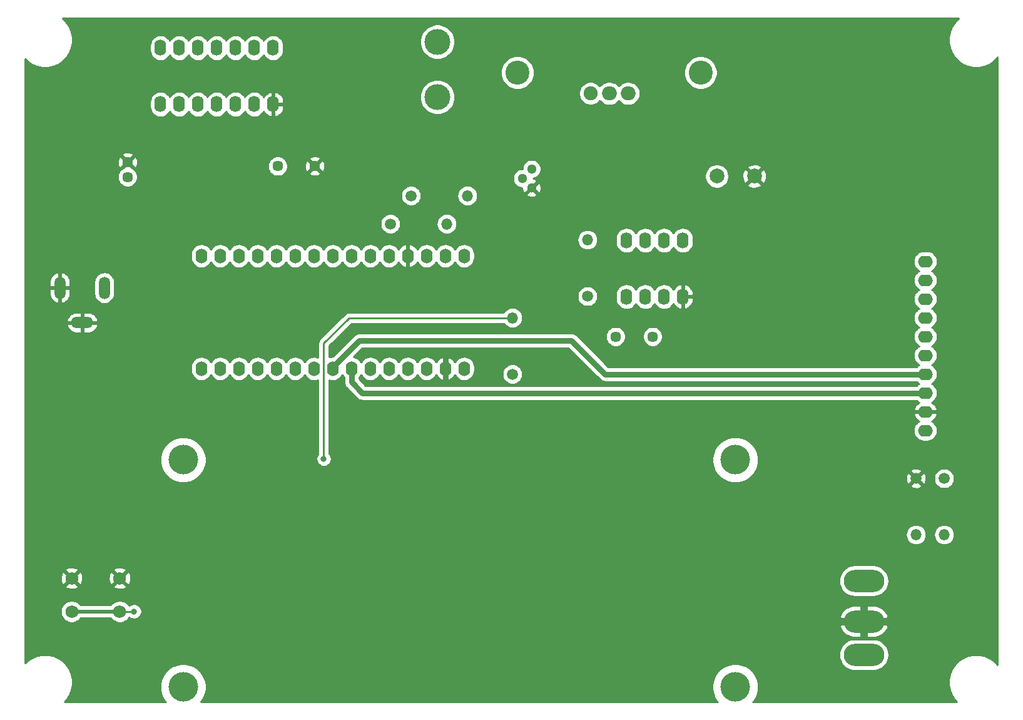
<source format=gbr>
G04 #@! TF.GenerationSoftware,KiCad,Pcbnew,(5.1.4)-1*
G04 #@! TF.CreationDate,2020-07-21T13:34:30-04:00*
G04 #@! TF.ProjectId,DC_LOAD_V01,44435f4c-4f41-4445-9f56-30312e6b6963,V01*
G04 #@! TF.SameCoordinates,Original*
G04 #@! TF.FileFunction,Copper,L2,Bot*
G04 #@! TF.FilePolarity,Positive*
%FSLAX46Y46*%
G04 Gerber Fmt 4.6, Leading zero omitted, Abs format (unit mm)*
G04 Created by KiCad (PCBNEW (5.1.4)-1) date 2020-07-21 13:34:30*
%MOMM*%
%LPD*%
G04 APERTURE LIST*
%ADD10O,2.000000X1.600000*%
%ADD11O,1.600000X2.000000*%
%ADD12O,1.508000X3.016000*%
%ADD13O,3.016000X1.508000*%
%ADD14C,3.500000*%
%ADD15C,1.500000*%
%ADD16O,1.500000X1.500000*%
%ADD17O,1.600000X2.200000*%
%ADD18O,5.500000X3.000000*%
%ADD19C,4.000000*%
%ADD20C,1.450000*%
%ADD21C,3.250000*%
%ADD22C,1.300000*%
%ADD23C,1.750000*%
%ADD24O,2.000000X1.905000*%
%ADD25C,1.905000*%
%ADD26C,2.000000*%
%ADD27C,0.800000*%
%ADD28C,0.500000*%
%ADD29C,0.250000*%
%ADD30C,0.750000*%
%ADD31C,0.254000*%
G04 APERTURE END LIST*
D10*
X200152000Y-105156000D03*
X200152000Y-102616000D03*
X200152000Y-100076000D03*
X200152000Y-97536000D03*
X200152000Y-94996000D03*
X200152000Y-92456000D03*
X200152000Y-87376000D03*
X200152000Y-89916000D03*
X200152000Y-84836000D03*
X200152000Y-82296000D03*
D11*
X102171500Y-96774000D03*
X102171500Y-81534000D03*
X137731500Y-96774000D03*
X104711500Y-81534000D03*
X135191500Y-96774000D03*
X107251500Y-81534000D03*
X132651500Y-96774000D03*
X109791500Y-81534000D03*
X130111500Y-96774000D03*
X112331500Y-81534000D03*
X127571500Y-96774000D03*
X114871500Y-81534000D03*
X125031500Y-96774000D03*
X117411500Y-81534000D03*
X122491500Y-96774000D03*
X119951500Y-81534000D03*
X119951500Y-96774000D03*
X122491500Y-81534000D03*
X117411500Y-96774000D03*
X125031500Y-81534000D03*
X114871500Y-96774000D03*
X127571500Y-81534000D03*
X112331500Y-96774000D03*
X130111500Y-81534000D03*
X109791500Y-96774000D03*
X132651500Y-81534000D03*
X107251500Y-96774000D03*
X135191500Y-81534000D03*
X104711500Y-96774000D03*
X137731500Y-81534000D03*
D12*
X89050000Y-85852000D03*
X83050000Y-85852000D03*
D13*
X86050000Y-90552000D03*
D14*
X134112000Y-60078000D03*
X134112000Y-52578000D03*
X181102000Y-52578000D03*
X181102000Y-60078000D03*
D15*
X202692000Y-111633000D03*
D16*
X202692000Y-119253000D03*
X198882000Y-119253000D03*
D15*
X198882000Y-111633000D03*
X154432000Y-86995000D03*
D16*
X154432000Y-79375000D03*
X138176000Y-73406000D03*
D15*
X130556000Y-73406000D03*
D16*
X144272000Y-89916000D03*
D15*
X144272000Y-97536000D03*
X127762000Y-77216000D03*
D16*
X135382000Y-77216000D03*
D17*
X159702500Y-79438500D03*
X167322500Y-87058500D03*
X162242500Y-79438500D03*
X164782500Y-87058500D03*
X164782500Y-79438500D03*
X162242500Y-87058500D03*
X167322500Y-79438500D03*
X159702500Y-87058500D03*
X96647000Y-53403500D03*
X111887000Y-61023500D03*
X99187000Y-53403500D03*
X109347000Y-61023500D03*
X101727000Y-53403500D03*
X106807000Y-61023500D03*
X104267000Y-53403500D03*
X104267000Y-61023500D03*
X106807000Y-53403500D03*
X101727000Y-61023500D03*
X109347000Y-53403500D03*
X99187000Y-61023500D03*
X111887000Y-53403500D03*
X96647000Y-61023500D03*
D18*
X191833500Y-125476000D03*
X191833500Y-130976000D03*
X191833500Y-135476000D03*
D19*
X99722000Y-109120000D03*
X99722000Y-139820000D03*
X174422000Y-139820000D03*
X174422000Y-109120000D03*
D20*
X158242000Y-92456000D03*
X163242000Y-92456000D03*
X117522000Y-69405500D03*
X112522000Y-69405500D03*
D21*
X144957800Y-56769000D03*
X169748200Y-56769000D03*
D20*
X92202000Y-68866000D03*
X92202000Y-70866000D03*
D22*
X146875500Y-72326500D03*
X146875500Y-69786500D03*
X145605500Y-71056500D03*
D23*
X91134000Y-125131000D03*
X91134000Y-129631000D03*
X84634000Y-125131000D03*
X84634000Y-129631000D03*
D24*
X159918400Y-59563000D03*
X157378400Y-59563000D03*
D25*
X154838400Y-59563000D03*
D26*
X177012600Y-70764400D03*
X171932600Y-70764400D03*
D27*
X135890000Y-101600000D03*
X134620000Y-102616000D03*
X135890000Y-102616000D03*
X134620000Y-101600000D03*
X93078300Y-129631440D03*
X118742460Y-108988860D03*
D28*
X84634000Y-129631000D02*
X91134000Y-129631000D01*
D29*
X91134000Y-129631000D02*
X93077860Y-129631000D01*
X93077860Y-129631000D02*
X93078300Y-129631440D01*
X122174000Y-89916000D02*
X144272000Y-89916000D01*
X118745000Y-93345000D02*
X122174000Y-89916000D01*
X118742460Y-108988860D02*
X118745000Y-108986320D01*
X118745000Y-108986320D02*
X118745000Y-93345000D01*
D30*
X119951500Y-96574000D02*
X123561500Y-92964000D01*
X119951500Y-96774000D02*
X119951500Y-96574000D01*
X123561500Y-92964000D02*
X152273000Y-92964000D01*
X156845000Y-97536000D02*
X200152000Y-97536000D01*
X152273000Y-92964000D02*
X156845000Y-97536000D01*
X196723000Y-100076000D02*
X200152000Y-100076000D01*
X123952000Y-100076000D02*
X196723000Y-100076000D01*
X122491500Y-96774000D02*
X122491500Y-98615500D01*
X122491500Y-98615500D02*
X123952000Y-100076000D01*
D31*
G36*
X204634176Y-49429050D02*
G01*
X204115050Y-49948176D01*
X203707176Y-50558604D01*
X203426227Y-51236874D01*
X203283000Y-51956923D01*
X203283000Y-52691077D01*
X203426227Y-53411126D01*
X203707176Y-54089396D01*
X204115050Y-54699824D01*
X204634176Y-55218950D01*
X205244604Y-55626824D01*
X205922874Y-55907773D01*
X206642923Y-56051000D01*
X207377077Y-56051000D01*
X208097126Y-55907773D01*
X208775396Y-55626824D01*
X209385824Y-55218950D01*
X209904950Y-54699824D01*
X209931000Y-54660837D01*
X209931000Y-136855163D01*
X209904950Y-136816176D01*
X209385824Y-136297050D01*
X208775396Y-135889176D01*
X208097126Y-135608227D01*
X207377077Y-135465000D01*
X206642923Y-135465000D01*
X205922874Y-135608227D01*
X205244604Y-135889176D01*
X204634176Y-136297050D01*
X204115050Y-136816176D01*
X203707176Y-137426604D01*
X203426227Y-138104874D01*
X203283000Y-138824923D01*
X203283000Y-139559077D01*
X203426227Y-140279126D01*
X203707176Y-140957396D01*
X204115050Y-141567824D01*
X204406226Y-141859000D01*
X176805245Y-141859000D01*
X176850899Y-141813346D01*
X177193111Y-141301190D01*
X177428831Y-140732112D01*
X177549000Y-140127983D01*
X177549000Y-139512017D01*
X177428831Y-138907888D01*
X177193111Y-138338810D01*
X176850899Y-137826654D01*
X176415346Y-137391101D01*
X175903190Y-137048889D01*
X175334112Y-136813169D01*
X174729983Y-136693000D01*
X174114017Y-136693000D01*
X173509888Y-136813169D01*
X172940810Y-137048889D01*
X172428654Y-137391101D01*
X171993101Y-137826654D01*
X171650889Y-138338810D01*
X171415169Y-138907888D01*
X171295000Y-139512017D01*
X171295000Y-140127983D01*
X171415169Y-140732112D01*
X171650889Y-141301190D01*
X171993101Y-141813346D01*
X172038755Y-141859000D01*
X102105245Y-141859000D01*
X102150899Y-141813346D01*
X102493111Y-141301190D01*
X102728831Y-140732112D01*
X102849000Y-140127983D01*
X102849000Y-139512017D01*
X102728831Y-138907888D01*
X102493111Y-138338810D01*
X102150899Y-137826654D01*
X101715346Y-137391101D01*
X101203190Y-137048889D01*
X100634112Y-136813169D01*
X100029983Y-136693000D01*
X99414017Y-136693000D01*
X98809888Y-136813169D01*
X98240810Y-137048889D01*
X97728654Y-137391101D01*
X97293101Y-137826654D01*
X96950889Y-138338810D01*
X96715169Y-138907888D01*
X96595000Y-139512017D01*
X96595000Y-140127983D01*
X96715169Y-140732112D01*
X96950889Y-141301190D01*
X97293101Y-141813346D01*
X97338755Y-141859000D01*
X83629774Y-141859000D01*
X83920950Y-141567824D01*
X84328824Y-140957396D01*
X84609773Y-140279126D01*
X84753000Y-139559077D01*
X84753000Y-138824923D01*
X84609773Y-138104874D01*
X84328824Y-137426604D01*
X83920950Y-136816176D01*
X83401824Y-136297050D01*
X82791396Y-135889176D01*
X82113126Y-135608227D01*
X81448378Y-135476000D01*
X188438170Y-135476000D01*
X188479392Y-135894533D01*
X188601474Y-136296982D01*
X188799723Y-136667881D01*
X189066523Y-136992977D01*
X189391619Y-137259777D01*
X189762518Y-137458026D01*
X190164967Y-137580108D01*
X190478618Y-137611000D01*
X193188382Y-137611000D01*
X193502033Y-137580108D01*
X193904482Y-137458026D01*
X194275381Y-137259777D01*
X194600477Y-136992977D01*
X194867277Y-136667881D01*
X195065526Y-136296982D01*
X195187608Y-135894533D01*
X195228830Y-135476000D01*
X195187608Y-135057467D01*
X195065526Y-134655018D01*
X194867277Y-134284119D01*
X194600477Y-133959023D01*
X194275381Y-133692223D01*
X193904482Y-133493974D01*
X193502033Y-133371892D01*
X193188382Y-133341000D01*
X190478618Y-133341000D01*
X190164967Y-133371892D01*
X189762518Y-133493974D01*
X189391619Y-133692223D01*
X189066523Y-133959023D01*
X188799723Y-134284119D01*
X188601474Y-134655018D01*
X188479392Y-135057467D01*
X188438170Y-135476000D01*
X81448378Y-135476000D01*
X81393077Y-135465000D01*
X80658923Y-135465000D01*
X79938874Y-135608227D01*
X79260604Y-135889176D01*
X78650176Y-136297050D01*
X78359000Y-136588226D01*
X78359000Y-131673259D01*
X188565566Y-131673259D01*
X188601086Y-131852004D01*
X188810077Y-132221922D01*
X189087220Y-132543960D01*
X189421864Y-132805742D01*
X189801149Y-132997208D01*
X190210500Y-133111000D01*
X191460500Y-133111000D01*
X191460500Y-131349000D01*
X192206500Y-131349000D01*
X192206500Y-133111000D01*
X193456500Y-133111000D01*
X193865851Y-132997208D01*
X194245136Y-132805742D01*
X194579780Y-132543960D01*
X194856923Y-132221922D01*
X195065914Y-131852004D01*
X195101434Y-131673259D01*
X195024231Y-131349000D01*
X192206500Y-131349000D01*
X191460500Y-131349000D01*
X188642769Y-131349000D01*
X188565566Y-131673259D01*
X78359000Y-131673259D01*
X78359000Y-129482278D01*
X83124000Y-129482278D01*
X83124000Y-129779722D01*
X83182029Y-130071451D01*
X83295856Y-130346253D01*
X83461107Y-130593569D01*
X83671431Y-130803893D01*
X83918747Y-130969144D01*
X84193549Y-131082971D01*
X84485278Y-131141000D01*
X84782722Y-131141000D01*
X85074451Y-131082971D01*
X85349253Y-130969144D01*
X85596569Y-130803893D01*
X85806893Y-130593569D01*
X85858723Y-130516000D01*
X89909277Y-130516000D01*
X89961107Y-130593569D01*
X90171431Y-130803893D01*
X90418747Y-130969144D01*
X90693549Y-131082971D01*
X90985278Y-131141000D01*
X91282722Y-131141000D01*
X91574451Y-131082971D01*
X91849253Y-130969144D01*
X92096569Y-130803893D01*
X92306893Y-130593569D01*
X92414970Y-130431821D01*
X92418526Y-130435377D01*
X92588044Y-130548645D01*
X92776402Y-130626666D01*
X92976361Y-130666440D01*
X93180239Y-130666440D01*
X93380198Y-130626666D01*
X93568556Y-130548645D01*
X93738074Y-130435377D01*
X93882237Y-130291214D01*
X93890571Y-130278741D01*
X188565566Y-130278741D01*
X188642769Y-130603000D01*
X191460500Y-130603000D01*
X191460500Y-128841000D01*
X192206500Y-128841000D01*
X192206500Y-130603000D01*
X195024231Y-130603000D01*
X195101434Y-130278741D01*
X195065914Y-130099996D01*
X194856923Y-129730078D01*
X194579780Y-129408040D01*
X194245136Y-129146258D01*
X193865851Y-128954792D01*
X193456500Y-128841000D01*
X192206500Y-128841000D01*
X191460500Y-128841000D01*
X190210500Y-128841000D01*
X189801149Y-128954792D01*
X189421864Y-129146258D01*
X189087220Y-129408040D01*
X188810077Y-129730078D01*
X188601086Y-130099996D01*
X188565566Y-130278741D01*
X93890571Y-130278741D01*
X93995505Y-130121696D01*
X94073526Y-129933338D01*
X94113300Y-129733379D01*
X94113300Y-129529501D01*
X94073526Y-129329542D01*
X93995505Y-129141184D01*
X93882237Y-128971666D01*
X93738074Y-128827503D01*
X93568556Y-128714235D01*
X93380198Y-128636214D01*
X93180239Y-128596440D01*
X92976361Y-128596440D01*
X92776402Y-128636214D01*
X92588044Y-128714235D01*
X92418526Y-128827503D01*
X92415322Y-128830707D01*
X92306893Y-128668431D01*
X92096569Y-128458107D01*
X91849253Y-128292856D01*
X91574451Y-128179029D01*
X91282722Y-128121000D01*
X90985278Y-128121000D01*
X90693549Y-128179029D01*
X90418747Y-128292856D01*
X90171431Y-128458107D01*
X89961107Y-128668431D01*
X89909277Y-128746000D01*
X85858723Y-128746000D01*
X85806893Y-128668431D01*
X85596569Y-128458107D01*
X85349253Y-128292856D01*
X85074451Y-128179029D01*
X84782722Y-128121000D01*
X84485278Y-128121000D01*
X84193549Y-128179029D01*
X83918747Y-128292856D01*
X83671431Y-128458107D01*
X83461107Y-128668431D01*
X83295856Y-128915747D01*
X83182029Y-129190549D01*
X83124000Y-129482278D01*
X78359000Y-129482278D01*
X78359000Y-126177240D01*
X83767365Y-126177240D01*
X83848025Y-126428868D01*
X84116329Y-126557267D01*
X84404526Y-126630855D01*
X84701543Y-126646804D01*
X84995963Y-126604501D01*
X85276474Y-126505572D01*
X85419975Y-126428868D01*
X85500635Y-126177240D01*
X90267365Y-126177240D01*
X90348025Y-126428868D01*
X90616329Y-126557267D01*
X90904526Y-126630855D01*
X91201543Y-126646804D01*
X91495963Y-126604501D01*
X91776474Y-126505572D01*
X91919975Y-126428868D01*
X92000635Y-126177240D01*
X91134000Y-125310605D01*
X90267365Y-126177240D01*
X85500635Y-126177240D01*
X84634000Y-125310605D01*
X83767365Y-126177240D01*
X78359000Y-126177240D01*
X78359000Y-125198543D01*
X83118196Y-125198543D01*
X83160499Y-125492963D01*
X83259428Y-125773474D01*
X83336132Y-125916975D01*
X83587760Y-125997635D01*
X84454395Y-125131000D01*
X84813605Y-125131000D01*
X85680240Y-125997635D01*
X85931868Y-125916975D01*
X86060267Y-125648671D01*
X86133855Y-125360474D01*
X86142550Y-125198543D01*
X89618196Y-125198543D01*
X89660499Y-125492963D01*
X89759428Y-125773474D01*
X89836132Y-125916975D01*
X90087760Y-125997635D01*
X90954395Y-125131000D01*
X91313605Y-125131000D01*
X92180240Y-125997635D01*
X92431868Y-125916975D01*
X92560267Y-125648671D01*
X92604356Y-125476000D01*
X188438170Y-125476000D01*
X188479392Y-125894533D01*
X188601474Y-126296982D01*
X188799723Y-126667881D01*
X189066523Y-126992977D01*
X189391619Y-127259777D01*
X189762518Y-127458026D01*
X190164967Y-127580108D01*
X190478618Y-127611000D01*
X193188382Y-127611000D01*
X193502033Y-127580108D01*
X193904482Y-127458026D01*
X194275381Y-127259777D01*
X194600477Y-126992977D01*
X194867277Y-126667881D01*
X195065526Y-126296982D01*
X195187608Y-125894533D01*
X195228830Y-125476000D01*
X195187608Y-125057467D01*
X195065526Y-124655018D01*
X194867277Y-124284119D01*
X194600477Y-123959023D01*
X194275381Y-123692223D01*
X193904482Y-123493974D01*
X193502033Y-123371892D01*
X193188382Y-123341000D01*
X190478618Y-123341000D01*
X190164967Y-123371892D01*
X189762518Y-123493974D01*
X189391619Y-123692223D01*
X189066523Y-123959023D01*
X188799723Y-124284119D01*
X188601474Y-124655018D01*
X188479392Y-125057467D01*
X188438170Y-125476000D01*
X92604356Y-125476000D01*
X92633855Y-125360474D01*
X92649804Y-125063457D01*
X92607501Y-124769037D01*
X92508572Y-124488526D01*
X92431868Y-124345025D01*
X92180240Y-124264365D01*
X91313605Y-125131000D01*
X90954395Y-125131000D01*
X90087760Y-124264365D01*
X89836132Y-124345025D01*
X89707733Y-124613329D01*
X89634145Y-124901526D01*
X89618196Y-125198543D01*
X86142550Y-125198543D01*
X86149804Y-125063457D01*
X86107501Y-124769037D01*
X86008572Y-124488526D01*
X85931868Y-124345025D01*
X85680240Y-124264365D01*
X84813605Y-125131000D01*
X84454395Y-125131000D01*
X83587760Y-124264365D01*
X83336132Y-124345025D01*
X83207733Y-124613329D01*
X83134145Y-124901526D01*
X83118196Y-125198543D01*
X78359000Y-125198543D01*
X78359000Y-124084760D01*
X83767365Y-124084760D01*
X84634000Y-124951395D01*
X85500635Y-124084760D01*
X90267365Y-124084760D01*
X91134000Y-124951395D01*
X92000635Y-124084760D01*
X91919975Y-123833132D01*
X91651671Y-123704733D01*
X91363474Y-123631145D01*
X91066457Y-123615196D01*
X90772037Y-123657499D01*
X90491526Y-123756428D01*
X90348025Y-123833132D01*
X90267365Y-124084760D01*
X85500635Y-124084760D01*
X85419975Y-123833132D01*
X85151671Y-123704733D01*
X84863474Y-123631145D01*
X84566457Y-123615196D01*
X84272037Y-123657499D01*
X83991526Y-123756428D01*
X83848025Y-123833132D01*
X83767365Y-124084760D01*
X78359000Y-124084760D01*
X78359000Y-119253000D01*
X197490299Y-119253000D01*
X197517040Y-119524507D01*
X197596236Y-119785581D01*
X197724843Y-120026188D01*
X197897919Y-120237081D01*
X198108812Y-120410157D01*
X198349419Y-120538764D01*
X198610493Y-120617960D01*
X198813963Y-120638000D01*
X198950037Y-120638000D01*
X199153507Y-120617960D01*
X199414581Y-120538764D01*
X199655188Y-120410157D01*
X199866081Y-120237081D01*
X200039157Y-120026188D01*
X200167764Y-119785581D01*
X200246960Y-119524507D01*
X200273701Y-119253000D01*
X201300299Y-119253000D01*
X201327040Y-119524507D01*
X201406236Y-119785581D01*
X201534843Y-120026188D01*
X201707919Y-120237081D01*
X201918812Y-120410157D01*
X202159419Y-120538764D01*
X202420493Y-120617960D01*
X202623963Y-120638000D01*
X202760037Y-120638000D01*
X202963507Y-120617960D01*
X203224581Y-120538764D01*
X203465188Y-120410157D01*
X203676081Y-120237081D01*
X203849157Y-120026188D01*
X203977764Y-119785581D01*
X204056960Y-119524507D01*
X204083701Y-119253000D01*
X204056960Y-118981493D01*
X203977764Y-118720419D01*
X203849157Y-118479812D01*
X203676081Y-118268919D01*
X203465188Y-118095843D01*
X203224581Y-117967236D01*
X202963507Y-117888040D01*
X202760037Y-117868000D01*
X202623963Y-117868000D01*
X202420493Y-117888040D01*
X202159419Y-117967236D01*
X201918812Y-118095843D01*
X201707919Y-118268919D01*
X201534843Y-118479812D01*
X201406236Y-118720419D01*
X201327040Y-118981493D01*
X201300299Y-119253000D01*
X200273701Y-119253000D01*
X200246960Y-118981493D01*
X200167764Y-118720419D01*
X200039157Y-118479812D01*
X199866081Y-118268919D01*
X199655188Y-118095843D01*
X199414581Y-117967236D01*
X199153507Y-117888040D01*
X198950037Y-117868000D01*
X198813963Y-117868000D01*
X198610493Y-117888040D01*
X198349419Y-117967236D01*
X198108812Y-118095843D01*
X197897919Y-118268919D01*
X197724843Y-118479812D01*
X197596236Y-118720419D01*
X197517040Y-118981493D01*
X197490299Y-119253000D01*
X78359000Y-119253000D01*
X78359000Y-112589993D01*
X198104612Y-112589993D01*
X198170137Y-112828860D01*
X198417116Y-112944760D01*
X198681960Y-113010250D01*
X198954492Y-113022812D01*
X199224238Y-112981965D01*
X199480832Y-112889277D01*
X199593863Y-112828860D01*
X199659388Y-112589993D01*
X198882000Y-111812605D01*
X198104612Y-112589993D01*
X78359000Y-112589993D01*
X78359000Y-108812017D01*
X96595000Y-108812017D01*
X96595000Y-109427983D01*
X96715169Y-110032112D01*
X96950889Y-110601190D01*
X97293101Y-111113346D01*
X97728654Y-111548899D01*
X98240810Y-111891111D01*
X98809888Y-112126831D01*
X99414017Y-112247000D01*
X100029983Y-112247000D01*
X100634112Y-112126831D01*
X101203190Y-111891111D01*
X101715346Y-111548899D01*
X102150899Y-111113346D01*
X102493111Y-110601190D01*
X102728831Y-110032112D01*
X102849000Y-109427983D01*
X102849000Y-108812017D01*
X102728831Y-108207888D01*
X102493111Y-107638810D01*
X102150899Y-107126654D01*
X101715346Y-106691101D01*
X101203190Y-106348889D01*
X100634112Y-106113169D01*
X100029983Y-105993000D01*
X99414017Y-105993000D01*
X98809888Y-106113169D01*
X98240810Y-106348889D01*
X97728654Y-106691101D01*
X97293101Y-107126654D01*
X96950889Y-107638810D01*
X96715169Y-108207888D01*
X96595000Y-108812017D01*
X78359000Y-108812017D01*
X78359000Y-96503508D01*
X100736500Y-96503508D01*
X100736500Y-97044491D01*
X100757264Y-97255308D01*
X100839318Y-97525807D01*
X100972568Y-97775100D01*
X101151892Y-97993607D01*
X101370399Y-98172932D01*
X101619692Y-98306182D01*
X101890191Y-98388236D01*
X102171500Y-98415943D01*
X102452808Y-98388236D01*
X102723307Y-98306182D01*
X102972600Y-98172932D01*
X103191107Y-97993608D01*
X103370432Y-97775101D01*
X103441500Y-97642142D01*
X103512568Y-97775100D01*
X103691892Y-97993607D01*
X103910399Y-98172932D01*
X104159692Y-98306182D01*
X104430191Y-98388236D01*
X104711500Y-98415943D01*
X104992808Y-98388236D01*
X105263307Y-98306182D01*
X105512600Y-98172932D01*
X105731107Y-97993608D01*
X105910432Y-97775101D01*
X105981500Y-97642142D01*
X106052568Y-97775100D01*
X106231892Y-97993607D01*
X106450399Y-98172932D01*
X106699692Y-98306182D01*
X106970191Y-98388236D01*
X107251500Y-98415943D01*
X107532808Y-98388236D01*
X107803307Y-98306182D01*
X108052600Y-98172932D01*
X108271107Y-97993608D01*
X108450432Y-97775101D01*
X108521500Y-97642142D01*
X108592568Y-97775100D01*
X108771892Y-97993607D01*
X108990399Y-98172932D01*
X109239692Y-98306182D01*
X109510191Y-98388236D01*
X109791500Y-98415943D01*
X110072808Y-98388236D01*
X110343307Y-98306182D01*
X110592600Y-98172932D01*
X110811107Y-97993608D01*
X110990432Y-97775101D01*
X111061500Y-97642142D01*
X111132568Y-97775100D01*
X111311892Y-97993607D01*
X111530399Y-98172932D01*
X111779692Y-98306182D01*
X112050191Y-98388236D01*
X112331500Y-98415943D01*
X112612808Y-98388236D01*
X112883307Y-98306182D01*
X113132600Y-98172932D01*
X113351107Y-97993608D01*
X113530432Y-97775101D01*
X113601500Y-97642142D01*
X113672568Y-97775100D01*
X113851892Y-97993607D01*
X114070399Y-98172932D01*
X114319692Y-98306182D01*
X114590191Y-98388236D01*
X114871500Y-98415943D01*
X115152808Y-98388236D01*
X115423307Y-98306182D01*
X115672600Y-98172932D01*
X115891107Y-97993608D01*
X116070432Y-97775101D01*
X116141500Y-97642142D01*
X116212568Y-97775100D01*
X116391892Y-97993607D01*
X116610399Y-98172932D01*
X116859692Y-98306182D01*
X117130191Y-98388236D01*
X117411500Y-98415943D01*
X117692808Y-98388236D01*
X117963307Y-98306182D01*
X117985001Y-98294586D01*
X117985000Y-108282609D01*
X117938523Y-108329086D01*
X117825255Y-108498604D01*
X117747234Y-108686962D01*
X117707460Y-108886921D01*
X117707460Y-109090799D01*
X117747234Y-109290758D01*
X117825255Y-109479116D01*
X117938523Y-109648634D01*
X118082686Y-109792797D01*
X118252204Y-109906065D01*
X118440562Y-109984086D01*
X118640521Y-110023860D01*
X118844399Y-110023860D01*
X119044358Y-109984086D01*
X119232716Y-109906065D01*
X119402234Y-109792797D01*
X119546397Y-109648634D01*
X119659665Y-109479116D01*
X119737686Y-109290758D01*
X119777460Y-109090799D01*
X119777460Y-108886921D01*
X119762561Y-108812017D01*
X171295000Y-108812017D01*
X171295000Y-109427983D01*
X171415169Y-110032112D01*
X171650889Y-110601190D01*
X171993101Y-111113346D01*
X172428654Y-111548899D01*
X172940810Y-111891111D01*
X173509888Y-112126831D01*
X174114017Y-112247000D01*
X174729983Y-112247000D01*
X175334112Y-112126831D01*
X175903190Y-111891111D01*
X176180988Y-111705492D01*
X197492188Y-111705492D01*
X197533035Y-111975238D01*
X197625723Y-112231832D01*
X197686140Y-112344863D01*
X197925007Y-112410388D01*
X198702395Y-111633000D01*
X199061605Y-111633000D01*
X199838993Y-112410388D01*
X200077860Y-112344863D01*
X200193760Y-112097884D01*
X200259250Y-111833040D01*
X200271812Y-111560508D01*
X200262133Y-111496589D01*
X201307000Y-111496589D01*
X201307000Y-111769411D01*
X201360225Y-112036989D01*
X201464629Y-112289043D01*
X201616201Y-112515886D01*
X201809114Y-112708799D01*
X202035957Y-112860371D01*
X202288011Y-112964775D01*
X202555589Y-113018000D01*
X202828411Y-113018000D01*
X203095989Y-112964775D01*
X203348043Y-112860371D01*
X203574886Y-112708799D01*
X203767799Y-112515886D01*
X203919371Y-112289043D01*
X204023775Y-112036989D01*
X204077000Y-111769411D01*
X204077000Y-111496589D01*
X204023775Y-111229011D01*
X203919371Y-110976957D01*
X203767799Y-110750114D01*
X203574886Y-110557201D01*
X203348043Y-110405629D01*
X203095989Y-110301225D01*
X202828411Y-110248000D01*
X202555589Y-110248000D01*
X202288011Y-110301225D01*
X202035957Y-110405629D01*
X201809114Y-110557201D01*
X201616201Y-110750114D01*
X201464629Y-110976957D01*
X201360225Y-111229011D01*
X201307000Y-111496589D01*
X200262133Y-111496589D01*
X200230965Y-111290762D01*
X200138277Y-111034168D01*
X200077860Y-110921137D01*
X199838993Y-110855612D01*
X199061605Y-111633000D01*
X198702395Y-111633000D01*
X197925007Y-110855612D01*
X197686140Y-110921137D01*
X197570240Y-111168116D01*
X197504750Y-111432960D01*
X197492188Y-111705492D01*
X176180988Y-111705492D01*
X176415346Y-111548899D01*
X176850899Y-111113346D01*
X177143119Y-110676007D01*
X198104612Y-110676007D01*
X198882000Y-111453395D01*
X199659388Y-110676007D01*
X199593863Y-110437140D01*
X199346884Y-110321240D01*
X199082040Y-110255750D01*
X198809508Y-110243188D01*
X198539762Y-110284035D01*
X198283168Y-110376723D01*
X198170137Y-110437140D01*
X198104612Y-110676007D01*
X177143119Y-110676007D01*
X177193111Y-110601190D01*
X177428831Y-110032112D01*
X177549000Y-109427983D01*
X177549000Y-108812017D01*
X177428831Y-108207888D01*
X177193111Y-107638810D01*
X176850899Y-107126654D01*
X176415346Y-106691101D01*
X175903190Y-106348889D01*
X175334112Y-106113169D01*
X174729983Y-105993000D01*
X174114017Y-105993000D01*
X173509888Y-106113169D01*
X172940810Y-106348889D01*
X172428654Y-106691101D01*
X171993101Y-107126654D01*
X171650889Y-107638810D01*
X171415169Y-108207888D01*
X171295000Y-108812017D01*
X119762561Y-108812017D01*
X119737686Y-108686962D01*
X119659665Y-108498604D01*
X119546397Y-108329086D01*
X119505000Y-108287689D01*
X119505000Y-105156000D01*
X198510057Y-105156000D01*
X198537764Y-105437309D01*
X198619818Y-105707808D01*
X198753068Y-105957101D01*
X198932392Y-106175608D01*
X199150899Y-106354932D01*
X199400192Y-106488182D01*
X199670691Y-106570236D01*
X199881508Y-106591000D01*
X200422492Y-106591000D01*
X200633309Y-106570236D01*
X200903808Y-106488182D01*
X201153101Y-106354932D01*
X201371608Y-106175608D01*
X201550932Y-105957101D01*
X201684182Y-105707808D01*
X201766236Y-105437309D01*
X201793943Y-105156000D01*
X201766236Y-104874691D01*
X201684182Y-104604192D01*
X201550932Y-104354899D01*
X201371608Y-104136392D01*
X201153101Y-103957068D01*
X201023655Y-103887878D01*
X201041227Y-103880430D01*
X201274662Y-103721673D01*
X201472639Y-103520425D01*
X201627551Y-103284421D01*
X201733444Y-103022730D01*
X201743904Y-102965039D01*
X201621915Y-102743000D01*
X200279000Y-102743000D01*
X200279000Y-102763000D01*
X200025000Y-102763000D01*
X200025000Y-102743000D01*
X198682085Y-102743000D01*
X198560096Y-102965039D01*
X198570556Y-103022730D01*
X198676449Y-103284421D01*
X198831361Y-103520425D01*
X199029338Y-103721673D01*
X199262773Y-103880430D01*
X199280345Y-103887878D01*
X199150899Y-103957068D01*
X198932392Y-104136392D01*
X198753068Y-104354899D01*
X198619818Y-104604192D01*
X198537764Y-104874691D01*
X198510057Y-105156000D01*
X119505000Y-105156000D01*
X119505000Y-98338126D01*
X119670191Y-98388236D01*
X119951500Y-98415943D01*
X120232808Y-98388236D01*
X120503307Y-98306182D01*
X120752600Y-98172932D01*
X120971107Y-97993608D01*
X121150432Y-97775101D01*
X121221500Y-97642142D01*
X121292568Y-97775100D01*
X121471892Y-97993607D01*
X121481501Y-98001493D01*
X121481501Y-98565883D01*
X121476614Y-98615500D01*
X121496115Y-98813494D01*
X121553868Y-99003879D01*
X121625754Y-99138368D01*
X121647654Y-99179340D01*
X121773868Y-99333133D01*
X121812401Y-99364756D01*
X123202743Y-100755099D01*
X123234367Y-100793633D01*
X123388160Y-100919847D01*
X123563620Y-101013632D01*
X123754005Y-101071385D01*
X123952000Y-101090886D01*
X124001608Y-101086000D01*
X198924507Y-101086000D01*
X198932392Y-101095608D01*
X199150899Y-101274932D01*
X199280345Y-101344122D01*
X199262773Y-101351570D01*
X199029338Y-101510327D01*
X198831361Y-101711575D01*
X198676449Y-101947579D01*
X198570556Y-102209270D01*
X198560096Y-102266961D01*
X198682085Y-102489000D01*
X200025000Y-102489000D01*
X200025000Y-102469000D01*
X200279000Y-102469000D01*
X200279000Y-102489000D01*
X201621915Y-102489000D01*
X201743904Y-102266961D01*
X201733444Y-102209270D01*
X201627551Y-101947579D01*
X201472639Y-101711575D01*
X201274662Y-101510327D01*
X201041227Y-101351570D01*
X201023655Y-101344122D01*
X201153101Y-101274932D01*
X201371608Y-101095608D01*
X201550932Y-100877101D01*
X201684182Y-100627808D01*
X201766236Y-100357309D01*
X201793943Y-100076000D01*
X201766236Y-99794691D01*
X201684182Y-99524192D01*
X201550932Y-99274899D01*
X201371608Y-99056392D01*
X201153101Y-98877068D01*
X201020142Y-98806000D01*
X201153101Y-98734932D01*
X201371608Y-98555608D01*
X201550932Y-98337101D01*
X201684182Y-98087808D01*
X201766236Y-97817309D01*
X201793943Y-97536000D01*
X201766236Y-97254691D01*
X201684182Y-96984192D01*
X201550932Y-96734899D01*
X201371608Y-96516392D01*
X201153101Y-96337068D01*
X201020142Y-96266000D01*
X201153101Y-96194932D01*
X201371608Y-96015608D01*
X201550932Y-95797101D01*
X201684182Y-95547808D01*
X201766236Y-95277309D01*
X201793943Y-94996000D01*
X201766236Y-94714691D01*
X201684182Y-94444192D01*
X201550932Y-94194899D01*
X201371608Y-93976392D01*
X201153101Y-93797068D01*
X201020142Y-93726000D01*
X201153101Y-93654932D01*
X201371608Y-93475608D01*
X201550932Y-93257101D01*
X201684182Y-93007808D01*
X201766236Y-92737309D01*
X201793943Y-92456000D01*
X201766236Y-92174691D01*
X201684182Y-91904192D01*
X201550932Y-91654899D01*
X201371608Y-91436392D01*
X201153101Y-91257068D01*
X201020142Y-91186000D01*
X201153101Y-91114932D01*
X201371608Y-90935608D01*
X201550932Y-90717101D01*
X201684182Y-90467808D01*
X201766236Y-90197309D01*
X201793943Y-89916000D01*
X201766236Y-89634691D01*
X201684182Y-89364192D01*
X201550932Y-89114899D01*
X201371608Y-88896392D01*
X201153101Y-88717068D01*
X201020142Y-88646000D01*
X201153101Y-88574932D01*
X201371608Y-88395608D01*
X201550932Y-88177101D01*
X201684182Y-87927808D01*
X201766236Y-87657309D01*
X201793943Y-87376000D01*
X201766236Y-87094691D01*
X201684182Y-86824192D01*
X201550932Y-86574899D01*
X201371608Y-86356392D01*
X201153101Y-86177068D01*
X201020142Y-86106000D01*
X201153101Y-86034932D01*
X201371608Y-85855608D01*
X201550932Y-85637101D01*
X201684182Y-85387808D01*
X201766236Y-85117309D01*
X201793943Y-84836000D01*
X201766236Y-84554691D01*
X201684182Y-84284192D01*
X201550932Y-84034899D01*
X201371608Y-83816392D01*
X201153101Y-83637068D01*
X201020142Y-83566000D01*
X201153101Y-83494932D01*
X201371608Y-83315608D01*
X201550932Y-83097101D01*
X201684182Y-82847808D01*
X201766236Y-82577309D01*
X201793943Y-82296000D01*
X201766236Y-82014691D01*
X201684182Y-81744192D01*
X201550932Y-81494899D01*
X201371608Y-81276392D01*
X201153101Y-81097068D01*
X200903808Y-80963818D01*
X200633309Y-80881764D01*
X200422492Y-80861000D01*
X199881508Y-80861000D01*
X199670691Y-80881764D01*
X199400192Y-80963818D01*
X199150899Y-81097068D01*
X198932392Y-81276392D01*
X198753068Y-81494899D01*
X198619818Y-81744192D01*
X198537764Y-82014691D01*
X198510057Y-82296000D01*
X198537764Y-82577309D01*
X198619818Y-82847808D01*
X198753068Y-83097101D01*
X198932392Y-83315608D01*
X199150899Y-83494932D01*
X199283858Y-83566000D01*
X199150899Y-83637068D01*
X198932392Y-83816392D01*
X198753068Y-84034899D01*
X198619818Y-84284192D01*
X198537764Y-84554691D01*
X198510057Y-84836000D01*
X198537764Y-85117309D01*
X198619818Y-85387808D01*
X198753068Y-85637101D01*
X198932392Y-85855608D01*
X199150899Y-86034932D01*
X199283858Y-86106000D01*
X199150899Y-86177068D01*
X198932392Y-86356392D01*
X198753068Y-86574899D01*
X198619818Y-86824192D01*
X198537764Y-87094691D01*
X198510057Y-87376000D01*
X198537764Y-87657309D01*
X198619818Y-87927808D01*
X198753068Y-88177101D01*
X198932392Y-88395608D01*
X199150899Y-88574932D01*
X199283858Y-88646000D01*
X199150899Y-88717068D01*
X198932392Y-88896392D01*
X198753068Y-89114899D01*
X198619818Y-89364192D01*
X198537764Y-89634691D01*
X198510057Y-89916000D01*
X198537764Y-90197309D01*
X198619818Y-90467808D01*
X198753068Y-90717101D01*
X198932392Y-90935608D01*
X199150899Y-91114932D01*
X199283858Y-91186000D01*
X199150899Y-91257068D01*
X198932392Y-91436392D01*
X198753068Y-91654899D01*
X198619818Y-91904192D01*
X198537764Y-92174691D01*
X198510057Y-92456000D01*
X198537764Y-92737309D01*
X198619818Y-93007808D01*
X198753068Y-93257101D01*
X198932392Y-93475608D01*
X199150899Y-93654932D01*
X199283858Y-93726000D01*
X199150899Y-93797068D01*
X198932392Y-93976392D01*
X198753068Y-94194899D01*
X198619818Y-94444192D01*
X198537764Y-94714691D01*
X198510057Y-94996000D01*
X198537764Y-95277309D01*
X198619818Y-95547808D01*
X198753068Y-95797101D01*
X198932392Y-96015608D01*
X199150899Y-96194932D01*
X199283858Y-96266000D01*
X199150899Y-96337068D01*
X198932392Y-96516392D01*
X198924507Y-96526000D01*
X157263355Y-96526000D01*
X153059407Y-92322052D01*
X156882000Y-92322052D01*
X156882000Y-92589948D01*
X156934264Y-92852697D01*
X157036784Y-93100201D01*
X157185619Y-93322949D01*
X157375051Y-93512381D01*
X157597799Y-93661216D01*
X157845303Y-93763736D01*
X158108052Y-93816000D01*
X158375948Y-93816000D01*
X158638697Y-93763736D01*
X158886201Y-93661216D01*
X159108949Y-93512381D01*
X159298381Y-93322949D01*
X159447216Y-93100201D01*
X159549736Y-92852697D01*
X159602000Y-92589948D01*
X159602000Y-92322052D01*
X161882000Y-92322052D01*
X161882000Y-92589948D01*
X161934264Y-92852697D01*
X162036784Y-93100201D01*
X162185619Y-93322949D01*
X162375051Y-93512381D01*
X162597799Y-93661216D01*
X162845303Y-93763736D01*
X163108052Y-93816000D01*
X163375948Y-93816000D01*
X163638697Y-93763736D01*
X163886201Y-93661216D01*
X164108949Y-93512381D01*
X164298381Y-93322949D01*
X164447216Y-93100201D01*
X164549736Y-92852697D01*
X164602000Y-92589948D01*
X164602000Y-92322052D01*
X164549736Y-92059303D01*
X164447216Y-91811799D01*
X164298381Y-91589051D01*
X164108949Y-91399619D01*
X163886201Y-91250784D01*
X163638697Y-91148264D01*
X163375948Y-91096000D01*
X163108052Y-91096000D01*
X162845303Y-91148264D01*
X162597799Y-91250784D01*
X162375051Y-91399619D01*
X162185619Y-91589051D01*
X162036784Y-91811799D01*
X161934264Y-92059303D01*
X161882000Y-92322052D01*
X159602000Y-92322052D01*
X159549736Y-92059303D01*
X159447216Y-91811799D01*
X159298381Y-91589051D01*
X159108949Y-91399619D01*
X158886201Y-91250784D01*
X158638697Y-91148264D01*
X158375948Y-91096000D01*
X158108052Y-91096000D01*
X157845303Y-91148264D01*
X157597799Y-91250784D01*
X157375051Y-91399619D01*
X157185619Y-91589051D01*
X157036784Y-91811799D01*
X156934264Y-92059303D01*
X156882000Y-92322052D01*
X153059407Y-92322052D01*
X153022261Y-92284906D01*
X152990633Y-92246367D01*
X152836840Y-92120153D01*
X152661380Y-92026368D01*
X152470994Y-91968615D01*
X152322608Y-91954000D01*
X152273000Y-91949114D01*
X152223392Y-91954000D01*
X123611108Y-91954000D01*
X123561500Y-91949114D01*
X123363505Y-91968615D01*
X123173120Y-92026368D01*
X122997660Y-92120153D01*
X122843867Y-92246367D01*
X122812244Y-92284900D01*
X119963869Y-95133275D01*
X119951500Y-95132057D01*
X119670192Y-95159764D01*
X119505000Y-95209874D01*
X119505000Y-93659801D01*
X122488802Y-90676000D01*
X143107794Y-90676000D01*
X143114843Y-90689188D01*
X143287919Y-90900081D01*
X143498812Y-91073157D01*
X143739419Y-91201764D01*
X144000493Y-91280960D01*
X144203963Y-91301000D01*
X144340037Y-91301000D01*
X144543507Y-91280960D01*
X144804581Y-91201764D01*
X145045188Y-91073157D01*
X145256081Y-90900081D01*
X145429157Y-90689188D01*
X145557764Y-90448581D01*
X145636960Y-90187507D01*
X145663701Y-89916000D01*
X145636960Y-89644493D01*
X145557764Y-89383419D01*
X145429157Y-89142812D01*
X145256081Y-88931919D01*
X145045188Y-88758843D01*
X144804581Y-88630236D01*
X144543507Y-88551040D01*
X144340037Y-88531000D01*
X144203963Y-88531000D01*
X144000493Y-88551040D01*
X143739419Y-88630236D01*
X143498812Y-88758843D01*
X143287919Y-88931919D01*
X143114843Y-89142812D01*
X143107794Y-89156000D01*
X122211322Y-89156000D01*
X122173999Y-89152324D01*
X122136676Y-89156000D01*
X122136667Y-89156000D01*
X122025014Y-89166997D01*
X121881753Y-89210454D01*
X121749724Y-89281026D01*
X121633999Y-89375999D01*
X121610201Y-89404997D01*
X118233998Y-92781201D01*
X118205000Y-92804999D01*
X118181202Y-92833997D01*
X118181201Y-92833998D01*
X118110026Y-92920724D01*
X118039454Y-93052754D01*
X117995998Y-93196015D01*
X117981324Y-93345000D01*
X117985001Y-93382333D01*
X117985001Y-95253413D01*
X117963308Y-95241818D01*
X117692809Y-95159764D01*
X117411500Y-95132057D01*
X117130192Y-95159764D01*
X116859693Y-95241818D01*
X116610400Y-95375068D01*
X116391893Y-95554392D01*
X116212568Y-95772899D01*
X116141500Y-95905858D01*
X116070432Y-95772899D01*
X115891108Y-95554392D01*
X115672601Y-95375068D01*
X115423308Y-95241818D01*
X115152809Y-95159764D01*
X114871500Y-95132057D01*
X114590192Y-95159764D01*
X114319693Y-95241818D01*
X114070400Y-95375068D01*
X113851893Y-95554392D01*
X113672568Y-95772899D01*
X113601500Y-95905858D01*
X113530432Y-95772899D01*
X113351108Y-95554392D01*
X113132601Y-95375068D01*
X112883308Y-95241818D01*
X112612809Y-95159764D01*
X112331500Y-95132057D01*
X112050192Y-95159764D01*
X111779693Y-95241818D01*
X111530400Y-95375068D01*
X111311893Y-95554392D01*
X111132568Y-95772899D01*
X111061500Y-95905858D01*
X110990432Y-95772899D01*
X110811108Y-95554392D01*
X110592601Y-95375068D01*
X110343308Y-95241818D01*
X110072809Y-95159764D01*
X109791500Y-95132057D01*
X109510192Y-95159764D01*
X109239693Y-95241818D01*
X108990400Y-95375068D01*
X108771893Y-95554392D01*
X108592568Y-95772899D01*
X108521500Y-95905858D01*
X108450432Y-95772899D01*
X108271108Y-95554392D01*
X108052601Y-95375068D01*
X107803308Y-95241818D01*
X107532809Y-95159764D01*
X107251500Y-95132057D01*
X106970192Y-95159764D01*
X106699693Y-95241818D01*
X106450400Y-95375068D01*
X106231893Y-95554392D01*
X106052568Y-95772899D01*
X105981500Y-95905858D01*
X105910432Y-95772899D01*
X105731108Y-95554392D01*
X105512601Y-95375068D01*
X105263308Y-95241818D01*
X104992809Y-95159764D01*
X104711500Y-95132057D01*
X104430192Y-95159764D01*
X104159693Y-95241818D01*
X103910400Y-95375068D01*
X103691893Y-95554392D01*
X103512568Y-95772899D01*
X103441500Y-95905858D01*
X103370432Y-95772899D01*
X103191108Y-95554392D01*
X102972601Y-95375068D01*
X102723308Y-95241818D01*
X102452809Y-95159764D01*
X102171500Y-95132057D01*
X101890192Y-95159764D01*
X101619693Y-95241818D01*
X101370400Y-95375068D01*
X101151893Y-95554392D01*
X100972568Y-95772899D01*
X100839318Y-96022192D01*
X100757264Y-96292691D01*
X100736500Y-96503508D01*
X78359000Y-96503508D01*
X78359000Y-90893814D01*
X83949714Y-90893814D01*
X83964130Y-90966215D01*
X84070531Y-91218091D01*
X84224026Y-91444369D01*
X84418716Y-91636354D01*
X84647120Y-91786668D01*
X84900460Y-91889534D01*
X85169000Y-91941000D01*
X85923000Y-91941000D01*
X85923000Y-90679000D01*
X86177000Y-90679000D01*
X86177000Y-91941000D01*
X86931000Y-91941000D01*
X87199540Y-91889534D01*
X87452880Y-91786668D01*
X87681284Y-91636354D01*
X87875974Y-91444369D01*
X88029469Y-91218091D01*
X88135870Y-90966215D01*
X88150286Y-90893814D01*
X88027677Y-90679000D01*
X86177000Y-90679000D01*
X85923000Y-90679000D01*
X84072323Y-90679000D01*
X83949714Y-90893814D01*
X78359000Y-90893814D01*
X78359000Y-90210186D01*
X83949714Y-90210186D01*
X84072323Y-90425000D01*
X85923000Y-90425000D01*
X85923000Y-89163000D01*
X86177000Y-89163000D01*
X86177000Y-90425000D01*
X88027677Y-90425000D01*
X88150286Y-90210186D01*
X88135870Y-90137785D01*
X88029469Y-89885909D01*
X87875974Y-89659631D01*
X87681284Y-89467646D01*
X87452880Y-89317332D01*
X87199540Y-89214466D01*
X86931000Y-89163000D01*
X86177000Y-89163000D01*
X85923000Y-89163000D01*
X85169000Y-89163000D01*
X84900460Y-89214466D01*
X84647120Y-89317332D01*
X84418716Y-89467646D01*
X84224026Y-89659631D01*
X84070531Y-89885909D01*
X83964130Y-90137785D01*
X83949714Y-90210186D01*
X78359000Y-90210186D01*
X78359000Y-85979000D01*
X81661000Y-85979000D01*
X81661000Y-86733000D01*
X81712466Y-87001540D01*
X81815332Y-87254880D01*
X81965646Y-87483284D01*
X82157631Y-87677974D01*
X82383909Y-87831469D01*
X82635785Y-87937870D01*
X82708186Y-87952286D01*
X82923000Y-87829677D01*
X82923000Y-85979000D01*
X83177000Y-85979000D01*
X83177000Y-87829677D01*
X83391814Y-87952286D01*
X83464215Y-87937870D01*
X83716091Y-87831469D01*
X83942369Y-87677974D01*
X84134354Y-87483284D01*
X84284668Y-87254880D01*
X84387534Y-87001540D01*
X84439000Y-86733000D01*
X84439000Y-85979000D01*
X83177000Y-85979000D01*
X82923000Y-85979000D01*
X81661000Y-85979000D01*
X78359000Y-85979000D01*
X78359000Y-84971000D01*
X81661000Y-84971000D01*
X81661000Y-85725000D01*
X82923000Y-85725000D01*
X82923000Y-83874323D01*
X83177000Y-83874323D01*
X83177000Y-85725000D01*
X84439000Y-85725000D01*
X84439000Y-85029770D01*
X87661000Y-85029770D01*
X87661000Y-86674229D01*
X87681098Y-86878290D01*
X87760523Y-87140118D01*
X87889501Y-87381419D01*
X88063077Y-87592922D01*
X88274580Y-87766499D01*
X88515881Y-87895477D01*
X88777709Y-87974902D01*
X89050000Y-88001720D01*
X89322290Y-87974902D01*
X89584118Y-87895477D01*
X89825419Y-87766499D01*
X90036922Y-87592923D01*
X90210499Y-87381420D01*
X90339477Y-87140119D01*
X90418902Y-86878291D01*
X90420842Y-86858589D01*
X153047000Y-86858589D01*
X153047000Y-87131411D01*
X153100225Y-87398989D01*
X153204629Y-87651043D01*
X153356201Y-87877886D01*
X153549114Y-88070799D01*
X153775957Y-88222371D01*
X154028011Y-88326775D01*
X154295589Y-88380000D01*
X154568411Y-88380000D01*
X154835989Y-88326775D01*
X155088043Y-88222371D01*
X155314886Y-88070799D01*
X155507799Y-87877886D01*
X155659371Y-87651043D01*
X155763775Y-87398989D01*
X155817000Y-87131411D01*
X155817000Y-86858589D01*
X155783070Y-86688009D01*
X158267500Y-86688009D01*
X158267500Y-87428992D01*
X158288264Y-87639809D01*
X158370318Y-87910308D01*
X158503568Y-88159601D01*
X158682893Y-88378108D01*
X158901400Y-88557432D01*
X159150693Y-88690682D01*
X159421192Y-88772736D01*
X159702500Y-88800443D01*
X159983809Y-88772736D01*
X160254308Y-88690682D01*
X160503601Y-88557432D01*
X160722108Y-88378108D01*
X160901432Y-88159601D01*
X160972500Y-88026642D01*
X161043568Y-88159601D01*
X161222893Y-88378108D01*
X161441400Y-88557432D01*
X161690693Y-88690682D01*
X161961192Y-88772736D01*
X162242500Y-88800443D01*
X162523809Y-88772736D01*
X162794308Y-88690682D01*
X163043601Y-88557432D01*
X163262108Y-88378108D01*
X163441432Y-88159601D01*
X163512500Y-88026642D01*
X163583568Y-88159601D01*
X163762893Y-88378108D01*
X163981400Y-88557432D01*
X164230693Y-88690682D01*
X164501192Y-88772736D01*
X164782500Y-88800443D01*
X165063809Y-88772736D01*
X165334308Y-88690682D01*
X165583601Y-88557432D01*
X165802108Y-88378108D01*
X165981432Y-88159601D01*
X166049765Y-88031759D01*
X166199899Y-88261339D01*
X166397605Y-88463000D01*
X166630854Y-88622215D01*
X166890682Y-88732867D01*
X166973461Y-88750404D01*
X167195500Y-88628415D01*
X167195500Y-87185500D01*
X167449500Y-87185500D01*
X167449500Y-88628415D01*
X167671539Y-88750404D01*
X167754318Y-88732867D01*
X168014146Y-88622215D01*
X168247395Y-88463000D01*
X168445101Y-88261339D01*
X168599666Y-88024983D01*
X168705150Y-87763014D01*
X168757500Y-87485500D01*
X168757500Y-87185500D01*
X167449500Y-87185500D01*
X167195500Y-87185500D01*
X167175500Y-87185500D01*
X167175500Y-86931500D01*
X167195500Y-86931500D01*
X167195500Y-85488585D01*
X167449500Y-85488585D01*
X167449500Y-86931500D01*
X168757500Y-86931500D01*
X168757500Y-86631500D01*
X168705150Y-86353986D01*
X168599666Y-86092017D01*
X168445101Y-85855661D01*
X168247395Y-85654000D01*
X168014146Y-85494785D01*
X167754318Y-85384133D01*
X167671539Y-85366596D01*
X167449500Y-85488585D01*
X167195500Y-85488585D01*
X166973461Y-85366596D01*
X166890682Y-85384133D01*
X166630854Y-85494785D01*
X166397605Y-85654000D01*
X166199899Y-85855661D01*
X166049765Y-86085241D01*
X165981432Y-85957399D01*
X165802107Y-85738892D01*
X165583600Y-85559568D01*
X165334307Y-85426318D01*
X165063808Y-85344264D01*
X164782500Y-85316557D01*
X164501191Y-85344264D01*
X164230692Y-85426318D01*
X163981399Y-85559568D01*
X163762892Y-85738893D01*
X163583568Y-85957400D01*
X163512500Y-86090358D01*
X163441432Y-85957399D01*
X163262107Y-85738892D01*
X163043600Y-85559568D01*
X162794307Y-85426318D01*
X162523808Y-85344264D01*
X162242500Y-85316557D01*
X161961191Y-85344264D01*
X161690692Y-85426318D01*
X161441399Y-85559568D01*
X161222892Y-85738893D01*
X161043568Y-85957400D01*
X160972500Y-86090358D01*
X160901432Y-85957399D01*
X160722107Y-85738892D01*
X160503600Y-85559568D01*
X160254307Y-85426318D01*
X159983808Y-85344264D01*
X159702500Y-85316557D01*
X159421191Y-85344264D01*
X159150692Y-85426318D01*
X158901399Y-85559568D01*
X158682892Y-85738893D01*
X158503568Y-85957400D01*
X158370318Y-86206693D01*
X158288264Y-86477192D01*
X158267500Y-86688009D01*
X155783070Y-86688009D01*
X155763775Y-86591011D01*
X155659371Y-86338957D01*
X155507799Y-86112114D01*
X155314886Y-85919201D01*
X155088043Y-85767629D01*
X154835989Y-85663225D01*
X154568411Y-85610000D01*
X154295589Y-85610000D01*
X154028011Y-85663225D01*
X153775957Y-85767629D01*
X153549114Y-85919201D01*
X153356201Y-86112114D01*
X153204629Y-86338957D01*
X153100225Y-86591011D01*
X153047000Y-86858589D01*
X90420842Y-86858589D01*
X90439000Y-86674230D01*
X90439000Y-85029770D01*
X90418902Y-84825709D01*
X90339477Y-84563881D01*
X90210499Y-84322580D01*
X90036923Y-84111077D01*
X89825420Y-83937501D01*
X89584119Y-83808523D01*
X89322291Y-83729098D01*
X89050000Y-83702280D01*
X88777710Y-83729098D01*
X88515882Y-83808523D01*
X88274581Y-83937501D01*
X88063078Y-84111077D01*
X87889502Y-84322580D01*
X87760524Y-84563881D01*
X87681098Y-84825709D01*
X87661000Y-85029770D01*
X84439000Y-85029770D01*
X84439000Y-84971000D01*
X84387534Y-84702460D01*
X84284668Y-84449120D01*
X84134354Y-84220716D01*
X83942369Y-84026026D01*
X83716091Y-83872531D01*
X83464215Y-83766130D01*
X83391814Y-83751714D01*
X83177000Y-83874323D01*
X82923000Y-83874323D01*
X82708186Y-83751714D01*
X82635785Y-83766130D01*
X82383909Y-83872531D01*
X82157631Y-84026026D01*
X81965646Y-84220716D01*
X81815332Y-84449120D01*
X81712466Y-84702460D01*
X81661000Y-84971000D01*
X78359000Y-84971000D01*
X78359000Y-81263508D01*
X100736500Y-81263508D01*
X100736500Y-81804491D01*
X100757264Y-82015308D01*
X100839318Y-82285807D01*
X100972568Y-82535100D01*
X101151892Y-82753607D01*
X101370399Y-82932932D01*
X101619692Y-83066182D01*
X101890191Y-83148236D01*
X102171500Y-83175943D01*
X102452808Y-83148236D01*
X102723307Y-83066182D01*
X102972600Y-82932932D01*
X103191107Y-82753608D01*
X103370432Y-82535101D01*
X103441500Y-82402142D01*
X103512568Y-82535100D01*
X103691892Y-82753607D01*
X103910399Y-82932932D01*
X104159692Y-83066182D01*
X104430191Y-83148236D01*
X104711500Y-83175943D01*
X104992808Y-83148236D01*
X105263307Y-83066182D01*
X105512600Y-82932932D01*
X105731107Y-82753608D01*
X105910432Y-82535101D01*
X105981500Y-82402142D01*
X106052568Y-82535100D01*
X106231892Y-82753607D01*
X106450399Y-82932932D01*
X106699692Y-83066182D01*
X106970191Y-83148236D01*
X107251500Y-83175943D01*
X107532808Y-83148236D01*
X107803307Y-83066182D01*
X108052600Y-82932932D01*
X108271107Y-82753608D01*
X108450432Y-82535101D01*
X108521500Y-82402142D01*
X108592568Y-82535100D01*
X108771892Y-82753607D01*
X108990399Y-82932932D01*
X109239692Y-83066182D01*
X109510191Y-83148236D01*
X109791500Y-83175943D01*
X110072808Y-83148236D01*
X110343307Y-83066182D01*
X110592600Y-82932932D01*
X110811107Y-82753608D01*
X110990432Y-82535101D01*
X111061500Y-82402142D01*
X111132568Y-82535100D01*
X111311892Y-82753607D01*
X111530399Y-82932932D01*
X111779692Y-83066182D01*
X112050191Y-83148236D01*
X112331500Y-83175943D01*
X112612808Y-83148236D01*
X112883307Y-83066182D01*
X113132600Y-82932932D01*
X113351107Y-82753608D01*
X113530432Y-82535101D01*
X113601500Y-82402142D01*
X113672568Y-82535100D01*
X113851892Y-82753607D01*
X114070399Y-82932932D01*
X114319692Y-83066182D01*
X114590191Y-83148236D01*
X114871500Y-83175943D01*
X115152808Y-83148236D01*
X115423307Y-83066182D01*
X115672600Y-82932932D01*
X115891107Y-82753608D01*
X116070432Y-82535101D01*
X116141500Y-82402142D01*
X116212568Y-82535100D01*
X116391892Y-82753607D01*
X116610399Y-82932932D01*
X116859692Y-83066182D01*
X117130191Y-83148236D01*
X117411500Y-83175943D01*
X117692808Y-83148236D01*
X117963307Y-83066182D01*
X118212600Y-82932932D01*
X118431107Y-82753608D01*
X118610432Y-82535101D01*
X118681500Y-82402142D01*
X118752568Y-82535100D01*
X118931892Y-82753607D01*
X119150399Y-82932932D01*
X119399692Y-83066182D01*
X119670191Y-83148236D01*
X119951500Y-83175943D01*
X120232808Y-83148236D01*
X120503307Y-83066182D01*
X120752600Y-82932932D01*
X120971107Y-82753608D01*
X121150432Y-82535101D01*
X121221500Y-82402142D01*
X121292568Y-82535100D01*
X121471892Y-82753607D01*
X121690399Y-82932932D01*
X121939692Y-83066182D01*
X122210191Y-83148236D01*
X122491500Y-83175943D01*
X122772808Y-83148236D01*
X123043307Y-83066182D01*
X123292600Y-82932932D01*
X123511107Y-82753608D01*
X123690432Y-82535101D01*
X123761500Y-82402142D01*
X123832568Y-82535100D01*
X124011892Y-82753607D01*
X124230399Y-82932932D01*
X124479692Y-83066182D01*
X124750191Y-83148236D01*
X125031500Y-83175943D01*
X125312808Y-83148236D01*
X125583307Y-83066182D01*
X125832600Y-82932932D01*
X126051107Y-82753608D01*
X126230432Y-82535101D01*
X126301500Y-82402142D01*
X126372568Y-82535100D01*
X126551892Y-82753607D01*
X126770399Y-82932932D01*
X127019692Y-83066182D01*
X127290191Y-83148236D01*
X127571500Y-83175943D01*
X127852808Y-83148236D01*
X128123307Y-83066182D01*
X128372600Y-82932932D01*
X128591107Y-82753608D01*
X128770432Y-82535101D01*
X128839622Y-82405655D01*
X128847070Y-82423227D01*
X129005827Y-82656662D01*
X129207075Y-82854639D01*
X129443079Y-83009551D01*
X129704770Y-83115444D01*
X129762461Y-83125904D01*
X129984500Y-83003915D01*
X129984500Y-81661000D01*
X129964500Y-81661000D01*
X129964500Y-81407000D01*
X129984500Y-81407000D01*
X129984500Y-80064085D01*
X130238500Y-80064085D01*
X130238500Y-81407000D01*
X130258500Y-81407000D01*
X130258500Y-81661000D01*
X130238500Y-81661000D01*
X130238500Y-83003915D01*
X130460539Y-83125904D01*
X130518230Y-83115444D01*
X130779921Y-83009551D01*
X131015925Y-82854639D01*
X131217173Y-82656662D01*
X131375930Y-82423227D01*
X131383378Y-82405655D01*
X131452568Y-82535100D01*
X131631892Y-82753607D01*
X131850399Y-82932932D01*
X132099692Y-83066182D01*
X132370191Y-83148236D01*
X132651500Y-83175943D01*
X132932808Y-83148236D01*
X133203307Y-83066182D01*
X133452600Y-82932932D01*
X133671107Y-82753608D01*
X133850432Y-82535101D01*
X133921500Y-82402142D01*
X133992568Y-82535100D01*
X134171892Y-82753607D01*
X134390399Y-82932932D01*
X134639692Y-83066182D01*
X134910191Y-83148236D01*
X135191500Y-83175943D01*
X135472808Y-83148236D01*
X135743307Y-83066182D01*
X135992600Y-82932932D01*
X136211107Y-82753608D01*
X136390432Y-82535101D01*
X136461500Y-82402142D01*
X136532568Y-82535100D01*
X136711892Y-82753607D01*
X136930399Y-82932932D01*
X137179692Y-83066182D01*
X137450191Y-83148236D01*
X137731500Y-83175943D01*
X138012808Y-83148236D01*
X138283307Y-83066182D01*
X138532600Y-82932932D01*
X138751107Y-82753608D01*
X138930432Y-82535101D01*
X139063682Y-82285808D01*
X139145736Y-82015309D01*
X139166500Y-81804492D01*
X139166500Y-81263509D01*
X139145736Y-81052692D01*
X139063682Y-80782193D01*
X138930432Y-80532899D01*
X138751108Y-80314392D01*
X138532601Y-80135068D01*
X138283308Y-80001818D01*
X138012809Y-79919764D01*
X137731500Y-79892057D01*
X137450192Y-79919764D01*
X137179693Y-80001818D01*
X136930400Y-80135068D01*
X136711893Y-80314392D01*
X136532568Y-80532899D01*
X136461500Y-80665858D01*
X136390432Y-80532899D01*
X136211108Y-80314392D01*
X135992601Y-80135068D01*
X135743308Y-80001818D01*
X135472809Y-79919764D01*
X135191500Y-79892057D01*
X134910192Y-79919764D01*
X134639693Y-80001818D01*
X134390400Y-80135068D01*
X134171893Y-80314392D01*
X133992568Y-80532899D01*
X133921500Y-80665858D01*
X133850432Y-80532899D01*
X133671108Y-80314392D01*
X133452601Y-80135068D01*
X133203308Y-80001818D01*
X132932809Y-79919764D01*
X132651500Y-79892057D01*
X132370192Y-79919764D01*
X132099693Y-80001818D01*
X131850400Y-80135068D01*
X131631893Y-80314392D01*
X131452568Y-80532899D01*
X131383378Y-80662345D01*
X131375930Y-80644773D01*
X131217173Y-80411338D01*
X131015925Y-80213361D01*
X130779921Y-80058449D01*
X130518230Y-79952556D01*
X130460539Y-79942096D01*
X130238500Y-80064085D01*
X129984500Y-80064085D01*
X129762461Y-79942096D01*
X129704770Y-79952556D01*
X129443079Y-80058449D01*
X129207075Y-80213361D01*
X129005827Y-80411338D01*
X128847070Y-80644773D01*
X128839622Y-80662345D01*
X128770432Y-80532899D01*
X128591108Y-80314392D01*
X128372601Y-80135068D01*
X128123308Y-80001818D01*
X127852809Y-79919764D01*
X127571500Y-79892057D01*
X127290192Y-79919764D01*
X127019693Y-80001818D01*
X126770400Y-80135068D01*
X126551893Y-80314392D01*
X126372568Y-80532899D01*
X126301500Y-80665858D01*
X126230432Y-80532899D01*
X126051108Y-80314392D01*
X125832601Y-80135068D01*
X125583308Y-80001818D01*
X125312809Y-79919764D01*
X125031500Y-79892057D01*
X124750192Y-79919764D01*
X124479693Y-80001818D01*
X124230400Y-80135068D01*
X124011893Y-80314392D01*
X123832568Y-80532899D01*
X123761500Y-80665858D01*
X123690432Y-80532899D01*
X123511108Y-80314392D01*
X123292601Y-80135068D01*
X123043308Y-80001818D01*
X122772809Y-79919764D01*
X122491500Y-79892057D01*
X122210192Y-79919764D01*
X121939693Y-80001818D01*
X121690400Y-80135068D01*
X121471893Y-80314392D01*
X121292568Y-80532899D01*
X121221500Y-80665858D01*
X121150432Y-80532899D01*
X120971108Y-80314392D01*
X120752601Y-80135068D01*
X120503308Y-80001818D01*
X120232809Y-79919764D01*
X119951500Y-79892057D01*
X119670192Y-79919764D01*
X119399693Y-80001818D01*
X119150400Y-80135068D01*
X118931893Y-80314392D01*
X118752568Y-80532899D01*
X118681500Y-80665858D01*
X118610432Y-80532899D01*
X118431108Y-80314392D01*
X118212601Y-80135068D01*
X117963308Y-80001818D01*
X117692809Y-79919764D01*
X117411500Y-79892057D01*
X117130192Y-79919764D01*
X116859693Y-80001818D01*
X116610400Y-80135068D01*
X116391893Y-80314392D01*
X116212568Y-80532899D01*
X116141500Y-80665858D01*
X116070432Y-80532899D01*
X115891108Y-80314392D01*
X115672601Y-80135068D01*
X115423308Y-80001818D01*
X115152809Y-79919764D01*
X114871500Y-79892057D01*
X114590192Y-79919764D01*
X114319693Y-80001818D01*
X114070400Y-80135068D01*
X113851893Y-80314392D01*
X113672568Y-80532899D01*
X113601500Y-80665858D01*
X113530432Y-80532899D01*
X113351108Y-80314392D01*
X113132601Y-80135068D01*
X112883308Y-80001818D01*
X112612809Y-79919764D01*
X112331500Y-79892057D01*
X112050192Y-79919764D01*
X111779693Y-80001818D01*
X111530400Y-80135068D01*
X111311893Y-80314392D01*
X111132568Y-80532899D01*
X111061500Y-80665858D01*
X110990432Y-80532899D01*
X110811108Y-80314392D01*
X110592601Y-80135068D01*
X110343308Y-80001818D01*
X110072809Y-79919764D01*
X109791500Y-79892057D01*
X109510192Y-79919764D01*
X109239693Y-80001818D01*
X108990400Y-80135068D01*
X108771893Y-80314392D01*
X108592568Y-80532899D01*
X108521500Y-80665858D01*
X108450432Y-80532899D01*
X108271108Y-80314392D01*
X108052601Y-80135068D01*
X107803308Y-80001818D01*
X107532809Y-79919764D01*
X107251500Y-79892057D01*
X106970192Y-79919764D01*
X106699693Y-80001818D01*
X106450400Y-80135068D01*
X106231893Y-80314392D01*
X106052568Y-80532899D01*
X105981500Y-80665858D01*
X105910432Y-80532899D01*
X105731108Y-80314392D01*
X105512601Y-80135068D01*
X105263308Y-80001818D01*
X104992809Y-79919764D01*
X104711500Y-79892057D01*
X104430192Y-79919764D01*
X104159693Y-80001818D01*
X103910400Y-80135068D01*
X103691893Y-80314392D01*
X103512568Y-80532899D01*
X103441500Y-80665858D01*
X103370432Y-80532899D01*
X103191108Y-80314392D01*
X102972601Y-80135068D01*
X102723308Y-80001818D01*
X102452809Y-79919764D01*
X102171500Y-79892057D01*
X101890192Y-79919764D01*
X101619693Y-80001818D01*
X101370400Y-80135068D01*
X101151893Y-80314392D01*
X100972568Y-80532899D01*
X100839318Y-80782192D01*
X100757264Y-81052691D01*
X100736500Y-81263508D01*
X78359000Y-81263508D01*
X78359000Y-79375000D01*
X153040299Y-79375000D01*
X153067040Y-79646507D01*
X153146236Y-79907581D01*
X153274843Y-80148188D01*
X153447919Y-80359081D01*
X153658812Y-80532157D01*
X153899419Y-80660764D01*
X154160493Y-80739960D01*
X154363963Y-80760000D01*
X154500037Y-80760000D01*
X154703507Y-80739960D01*
X154964581Y-80660764D01*
X155205188Y-80532157D01*
X155416081Y-80359081D01*
X155589157Y-80148188D01*
X155717764Y-79907581D01*
X155796960Y-79646507D01*
X155823701Y-79375000D01*
X155796960Y-79103493D01*
X155786197Y-79068009D01*
X158267500Y-79068009D01*
X158267500Y-79808992D01*
X158288264Y-80019809D01*
X158370318Y-80290308D01*
X158503568Y-80539601D01*
X158682893Y-80758108D01*
X158901400Y-80937432D01*
X159150693Y-81070682D01*
X159421192Y-81152736D01*
X159702500Y-81180443D01*
X159983809Y-81152736D01*
X160254308Y-81070682D01*
X160503601Y-80937432D01*
X160722108Y-80758108D01*
X160901432Y-80539601D01*
X160972500Y-80406642D01*
X161043568Y-80539601D01*
X161222893Y-80758108D01*
X161441400Y-80937432D01*
X161690693Y-81070682D01*
X161961192Y-81152736D01*
X162242500Y-81180443D01*
X162523809Y-81152736D01*
X162794308Y-81070682D01*
X163043601Y-80937432D01*
X163262108Y-80758108D01*
X163441432Y-80539601D01*
X163512500Y-80406642D01*
X163583568Y-80539601D01*
X163762893Y-80758108D01*
X163981400Y-80937432D01*
X164230693Y-81070682D01*
X164501192Y-81152736D01*
X164782500Y-81180443D01*
X165063809Y-81152736D01*
X165334308Y-81070682D01*
X165583601Y-80937432D01*
X165802108Y-80758108D01*
X165981432Y-80539601D01*
X166052500Y-80406642D01*
X166123568Y-80539601D01*
X166302893Y-80758108D01*
X166521400Y-80937432D01*
X166770693Y-81070682D01*
X167041192Y-81152736D01*
X167322500Y-81180443D01*
X167603809Y-81152736D01*
X167874308Y-81070682D01*
X168123601Y-80937432D01*
X168342108Y-80758108D01*
X168521432Y-80539601D01*
X168654682Y-80290308D01*
X168736736Y-80019808D01*
X168757500Y-79808991D01*
X168757500Y-79068008D01*
X168736736Y-78857191D01*
X168654682Y-78586692D01*
X168521432Y-78337399D01*
X168342107Y-78118892D01*
X168123600Y-77939568D01*
X167874307Y-77806318D01*
X167603808Y-77724264D01*
X167322500Y-77696557D01*
X167041191Y-77724264D01*
X166770692Y-77806318D01*
X166521399Y-77939568D01*
X166302892Y-78118893D01*
X166123568Y-78337400D01*
X166052500Y-78470358D01*
X165981432Y-78337399D01*
X165802107Y-78118892D01*
X165583600Y-77939568D01*
X165334307Y-77806318D01*
X165063808Y-77724264D01*
X164782500Y-77696557D01*
X164501191Y-77724264D01*
X164230692Y-77806318D01*
X163981399Y-77939568D01*
X163762892Y-78118893D01*
X163583568Y-78337400D01*
X163512500Y-78470358D01*
X163441432Y-78337399D01*
X163262107Y-78118892D01*
X163043600Y-77939568D01*
X162794307Y-77806318D01*
X162523808Y-77724264D01*
X162242500Y-77696557D01*
X161961191Y-77724264D01*
X161690692Y-77806318D01*
X161441399Y-77939568D01*
X161222892Y-78118893D01*
X161043568Y-78337400D01*
X160972500Y-78470358D01*
X160901432Y-78337399D01*
X160722107Y-78118892D01*
X160503600Y-77939568D01*
X160254307Y-77806318D01*
X159983808Y-77724264D01*
X159702500Y-77696557D01*
X159421191Y-77724264D01*
X159150692Y-77806318D01*
X158901399Y-77939568D01*
X158682892Y-78118893D01*
X158503568Y-78337400D01*
X158370318Y-78586693D01*
X158288264Y-78857192D01*
X158267500Y-79068009D01*
X155786197Y-79068009D01*
X155717764Y-78842419D01*
X155589157Y-78601812D01*
X155416081Y-78390919D01*
X155205188Y-78217843D01*
X154964581Y-78089236D01*
X154703507Y-78010040D01*
X154500037Y-77990000D01*
X154363963Y-77990000D01*
X154160493Y-78010040D01*
X153899419Y-78089236D01*
X153658812Y-78217843D01*
X153447919Y-78390919D01*
X153274843Y-78601812D01*
X153146236Y-78842419D01*
X153067040Y-79103493D01*
X153040299Y-79375000D01*
X78359000Y-79375000D01*
X78359000Y-77079589D01*
X126377000Y-77079589D01*
X126377000Y-77352411D01*
X126430225Y-77619989D01*
X126534629Y-77872043D01*
X126686201Y-78098886D01*
X126879114Y-78291799D01*
X127105957Y-78443371D01*
X127358011Y-78547775D01*
X127625589Y-78601000D01*
X127898411Y-78601000D01*
X128165989Y-78547775D01*
X128418043Y-78443371D01*
X128644886Y-78291799D01*
X128837799Y-78098886D01*
X128989371Y-77872043D01*
X129093775Y-77619989D01*
X129147000Y-77352411D01*
X129147000Y-77216000D01*
X133990299Y-77216000D01*
X134017040Y-77487507D01*
X134096236Y-77748581D01*
X134224843Y-77989188D01*
X134397919Y-78200081D01*
X134608812Y-78373157D01*
X134849419Y-78501764D01*
X135110493Y-78580960D01*
X135313963Y-78601000D01*
X135450037Y-78601000D01*
X135653507Y-78580960D01*
X135914581Y-78501764D01*
X136155188Y-78373157D01*
X136366081Y-78200081D01*
X136539157Y-77989188D01*
X136667764Y-77748581D01*
X136746960Y-77487507D01*
X136773701Y-77216000D01*
X136746960Y-76944493D01*
X136667764Y-76683419D01*
X136539157Y-76442812D01*
X136366081Y-76231919D01*
X136155188Y-76058843D01*
X135914581Y-75930236D01*
X135653507Y-75851040D01*
X135450037Y-75831000D01*
X135313963Y-75831000D01*
X135110493Y-75851040D01*
X134849419Y-75930236D01*
X134608812Y-76058843D01*
X134397919Y-76231919D01*
X134224843Y-76442812D01*
X134096236Y-76683419D01*
X134017040Y-76944493D01*
X133990299Y-77216000D01*
X129147000Y-77216000D01*
X129147000Y-77079589D01*
X129093775Y-76812011D01*
X128989371Y-76559957D01*
X128837799Y-76333114D01*
X128644886Y-76140201D01*
X128418043Y-75988629D01*
X128165989Y-75884225D01*
X127898411Y-75831000D01*
X127625589Y-75831000D01*
X127358011Y-75884225D01*
X127105957Y-75988629D01*
X126879114Y-76140201D01*
X126686201Y-76333114D01*
X126534629Y-76559957D01*
X126430225Y-76812011D01*
X126377000Y-77079589D01*
X78359000Y-77079589D01*
X78359000Y-73269589D01*
X129171000Y-73269589D01*
X129171000Y-73542411D01*
X129224225Y-73809989D01*
X129328629Y-74062043D01*
X129480201Y-74288886D01*
X129673114Y-74481799D01*
X129899957Y-74633371D01*
X130152011Y-74737775D01*
X130419589Y-74791000D01*
X130692411Y-74791000D01*
X130959989Y-74737775D01*
X131212043Y-74633371D01*
X131438886Y-74481799D01*
X131631799Y-74288886D01*
X131783371Y-74062043D01*
X131887775Y-73809989D01*
X131941000Y-73542411D01*
X131941000Y-73406000D01*
X136784299Y-73406000D01*
X136811040Y-73677507D01*
X136890236Y-73938581D01*
X137018843Y-74179188D01*
X137191919Y-74390081D01*
X137402812Y-74563157D01*
X137643419Y-74691764D01*
X137904493Y-74770960D01*
X138107963Y-74791000D01*
X138244037Y-74791000D01*
X138447507Y-74770960D01*
X138708581Y-74691764D01*
X138949188Y-74563157D01*
X139160081Y-74390081D01*
X139333157Y-74179188D01*
X139461764Y-73938581D01*
X139540960Y-73677507D01*
X139567701Y-73406000D01*
X139548597Y-73212027D01*
X146169578Y-73212027D01*
X146222966Y-73440701D01*
X146452874Y-73546595D01*
X146699024Y-73605602D01*
X146951955Y-73615452D01*
X147201949Y-73575770D01*
X147439396Y-73488078D01*
X147528034Y-73440701D01*
X147581422Y-73212027D01*
X146875500Y-72506105D01*
X146169578Y-73212027D01*
X139548597Y-73212027D01*
X139540960Y-73134493D01*
X139461764Y-72873419D01*
X139333157Y-72632812D01*
X139160081Y-72421919D01*
X138949188Y-72248843D01*
X138708581Y-72120236D01*
X138447507Y-72041040D01*
X138244037Y-72021000D01*
X138107963Y-72021000D01*
X137904493Y-72041040D01*
X137643419Y-72120236D01*
X137402812Y-72248843D01*
X137191919Y-72421919D01*
X137018843Y-72632812D01*
X136890236Y-72873419D01*
X136811040Y-73134493D01*
X136784299Y-73406000D01*
X131941000Y-73406000D01*
X131941000Y-73269589D01*
X131887775Y-73002011D01*
X131783371Y-72749957D01*
X131631799Y-72523114D01*
X131438886Y-72330201D01*
X131212043Y-72178629D01*
X130959989Y-72074225D01*
X130692411Y-72021000D01*
X130419589Y-72021000D01*
X130152011Y-72074225D01*
X129899957Y-72178629D01*
X129673114Y-72330201D01*
X129480201Y-72523114D01*
X129328629Y-72749957D01*
X129224225Y-73002011D01*
X129171000Y-73269589D01*
X78359000Y-73269589D01*
X78359000Y-70732052D01*
X90842000Y-70732052D01*
X90842000Y-70999948D01*
X90894264Y-71262697D01*
X90996784Y-71510201D01*
X91145619Y-71732949D01*
X91335051Y-71922381D01*
X91557799Y-72071216D01*
X91805303Y-72173736D01*
X92068052Y-72226000D01*
X92335948Y-72226000D01*
X92598697Y-72173736D01*
X92846201Y-72071216D01*
X93068949Y-71922381D01*
X93258381Y-71732949D01*
X93407216Y-71510201D01*
X93509736Y-71262697D01*
X93562000Y-70999948D01*
X93562000Y-70929939D01*
X144320500Y-70929939D01*
X144320500Y-71183061D01*
X144369881Y-71431321D01*
X144466747Y-71665176D01*
X144607375Y-71875640D01*
X144786360Y-72054625D01*
X144996824Y-72195253D01*
X145230679Y-72292119D01*
X145478939Y-72341500D01*
X145588941Y-72341500D01*
X145586548Y-72402955D01*
X145626230Y-72652949D01*
X145713922Y-72890396D01*
X145761299Y-72979034D01*
X145989973Y-73032422D01*
X146695895Y-72326500D01*
X147055105Y-72326500D01*
X147761027Y-73032422D01*
X147989701Y-72979034D01*
X148095595Y-72749126D01*
X148154602Y-72502976D01*
X148164452Y-72250045D01*
X148124770Y-72000051D01*
X148037078Y-71762604D01*
X147989701Y-71673966D01*
X147761027Y-71620578D01*
X147055105Y-72326500D01*
X146695895Y-72326500D01*
X146681753Y-72312358D01*
X146861358Y-72132753D01*
X146875500Y-72146895D01*
X147581422Y-71440973D01*
X147528034Y-71212299D01*
X147298126Y-71106405D01*
X147084289Y-71055144D01*
X147250321Y-71022119D01*
X147484176Y-70925253D01*
X147694640Y-70784625D01*
X147873625Y-70605640D01*
X147875143Y-70603367D01*
X170297600Y-70603367D01*
X170297600Y-70925433D01*
X170360432Y-71241312D01*
X170483682Y-71538863D01*
X170662613Y-71806652D01*
X170890348Y-72034387D01*
X171158137Y-72213318D01*
X171455688Y-72336568D01*
X171771567Y-72399400D01*
X172093633Y-72399400D01*
X172409512Y-72336568D01*
X172707063Y-72213318D01*
X172974852Y-72034387D01*
X173109426Y-71899813D01*
X176056792Y-71899813D01*
X176152556Y-72164214D01*
X176442171Y-72305104D01*
X176753708Y-72386784D01*
X177075195Y-72406118D01*
X177394275Y-72362361D01*
X177698688Y-72257195D01*
X177872644Y-72164214D01*
X177968408Y-71899813D01*
X177012600Y-70944005D01*
X176056792Y-71899813D01*
X173109426Y-71899813D01*
X173202587Y-71806652D01*
X173381518Y-71538863D01*
X173504768Y-71241312D01*
X173567600Y-70925433D01*
X173567600Y-70826995D01*
X175370882Y-70826995D01*
X175414639Y-71146075D01*
X175519805Y-71450488D01*
X175612786Y-71624444D01*
X175877187Y-71720208D01*
X176832995Y-70764400D01*
X177192205Y-70764400D01*
X178148013Y-71720208D01*
X178412414Y-71624444D01*
X178553304Y-71334829D01*
X178634984Y-71023292D01*
X178654318Y-70701805D01*
X178610561Y-70382725D01*
X178505395Y-70078312D01*
X178412414Y-69904356D01*
X178148013Y-69808592D01*
X177192205Y-70764400D01*
X176832995Y-70764400D01*
X175877187Y-69808592D01*
X175612786Y-69904356D01*
X175471896Y-70193971D01*
X175390216Y-70505508D01*
X175370882Y-70826995D01*
X173567600Y-70826995D01*
X173567600Y-70603367D01*
X173504768Y-70287488D01*
X173381518Y-69989937D01*
X173202587Y-69722148D01*
X173109426Y-69628987D01*
X176056792Y-69628987D01*
X177012600Y-70584795D01*
X177968408Y-69628987D01*
X177872644Y-69364586D01*
X177583029Y-69223696D01*
X177271492Y-69142016D01*
X176950005Y-69122682D01*
X176630925Y-69166439D01*
X176326512Y-69271605D01*
X176152556Y-69364586D01*
X176056792Y-69628987D01*
X173109426Y-69628987D01*
X172974852Y-69494413D01*
X172707063Y-69315482D01*
X172409512Y-69192232D01*
X172093633Y-69129400D01*
X171771567Y-69129400D01*
X171455688Y-69192232D01*
X171158137Y-69315482D01*
X170890348Y-69494413D01*
X170662613Y-69722148D01*
X170483682Y-69989937D01*
X170360432Y-70287488D01*
X170297600Y-70603367D01*
X147875143Y-70603367D01*
X148014253Y-70395176D01*
X148111119Y-70161321D01*
X148160500Y-69913061D01*
X148160500Y-69659939D01*
X148111119Y-69411679D01*
X148014253Y-69177824D01*
X147873625Y-68967360D01*
X147694640Y-68788375D01*
X147484176Y-68647747D01*
X147250321Y-68550881D01*
X147002061Y-68501500D01*
X146748939Y-68501500D01*
X146500679Y-68550881D01*
X146266824Y-68647747D01*
X146056360Y-68788375D01*
X145877375Y-68967360D01*
X145736747Y-69177824D01*
X145639881Y-69411679D01*
X145590500Y-69659939D01*
X145590500Y-69771500D01*
X145478939Y-69771500D01*
X145230679Y-69820881D01*
X144996824Y-69917747D01*
X144786360Y-70058375D01*
X144607375Y-70237360D01*
X144466747Y-70447824D01*
X144369881Y-70681679D01*
X144320500Y-70929939D01*
X93562000Y-70929939D01*
X93562000Y-70732052D01*
X93509736Y-70469303D01*
X93407216Y-70221799D01*
X93258381Y-69999051D01*
X93068949Y-69809619D01*
X92846201Y-69660784D01*
X92796657Y-69640262D01*
X92202000Y-69045605D01*
X91607343Y-69640262D01*
X91557799Y-69660784D01*
X91335051Y-69809619D01*
X91145619Y-69999051D01*
X90996784Y-70221799D01*
X90894264Y-70469303D01*
X90842000Y-70732052D01*
X78359000Y-70732052D01*
X78359000Y-68939482D01*
X90837396Y-68939482D01*
X90877952Y-69204291D01*
X90969391Y-69456100D01*
X91026550Y-69563035D01*
X91262867Y-69625528D01*
X92022395Y-68866000D01*
X92381605Y-68866000D01*
X93141133Y-69625528D01*
X93377450Y-69563035D01*
X93490850Y-69320322D01*
X93502822Y-69271552D01*
X111162000Y-69271552D01*
X111162000Y-69539448D01*
X111214264Y-69802197D01*
X111316784Y-70049701D01*
X111465619Y-70272449D01*
X111655051Y-70461881D01*
X111877799Y-70610716D01*
X112125303Y-70713236D01*
X112388052Y-70765500D01*
X112655948Y-70765500D01*
X112918697Y-70713236D01*
X113166201Y-70610716D01*
X113388949Y-70461881D01*
X113506197Y-70344633D01*
X116762472Y-70344633D01*
X116824965Y-70580950D01*
X117067678Y-70694350D01*
X117327849Y-70758219D01*
X117595482Y-70770104D01*
X117860291Y-70729548D01*
X118112100Y-70638109D01*
X118219035Y-70580950D01*
X118281528Y-70344633D01*
X117522000Y-69585105D01*
X116762472Y-70344633D01*
X113506197Y-70344633D01*
X113578381Y-70272449D01*
X113727216Y-70049701D01*
X113829736Y-69802197D01*
X113882000Y-69539448D01*
X113882000Y-69478982D01*
X116157396Y-69478982D01*
X116197952Y-69743791D01*
X116289391Y-69995600D01*
X116346550Y-70102535D01*
X116582867Y-70165028D01*
X117342395Y-69405500D01*
X117701605Y-69405500D01*
X118461133Y-70165028D01*
X118697450Y-70102535D01*
X118810850Y-69859822D01*
X118874719Y-69599651D01*
X118886604Y-69332018D01*
X118846048Y-69067209D01*
X118754609Y-68815400D01*
X118697450Y-68708465D01*
X118461133Y-68645972D01*
X117701605Y-69405500D01*
X117342395Y-69405500D01*
X116582867Y-68645972D01*
X116346550Y-68708465D01*
X116233150Y-68951178D01*
X116169281Y-69211349D01*
X116157396Y-69478982D01*
X113882000Y-69478982D01*
X113882000Y-69271552D01*
X113829736Y-69008803D01*
X113727216Y-68761299D01*
X113578381Y-68538551D01*
X113506197Y-68466367D01*
X116762472Y-68466367D01*
X117522000Y-69225895D01*
X118281528Y-68466367D01*
X118219035Y-68230050D01*
X117976322Y-68116650D01*
X117716151Y-68052781D01*
X117448518Y-68040896D01*
X117183709Y-68081452D01*
X116931900Y-68172891D01*
X116824965Y-68230050D01*
X116762472Y-68466367D01*
X113506197Y-68466367D01*
X113388949Y-68349119D01*
X113166201Y-68200284D01*
X112918697Y-68097764D01*
X112655948Y-68045500D01*
X112388052Y-68045500D01*
X112125303Y-68097764D01*
X111877799Y-68200284D01*
X111655051Y-68349119D01*
X111465619Y-68538551D01*
X111316784Y-68761299D01*
X111214264Y-69008803D01*
X111162000Y-69271552D01*
X93502822Y-69271552D01*
X93554719Y-69060151D01*
X93566604Y-68792518D01*
X93526048Y-68527709D01*
X93434609Y-68275900D01*
X93377450Y-68168965D01*
X93141133Y-68106472D01*
X92381605Y-68866000D01*
X92022395Y-68866000D01*
X91262867Y-68106472D01*
X91026550Y-68168965D01*
X90913150Y-68411678D01*
X90849281Y-68671849D01*
X90837396Y-68939482D01*
X78359000Y-68939482D01*
X78359000Y-67926867D01*
X91442472Y-67926867D01*
X92202000Y-68686395D01*
X92961528Y-67926867D01*
X92899035Y-67690550D01*
X92656322Y-67577150D01*
X92396151Y-67513281D01*
X92128518Y-67501396D01*
X91863709Y-67541952D01*
X91611900Y-67633391D01*
X91504965Y-67690550D01*
X91442472Y-67926867D01*
X78359000Y-67926867D01*
X78359000Y-60653009D01*
X95212000Y-60653009D01*
X95212000Y-61393992D01*
X95232764Y-61604809D01*
X95314818Y-61875308D01*
X95448068Y-62124601D01*
X95627393Y-62343108D01*
X95845900Y-62522432D01*
X96095193Y-62655682D01*
X96365692Y-62737736D01*
X96647000Y-62765443D01*
X96928309Y-62737736D01*
X97198808Y-62655682D01*
X97448101Y-62522432D01*
X97666608Y-62343108D01*
X97845932Y-62124601D01*
X97917000Y-61991642D01*
X97988068Y-62124601D01*
X98167393Y-62343108D01*
X98385900Y-62522432D01*
X98635193Y-62655682D01*
X98905692Y-62737736D01*
X99187000Y-62765443D01*
X99468309Y-62737736D01*
X99738808Y-62655682D01*
X99988101Y-62522432D01*
X100206608Y-62343108D01*
X100385932Y-62124601D01*
X100457000Y-61991642D01*
X100528068Y-62124601D01*
X100707393Y-62343108D01*
X100925900Y-62522432D01*
X101175193Y-62655682D01*
X101445692Y-62737736D01*
X101727000Y-62765443D01*
X102008309Y-62737736D01*
X102278808Y-62655682D01*
X102528101Y-62522432D01*
X102746608Y-62343108D01*
X102925932Y-62124601D01*
X102997000Y-61991642D01*
X103068068Y-62124601D01*
X103247393Y-62343108D01*
X103465900Y-62522432D01*
X103715193Y-62655682D01*
X103985692Y-62737736D01*
X104267000Y-62765443D01*
X104548309Y-62737736D01*
X104818808Y-62655682D01*
X105068101Y-62522432D01*
X105286608Y-62343108D01*
X105465932Y-62124601D01*
X105537000Y-61991642D01*
X105608068Y-62124601D01*
X105787393Y-62343108D01*
X106005900Y-62522432D01*
X106255193Y-62655682D01*
X106525692Y-62737736D01*
X106807000Y-62765443D01*
X107088309Y-62737736D01*
X107358808Y-62655682D01*
X107608101Y-62522432D01*
X107826608Y-62343108D01*
X108005932Y-62124601D01*
X108077000Y-61991642D01*
X108148068Y-62124601D01*
X108327393Y-62343108D01*
X108545900Y-62522432D01*
X108795193Y-62655682D01*
X109065692Y-62737736D01*
X109347000Y-62765443D01*
X109628309Y-62737736D01*
X109898808Y-62655682D01*
X110148101Y-62522432D01*
X110366608Y-62343108D01*
X110545932Y-62124601D01*
X110614265Y-61996759D01*
X110764399Y-62226339D01*
X110962105Y-62428000D01*
X111195354Y-62587215D01*
X111455182Y-62697867D01*
X111537961Y-62715404D01*
X111760000Y-62593415D01*
X111760000Y-61150500D01*
X112014000Y-61150500D01*
X112014000Y-62593415D01*
X112236039Y-62715404D01*
X112318818Y-62697867D01*
X112578646Y-62587215D01*
X112811895Y-62428000D01*
X113009601Y-62226339D01*
X113164166Y-61989983D01*
X113269650Y-61728014D01*
X113322000Y-61450500D01*
X113322000Y-61150500D01*
X112014000Y-61150500D01*
X111760000Y-61150500D01*
X111740000Y-61150500D01*
X111740000Y-60896500D01*
X111760000Y-60896500D01*
X111760000Y-59453585D01*
X112014000Y-59453585D01*
X112014000Y-60896500D01*
X113322000Y-60896500D01*
X113322000Y-60596500D01*
X113269650Y-60318986D01*
X113164166Y-60057017D01*
X113024274Y-59843098D01*
X131727000Y-59843098D01*
X131727000Y-60312902D01*
X131818654Y-60773679D01*
X131998440Y-61207721D01*
X132259450Y-61598349D01*
X132591651Y-61930550D01*
X132982279Y-62191560D01*
X133416321Y-62371346D01*
X133877098Y-62463000D01*
X134346902Y-62463000D01*
X134807679Y-62371346D01*
X135241721Y-62191560D01*
X135632349Y-61930550D01*
X135964550Y-61598349D01*
X136225560Y-61207721D01*
X136405346Y-60773679D01*
X136497000Y-60312902D01*
X136497000Y-59843098D01*
X136410185Y-59406645D01*
X153250900Y-59406645D01*
X153250900Y-59719355D01*
X153311907Y-60026057D01*
X153431576Y-60314963D01*
X153605308Y-60574972D01*
X153826428Y-60796092D01*
X154086437Y-60969824D01*
X154375343Y-61089493D01*
X154682045Y-61150500D01*
X154994755Y-61150500D01*
X155301457Y-61089493D01*
X155590363Y-60969824D01*
X155850372Y-60796092D01*
X156071492Y-60574972D01*
X156087762Y-60550622D01*
X156202937Y-60690963D01*
X156444665Y-60889345D01*
X156720451Y-61036755D01*
X157019696Y-61127530D01*
X157252914Y-61150500D01*
X157503886Y-61150500D01*
X157737104Y-61127530D01*
X158036349Y-61036755D01*
X158312135Y-60889345D01*
X158553863Y-60690963D01*
X158648400Y-60575770D01*
X158742937Y-60690963D01*
X158984665Y-60889345D01*
X159260451Y-61036755D01*
X159559696Y-61127530D01*
X159792914Y-61150500D01*
X160043886Y-61150500D01*
X160277104Y-61127530D01*
X160576349Y-61036755D01*
X160852135Y-60889345D01*
X161093863Y-60690963D01*
X161292245Y-60449235D01*
X161439655Y-60173449D01*
X161530430Y-59874204D01*
X161561081Y-59563000D01*
X161530430Y-59251796D01*
X161439655Y-58952551D01*
X161292245Y-58676765D01*
X161093863Y-58435037D01*
X160852135Y-58236655D01*
X160576349Y-58089245D01*
X160277104Y-57998470D01*
X160043886Y-57975500D01*
X159792914Y-57975500D01*
X159559696Y-57998470D01*
X159260451Y-58089245D01*
X158984665Y-58236655D01*
X158742937Y-58435037D01*
X158648400Y-58550230D01*
X158553863Y-58435037D01*
X158312135Y-58236655D01*
X158036349Y-58089245D01*
X157737104Y-57998470D01*
X157503886Y-57975500D01*
X157252914Y-57975500D01*
X157019696Y-57998470D01*
X156720451Y-58089245D01*
X156444665Y-58236655D01*
X156202937Y-58435037D01*
X156087762Y-58575378D01*
X156071492Y-58551028D01*
X155850372Y-58329908D01*
X155590363Y-58156176D01*
X155301457Y-58036507D01*
X154994755Y-57975500D01*
X154682045Y-57975500D01*
X154375343Y-58036507D01*
X154086437Y-58156176D01*
X153826428Y-58329908D01*
X153605308Y-58551028D01*
X153431576Y-58811037D01*
X153311907Y-59099943D01*
X153250900Y-59406645D01*
X136410185Y-59406645D01*
X136405346Y-59382321D01*
X136225560Y-58948279D01*
X135964550Y-58557651D01*
X135632349Y-58225450D01*
X135241721Y-57964440D01*
X134807679Y-57784654D01*
X134346902Y-57693000D01*
X133877098Y-57693000D01*
X133416321Y-57784654D01*
X132982279Y-57964440D01*
X132591651Y-58225450D01*
X132259450Y-58557651D01*
X131998440Y-58948279D01*
X131818654Y-59382321D01*
X131727000Y-59843098D01*
X113024274Y-59843098D01*
X113009601Y-59820661D01*
X112811895Y-59619000D01*
X112578646Y-59459785D01*
X112318818Y-59349133D01*
X112236039Y-59331596D01*
X112014000Y-59453585D01*
X111760000Y-59453585D01*
X111537961Y-59331596D01*
X111455182Y-59349133D01*
X111195354Y-59459785D01*
X110962105Y-59619000D01*
X110764399Y-59820661D01*
X110614265Y-60050241D01*
X110545932Y-59922399D01*
X110366607Y-59703892D01*
X110148100Y-59524568D01*
X109898807Y-59391318D01*
X109628308Y-59309264D01*
X109347000Y-59281557D01*
X109065691Y-59309264D01*
X108795192Y-59391318D01*
X108545899Y-59524568D01*
X108327392Y-59703893D01*
X108148068Y-59922400D01*
X108077000Y-60055358D01*
X108005932Y-59922399D01*
X107826607Y-59703892D01*
X107608100Y-59524568D01*
X107358807Y-59391318D01*
X107088308Y-59309264D01*
X106807000Y-59281557D01*
X106525691Y-59309264D01*
X106255192Y-59391318D01*
X106005899Y-59524568D01*
X105787392Y-59703893D01*
X105608068Y-59922400D01*
X105537000Y-60055358D01*
X105465932Y-59922399D01*
X105286607Y-59703892D01*
X105068100Y-59524568D01*
X104818807Y-59391318D01*
X104548308Y-59309264D01*
X104267000Y-59281557D01*
X103985691Y-59309264D01*
X103715192Y-59391318D01*
X103465899Y-59524568D01*
X103247392Y-59703893D01*
X103068068Y-59922400D01*
X102997000Y-60055358D01*
X102925932Y-59922399D01*
X102746607Y-59703892D01*
X102528100Y-59524568D01*
X102278807Y-59391318D01*
X102008308Y-59309264D01*
X101727000Y-59281557D01*
X101445691Y-59309264D01*
X101175192Y-59391318D01*
X100925899Y-59524568D01*
X100707392Y-59703893D01*
X100528068Y-59922400D01*
X100457000Y-60055358D01*
X100385932Y-59922399D01*
X100206607Y-59703892D01*
X99988100Y-59524568D01*
X99738807Y-59391318D01*
X99468308Y-59309264D01*
X99187000Y-59281557D01*
X98905691Y-59309264D01*
X98635192Y-59391318D01*
X98385899Y-59524568D01*
X98167392Y-59703893D01*
X97988068Y-59922400D01*
X97917000Y-60055358D01*
X97845932Y-59922399D01*
X97666607Y-59703892D01*
X97448100Y-59524568D01*
X97198807Y-59391318D01*
X96928308Y-59309264D01*
X96647000Y-59281557D01*
X96365691Y-59309264D01*
X96095192Y-59391318D01*
X95845899Y-59524568D01*
X95627392Y-59703893D01*
X95448068Y-59922400D01*
X95314818Y-60171693D01*
X95232764Y-60442192D01*
X95212000Y-60653009D01*
X78359000Y-60653009D01*
X78359000Y-56546409D01*
X142697800Y-56546409D01*
X142697800Y-56991591D01*
X142784651Y-57428218D01*
X142955014Y-57839511D01*
X143202344Y-58209666D01*
X143517134Y-58524456D01*
X143887289Y-58771786D01*
X144298582Y-58942149D01*
X144735209Y-59029000D01*
X145180391Y-59029000D01*
X145617018Y-58942149D01*
X146028311Y-58771786D01*
X146398466Y-58524456D01*
X146713256Y-58209666D01*
X146960586Y-57839511D01*
X147130949Y-57428218D01*
X147217800Y-56991591D01*
X147217800Y-56546409D01*
X167488200Y-56546409D01*
X167488200Y-56991591D01*
X167575051Y-57428218D01*
X167745414Y-57839511D01*
X167992744Y-58209666D01*
X168307534Y-58524456D01*
X168677689Y-58771786D01*
X169088982Y-58942149D01*
X169525609Y-59029000D01*
X169970791Y-59029000D01*
X170407418Y-58942149D01*
X170818711Y-58771786D01*
X171188866Y-58524456D01*
X171503656Y-58209666D01*
X171750986Y-57839511D01*
X171921349Y-57428218D01*
X172008200Y-56991591D01*
X172008200Y-56546409D01*
X171921349Y-56109782D01*
X171750986Y-55698489D01*
X171503656Y-55328334D01*
X171188866Y-55013544D01*
X170818711Y-54766214D01*
X170407418Y-54595851D01*
X169970791Y-54509000D01*
X169525609Y-54509000D01*
X169088982Y-54595851D01*
X168677689Y-54766214D01*
X168307534Y-55013544D01*
X167992744Y-55328334D01*
X167745414Y-55698489D01*
X167575051Y-56109782D01*
X167488200Y-56546409D01*
X147217800Y-56546409D01*
X147130949Y-56109782D01*
X146960586Y-55698489D01*
X146713256Y-55328334D01*
X146398466Y-55013544D01*
X146028311Y-54766214D01*
X145617018Y-54595851D01*
X145180391Y-54509000D01*
X144735209Y-54509000D01*
X144298582Y-54595851D01*
X143887289Y-54766214D01*
X143517134Y-55013544D01*
X143202344Y-55328334D01*
X142955014Y-55698489D01*
X142784651Y-56109782D01*
X142697800Y-56546409D01*
X78359000Y-56546409D01*
X78359000Y-54927774D01*
X78650176Y-55218950D01*
X79260604Y-55626824D01*
X79938874Y-55907773D01*
X80658923Y-56051000D01*
X81393077Y-56051000D01*
X82113126Y-55907773D01*
X82791396Y-55626824D01*
X83401824Y-55218950D01*
X83920950Y-54699824D01*
X84328824Y-54089396D01*
X84609773Y-53411126D01*
X84684985Y-53033009D01*
X95212000Y-53033009D01*
X95212000Y-53773992D01*
X95232764Y-53984809D01*
X95314818Y-54255308D01*
X95448068Y-54504601D01*
X95627393Y-54723108D01*
X95845900Y-54902432D01*
X96095193Y-55035682D01*
X96365692Y-55117736D01*
X96647000Y-55145443D01*
X96928309Y-55117736D01*
X97198808Y-55035682D01*
X97448101Y-54902432D01*
X97666608Y-54723108D01*
X97845932Y-54504601D01*
X97917000Y-54371642D01*
X97988068Y-54504601D01*
X98167393Y-54723108D01*
X98385900Y-54902432D01*
X98635193Y-55035682D01*
X98905692Y-55117736D01*
X99187000Y-55145443D01*
X99468309Y-55117736D01*
X99738808Y-55035682D01*
X99988101Y-54902432D01*
X100206608Y-54723108D01*
X100385932Y-54504601D01*
X100457000Y-54371642D01*
X100528068Y-54504601D01*
X100707393Y-54723108D01*
X100925900Y-54902432D01*
X101175193Y-55035682D01*
X101445692Y-55117736D01*
X101727000Y-55145443D01*
X102008309Y-55117736D01*
X102278808Y-55035682D01*
X102528101Y-54902432D01*
X102746608Y-54723108D01*
X102925932Y-54504601D01*
X102997000Y-54371642D01*
X103068068Y-54504601D01*
X103247393Y-54723108D01*
X103465900Y-54902432D01*
X103715193Y-55035682D01*
X103985692Y-55117736D01*
X104267000Y-55145443D01*
X104548309Y-55117736D01*
X104818808Y-55035682D01*
X105068101Y-54902432D01*
X105286608Y-54723108D01*
X105465932Y-54504601D01*
X105537000Y-54371642D01*
X105608068Y-54504601D01*
X105787393Y-54723108D01*
X106005900Y-54902432D01*
X106255193Y-55035682D01*
X106525692Y-55117736D01*
X106807000Y-55145443D01*
X107088309Y-55117736D01*
X107358808Y-55035682D01*
X107608101Y-54902432D01*
X107826608Y-54723108D01*
X108005932Y-54504601D01*
X108077000Y-54371642D01*
X108148068Y-54504601D01*
X108327393Y-54723108D01*
X108545900Y-54902432D01*
X108795193Y-55035682D01*
X109065692Y-55117736D01*
X109347000Y-55145443D01*
X109628309Y-55117736D01*
X109898808Y-55035682D01*
X110148101Y-54902432D01*
X110366608Y-54723108D01*
X110545932Y-54504601D01*
X110617000Y-54371642D01*
X110688068Y-54504601D01*
X110867393Y-54723108D01*
X111085900Y-54902432D01*
X111335193Y-55035682D01*
X111605692Y-55117736D01*
X111887000Y-55145443D01*
X112168309Y-55117736D01*
X112438808Y-55035682D01*
X112688101Y-54902432D01*
X112906608Y-54723108D01*
X113085932Y-54504601D01*
X113219182Y-54255308D01*
X113301236Y-53984808D01*
X113322000Y-53773991D01*
X113322000Y-53033008D01*
X113301236Y-52822191D01*
X113219182Y-52551692D01*
X113107687Y-52343098D01*
X131727000Y-52343098D01*
X131727000Y-52812902D01*
X131818654Y-53273679D01*
X131998440Y-53707721D01*
X132259450Y-54098349D01*
X132591651Y-54430550D01*
X132982279Y-54691560D01*
X133416321Y-54871346D01*
X133877098Y-54963000D01*
X134346902Y-54963000D01*
X134807679Y-54871346D01*
X135241721Y-54691560D01*
X135632349Y-54430550D01*
X135964550Y-54098349D01*
X136225560Y-53707721D01*
X136405346Y-53273679D01*
X136497000Y-52812902D01*
X136497000Y-52343098D01*
X136405346Y-51882321D01*
X136225560Y-51448279D01*
X135964550Y-51057651D01*
X135632349Y-50725450D01*
X135241721Y-50464440D01*
X134807679Y-50284654D01*
X134346902Y-50193000D01*
X133877098Y-50193000D01*
X133416321Y-50284654D01*
X132982279Y-50464440D01*
X132591651Y-50725450D01*
X132259450Y-51057651D01*
X131998440Y-51448279D01*
X131818654Y-51882321D01*
X131727000Y-52343098D01*
X113107687Y-52343098D01*
X113085932Y-52302399D01*
X112906607Y-52083892D01*
X112688100Y-51904568D01*
X112438807Y-51771318D01*
X112168308Y-51689264D01*
X111887000Y-51661557D01*
X111605691Y-51689264D01*
X111335192Y-51771318D01*
X111085899Y-51904568D01*
X110867392Y-52083893D01*
X110688068Y-52302400D01*
X110617000Y-52435358D01*
X110545932Y-52302399D01*
X110366607Y-52083892D01*
X110148100Y-51904568D01*
X109898807Y-51771318D01*
X109628308Y-51689264D01*
X109347000Y-51661557D01*
X109065691Y-51689264D01*
X108795192Y-51771318D01*
X108545899Y-51904568D01*
X108327392Y-52083893D01*
X108148068Y-52302400D01*
X108077000Y-52435358D01*
X108005932Y-52302399D01*
X107826607Y-52083892D01*
X107608100Y-51904568D01*
X107358807Y-51771318D01*
X107088308Y-51689264D01*
X106807000Y-51661557D01*
X106525691Y-51689264D01*
X106255192Y-51771318D01*
X106005899Y-51904568D01*
X105787392Y-52083893D01*
X105608068Y-52302400D01*
X105537000Y-52435358D01*
X105465932Y-52302399D01*
X105286607Y-52083892D01*
X105068100Y-51904568D01*
X104818807Y-51771318D01*
X104548308Y-51689264D01*
X104267000Y-51661557D01*
X103985691Y-51689264D01*
X103715192Y-51771318D01*
X103465899Y-51904568D01*
X103247392Y-52083893D01*
X103068068Y-52302400D01*
X102997000Y-52435358D01*
X102925932Y-52302399D01*
X102746607Y-52083892D01*
X102528100Y-51904568D01*
X102278807Y-51771318D01*
X102008308Y-51689264D01*
X101727000Y-51661557D01*
X101445691Y-51689264D01*
X101175192Y-51771318D01*
X100925899Y-51904568D01*
X100707392Y-52083893D01*
X100528068Y-52302400D01*
X100457000Y-52435358D01*
X100385932Y-52302399D01*
X100206607Y-52083892D01*
X99988100Y-51904568D01*
X99738807Y-51771318D01*
X99468308Y-51689264D01*
X99187000Y-51661557D01*
X98905691Y-51689264D01*
X98635192Y-51771318D01*
X98385899Y-51904568D01*
X98167392Y-52083893D01*
X97988068Y-52302400D01*
X97917000Y-52435358D01*
X97845932Y-52302399D01*
X97666607Y-52083892D01*
X97448100Y-51904568D01*
X97198807Y-51771318D01*
X96928308Y-51689264D01*
X96647000Y-51661557D01*
X96365691Y-51689264D01*
X96095192Y-51771318D01*
X95845899Y-51904568D01*
X95627392Y-52083893D01*
X95448068Y-52302400D01*
X95314818Y-52551693D01*
X95232764Y-52822192D01*
X95212000Y-53033009D01*
X84684985Y-53033009D01*
X84753000Y-52691077D01*
X84753000Y-51956923D01*
X84609773Y-51236874D01*
X84328824Y-50558604D01*
X83920950Y-49948176D01*
X83401824Y-49429050D01*
X83362837Y-49403000D01*
X204673163Y-49403000D01*
X204634176Y-49429050D01*
X204634176Y-49429050D01*
G37*
X204634176Y-49429050D02*
X204115050Y-49948176D01*
X203707176Y-50558604D01*
X203426227Y-51236874D01*
X203283000Y-51956923D01*
X203283000Y-52691077D01*
X203426227Y-53411126D01*
X203707176Y-54089396D01*
X204115050Y-54699824D01*
X204634176Y-55218950D01*
X205244604Y-55626824D01*
X205922874Y-55907773D01*
X206642923Y-56051000D01*
X207377077Y-56051000D01*
X208097126Y-55907773D01*
X208775396Y-55626824D01*
X209385824Y-55218950D01*
X209904950Y-54699824D01*
X209931000Y-54660837D01*
X209931000Y-136855163D01*
X209904950Y-136816176D01*
X209385824Y-136297050D01*
X208775396Y-135889176D01*
X208097126Y-135608227D01*
X207377077Y-135465000D01*
X206642923Y-135465000D01*
X205922874Y-135608227D01*
X205244604Y-135889176D01*
X204634176Y-136297050D01*
X204115050Y-136816176D01*
X203707176Y-137426604D01*
X203426227Y-138104874D01*
X203283000Y-138824923D01*
X203283000Y-139559077D01*
X203426227Y-140279126D01*
X203707176Y-140957396D01*
X204115050Y-141567824D01*
X204406226Y-141859000D01*
X176805245Y-141859000D01*
X176850899Y-141813346D01*
X177193111Y-141301190D01*
X177428831Y-140732112D01*
X177549000Y-140127983D01*
X177549000Y-139512017D01*
X177428831Y-138907888D01*
X177193111Y-138338810D01*
X176850899Y-137826654D01*
X176415346Y-137391101D01*
X175903190Y-137048889D01*
X175334112Y-136813169D01*
X174729983Y-136693000D01*
X174114017Y-136693000D01*
X173509888Y-136813169D01*
X172940810Y-137048889D01*
X172428654Y-137391101D01*
X171993101Y-137826654D01*
X171650889Y-138338810D01*
X171415169Y-138907888D01*
X171295000Y-139512017D01*
X171295000Y-140127983D01*
X171415169Y-140732112D01*
X171650889Y-141301190D01*
X171993101Y-141813346D01*
X172038755Y-141859000D01*
X102105245Y-141859000D01*
X102150899Y-141813346D01*
X102493111Y-141301190D01*
X102728831Y-140732112D01*
X102849000Y-140127983D01*
X102849000Y-139512017D01*
X102728831Y-138907888D01*
X102493111Y-138338810D01*
X102150899Y-137826654D01*
X101715346Y-137391101D01*
X101203190Y-137048889D01*
X100634112Y-136813169D01*
X100029983Y-136693000D01*
X99414017Y-136693000D01*
X98809888Y-136813169D01*
X98240810Y-137048889D01*
X97728654Y-137391101D01*
X97293101Y-137826654D01*
X96950889Y-138338810D01*
X96715169Y-138907888D01*
X96595000Y-139512017D01*
X96595000Y-140127983D01*
X96715169Y-140732112D01*
X96950889Y-141301190D01*
X97293101Y-141813346D01*
X97338755Y-141859000D01*
X83629774Y-141859000D01*
X83920950Y-141567824D01*
X84328824Y-140957396D01*
X84609773Y-140279126D01*
X84753000Y-139559077D01*
X84753000Y-138824923D01*
X84609773Y-138104874D01*
X84328824Y-137426604D01*
X83920950Y-136816176D01*
X83401824Y-136297050D01*
X82791396Y-135889176D01*
X82113126Y-135608227D01*
X81448378Y-135476000D01*
X188438170Y-135476000D01*
X188479392Y-135894533D01*
X188601474Y-136296982D01*
X188799723Y-136667881D01*
X189066523Y-136992977D01*
X189391619Y-137259777D01*
X189762518Y-137458026D01*
X190164967Y-137580108D01*
X190478618Y-137611000D01*
X193188382Y-137611000D01*
X193502033Y-137580108D01*
X193904482Y-137458026D01*
X194275381Y-137259777D01*
X194600477Y-136992977D01*
X194867277Y-136667881D01*
X195065526Y-136296982D01*
X195187608Y-135894533D01*
X195228830Y-135476000D01*
X195187608Y-135057467D01*
X195065526Y-134655018D01*
X194867277Y-134284119D01*
X194600477Y-133959023D01*
X194275381Y-133692223D01*
X193904482Y-133493974D01*
X193502033Y-133371892D01*
X193188382Y-133341000D01*
X190478618Y-133341000D01*
X190164967Y-133371892D01*
X189762518Y-133493974D01*
X189391619Y-133692223D01*
X189066523Y-133959023D01*
X188799723Y-134284119D01*
X188601474Y-134655018D01*
X188479392Y-135057467D01*
X188438170Y-135476000D01*
X81448378Y-135476000D01*
X81393077Y-135465000D01*
X80658923Y-135465000D01*
X79938874Y-135608227D01*
X79260604Y-135889176D01*
X78650176Y-136297050D01*
X78359000Y-136588226D01*
X78359000Y-131673259D01*
X188565566Y-131673259D01*
X188601086Y-131852004D01*
X188810077Y-132221922D01*
X189087220Y-132543960D01*
X189421864Y-132805742D01*
X189801149Y-132997208D01*
X190210500Y-133111000D01*
X191460500Y-133111000D01*
X191460500Y-131349000D01*
X192206500Y-131349000D01*
X192206500Y-133111000D01*
X193456500Y-133111000D01*
X193865851Y-132997208D01*
X194245136Y-132805742D01*
X194579780Y-132543960D01*
X194856923Y-132221922D01*
X195065914Y-131852004D01*
X195101434Y-131673259D01*
X195024231Y-131349000D01*
X192206500Y-131349000D01*
X191460500Y-131349000D01*
X188642769Y-131349000D01*
X188565566Y-131673259D01*
X78359000Y-131673259D01*
X78359000Y-129482278D01*
X83124000Y-129482278D01*
X83124000Y-129779722D01*
X83182029Y-130071451D01*
X83295856Y-130346253D01*
X83461107Y-130593569D01*
X83671431Y-130803893D01*
X83918747Y-130969144D01*
X84193549Y-131082971D01*
X84485278Y-131141000D01*
X84782722Y-131141000D01*
X85074451Y-131082971D01*
X85349253Y-130969144D01*
X85596569Y-130803893D01*
X85806893Y-130593569D01*
X85858723Y-130516000D01*
X89909277Y-130516000D01*
X89961107Y-130593569D01*
X90171431Y-130803893D01*
X90418747Y-130969144D01*
X90693549Y-131082971D01*
X90985278Y-131141000D01*
X91282722Y-131141000D01*
X91574451Y-131082971D01*
X91849253Y-130969144D01*
X92096569Y-130803893D01*
X92306893Y-130593569D01*
X92414970Y-130431821D01*
X92418526Y-130435377D01*
X92588044Y-130548645D01*
X92776402Y-130626666D01*
X92976361Y-130666440D01*
X93180239Y-130666440D01*
X93380198Y-130626666D01*
X93568556Y-130548645D01*
X93738074Y-130435377D01*
X93882237Y-130291214D01*
X93890571Y-130278741D01*
X188565566Y-130278741D01*
X188642769Y-130603000D01*
X191460500Y-130603000D01*
X191460500Y-128841000D01*
X192206500Y-128841000D01*
X192206500Y-130603000D01*
X195024231Y-130603000D01*
X195101434Y-130278741D01*
X195065914Y-130099996D01*
X194856923Y-129730078D01*
X194579780Y-129408040D01*
X194245136Y-129146258D01*
X193865851Y-128954792D01*
X193456500Y-128841000D01*
X192206500Y-128841000D01*
X191460500Y-128841000D01*
X190210500Y-128841000D01*
X189801149Y-128954792D01*
X189421864Y-129146258D01*
X189087220Y-129408040D01*
X188810077Y-129730078D01*
X188601086Y-130099996D01*
X188565566Y-130278741D01*
X93890571Y-130278741D01*
X93995505Y-130121696D01*
X94073526Y-129933338D01*
X94113300Y-129733379D01*
X94113300Y-129529501D01*
X94073526Y-129329542D01*
X93995505Y-129141184D01*
X93882237Y-128971666D01*
X93738074Y-128827503D01*
X93568556Y-128714235D01*
X93380198Y-128636214D01*
X93180239Y-128596440D01*
X92976361Y-128596440D01*
X92776402Y-128636214D01*
X92588044Y-128714235D01*
X92418526Y-128827503D01*
X92415322Y-128830707D01*
X92306893Y-128668431D01*
X92096569Y-128458107D01*
X91849253Y-128292856D01*
X91574451Y-128179029D01*
X91282722Y-128121000D01*
X90985278Y-128121000D01*
X90693549Y-128179029D01*
X90418747Y-128292856D01*
X90171431Y-128458107D01*
X89961107Y-128668431D01*
X89909277Y-128746000D01*
X85858723Y-128746000D01*
X85806893Y-128668431D01*
X85596569Y-128458107D01*
X85349253Y-128292856D01*
X85074451Y-128179029D01*
X84782722Y-128121000D01*
X84485278Y-128121000D01*
X84193549Y-128179029D01*
X83918747Y-128292856D01*
X83671431Y-128458107D01*
X83461107Y-128668431D01*
X83295856Y-128915747D01*
X83182029Y-129190549D01*
X83124000Y-129482278D01*
X78359000Y-129482278D01*
X78359000Y-126177240D01*
X83767365Y-126177240D01*
X83848025Y-126428868D01*
X84116329Y-126557267D01*
X84404526Y-126630855D01*
X84701543Y-126646804D01*
X84995963Y-126604501D01*
X85276474Y-126505572D01*
X85419975Y-126428868D01*
X85500635Y-126177240D01*
X90267365Y-126177240D01*
X90348025Y-126428868D01*
X90616329Y-126557267D01*
X90904526Y-126630855D01*
X91201543Y-126646804D01*
X91495963Y-126604501D01*
X91776474Y-126505572D01*
X91919975Y-126428868D01*
X92000635Y-126177240D01*
X91134000Y-125310605D01*
X90267365Y-126177240D01*
X85500635Y-126177240D01*
X84634000Y-125310605D01*
X83767365Y-126177240D01*
X78359000Y-126177240D01*
X78359000Y-125198543D01*
X83118196Y-125198543D01*
X83160499Y-125492963D01*
X83259428Y-125773474D01*
X83336132Y-125916975D01*
X83587760Y-125997635D01*
X84454395Y-125131000D01*
X84813605Y-125131000D01*
X85680240Y-125997635D01*
X85931868Y-125916975D01*
X86060267Y-125648671D01*
X86133855Y-125360474D01*
X86142550Y-125198543D01*
X89618196Y-125198543D01*
X89660499Y-125492963D01*
X89759428Y-125773474D01*
X89836132Y-125916975D01*
X90087760Y-125997635D01*
X90954395Y-125131000D01*
X91313605Y-125131000D01*
X92180240Y-125997635D01*
X92431868Y-125916975D01*
X92560267Y-125648671D01*
X92604356Y-125476000D01*
X188438170Y-125476000D01*
X188479392Y-125894533D01*
X188601474Y-126296982D01*
X188799723Y-126667881D01*
X189066523Y-126992977D01*
X189391619Y-127259777D01*
X189762518Y-127458026D01*
X190164967Y-127580108D01*
X190478618Y-127611000D01*
X193188382Y-127611000D01*
X193502033Y-127580108D01*
X193904482Y-127458026D01*
X194275381Y-127259777D01*
X194600477Y-126992977D01*
X194867277Y-126667881D01*
X195065526Y-126296982D01*
X195187608Y-125894533D01*
X195228830Y-125476000D01*
X195187608Y-125057467D01*
X195065526Y-124655018D01*
X194867277Y-124284119D01*
X194600477Y-123959023D01*
X194275381Y-123692223D01*
X193904482Y-123493974D01*
X193502033Y-123371892D01*
X193188382Y-123341000D01*
X190478618Y-123341000D01*
X190164967Y-123371892D01*
X189762518Y-123493974D01*
X189391619Y-123692223D01*
X189066523Y-123959023D01*
X188799723Y-124284119D01*
X188601474Y-124655018D01*
X188479392Y-125057467D01*
X188438170Y-125476000D01*
X92604356Y-125476000D01*
X92633855Y-125360474D01*
X92649804Y-125063457D01*
X92607501Y-124769037D01*
X92508572Y-124488526D01*
X92431868Y-124345025D01*
X92180240Y-124264365D01*
X91313605Y-125131000D01*
X90954395Y-125131000D01*
X90087760Y-124264365D01*
X89836132Y-124345025D01*
X89707733Y-124613329D01*
X89634145Y-124901526D01*
X89618196Y-125198543D01*
X86142550Y-125198543D01*
X86149804Y-125063457D01*
X86107501Y-124769037D01*
X86008572Y-124488526D01*
X85931868Y-124345025D01*
X85680240Y-124264365D01*
X84813605Y-125131000D01*
X84454395Y-125131000D01*
X83587760Y-124264365D01*
X83336132Y-124345025D01*
X83207733Y-124613329D01*
X83134145Y-124901526D01*
X83118196Y-125198543D01*
X78359000Y-125198543D01*
X78359000Y-124084760D01*
X83767365Y-124084760D01*
X84634000Y-124951395D01*
X85500635Y-124084760D01*
X90267365Y-124084760D01*
X91134000Y-124951395D01*
X92000635Y-124084760D01*
X91919975Y-123833132D01*
X91651671Y-123704733D01*
X91363474Y-123631145D01*
X91066457Y-123615196D01*
X90772037Y-123657499D01*
X90491526Y-123756428D01*
X90348025Y-123833132D01*
X90267365Y-124084760D01*
X85500635Y-124084760D01*
X85419975Y-123833132D01*
X85151671Y-123704733D01*
X84863474Y-123631145D01*
X84566457Y-123615196D01*
X84272037Y-123657499D01*
X83991526Y-123756428D01*
X83848025Y-123833132D01*
X83767365Y-124084760D01*
X78359000Y-124084760D01*
X78359000Y-119253000D01*
X197490299Y-119253000D01*
X197517040Y-119524507D01*
X197596236Y-119785581D01*
X197724843Y-120026188D01*
X197897919Y-120237081D01*
X198108812Y-120410157D01*
X198349419Y-120538764D01*
X198610493Y-120617960D01*
X198813963Y-120638000D01*
X198950037Y-120638000D01*
X199153507Y-120617960D01*
X199414581Y-120538764D01*
X199655188Y-120410157D01*
X199866081Y-120237081D01*
X200039157Y-120026188D01*
X200167764Y-119785581D01*
X200246960Y-119524507D01*
X200273701Y-119253000D01*
X201300299Y-119253000D01*
X201327040Y-119524507D01*
X201406236Y-119785581D01*
X201534843Y-120026188D01*
X201707919Y-120237081D01*
X201918812Y-120410157D01*
X202159419Y-120538764D01*
X202420493Y-120617960D01*
X202623963Y-120638000D01*
X202760037Y-120638000D01*
X202963507Y-120617960D01*
X203224581Y-120538764D01*
X203465188Y-120410157D01*
X203676081Y-120237081D01*
X203849157Y-120026188D01*
X203977764Y-119785581D01*
X204056960Y-119524507D01*
X204083701Y-119253000D01*
X204056960Y-118981493D01*
X203977764Y-118720419D01*
X203849157Y-118479812D01*
X203676081Y-118268919D01*
X203465188Y-118095843D01*
X203224581Y-117967236D01*
X202963507Y-117888040D01*
X202760037Y-117868000D01*
X202623963Y-117868000D01*
X202420493Y-117888040D01*
X202159419Y-117967236D01*
X201918812Y-118095843D01*
X201707919Y-118268919D01*
X201534843Y-118479812D01*
X201406236Y-118720419D01*
X201327040Y-118981493D01*
X201300299Y-119253000D01*
X200273701Y-119253000D01*
X200246960Y-118981493D01*
X200167764Y-118720419D01*
X200039157Y-118479812D01*
X199866081Y-118268919D01*
X199655188Y-118095843D01*
X199414581Y-117967236D01*
X199153507Y-117888040D01*
X198950037Y-117868000D01*
X198813963Y-117868000D01*
X198610493Y-117888040D01*
X198349419Y-117967236D01*
X198108812Y-118095843D01*
X197897919Y-118268919D01*
X197724843Y-118479812D01*
X197596236Y-118720419D01*
X197517040Y-118981493D01*
X197490299Y-119253000D01*
X78359000Y-119253000D01*
X78359000Y-112589993D01*
X198104612Y-112589993D01*
X198170137Y-112828860D01*
X198417116Y-112944760D01*
X198681960Y-113010250D01*
X198954492Y-113022812D01*
X199224238Y-112981965D01*
X199480832Y-112889277D01*
X199593863Y-112828860D01*
X199659388Y-112589993D01*
X198882000Y-111812605D01*
X198104612Y-112589993D01*
X78359000Y-112589993D01*
X78359000Y-108812017D01*
X96595000Y-108812017D01*
X96595000Y-109427983D01*
X96715169Y-110032112D01*
X96950889Y-110601190D01*
X97293101Y-111113346D01*
X97728654Y-111548899D01*
X98240810Y-111891111D01*
X98809888Y-112126831D01*
X99414017Y-112247000D01*
X100029983Y-112247000D01*
X100634112Y-112126831D01*
X101203190Y-111891111D01*
X101715346Y-111548899D01*
X102150899Y-111113346D01*
X102493111Y-110601190D01*
X102728831Y-110032112D01*
X102849000Y-109427983D01*
X102849000Y-108812017D01*
X102728831Y-108207888D01*
X102493111Y-107638810D01*
X102150899Y-107126654D01*
X101715346Y-106691101D01*
X101203190Y-106348889D01*
X100634112Y-106113169D01*
X100029983Y-105993000D01*
X99414017Y-105993000D01*
X98809888Y-106113169D01*
X98240810Y-106348889D01*
X97728654Y-106691101D01*
X97293101Y-107126654D01*
X96950889Y-107638810D01*
X96715169Y-108207888D01*
X96595000Y-108812017D01*
X78359000Y-108812017D01*
X78359000Y-96503508D01*
X100736500Y-96503508D01*
X100736500Y-97044491D01*
X100757264Y-97255308D01*
X100839318Y-97525807D01*
X100972568Y-97775100D01*
X101151892Y-97993607D01*
X101370399Y-98172932D01*
X101619692Y-98306182D01*
X101890191Y-98388236D01*
X102171500Y-98415943D01*
X102452808Y-98388236D01*
X102723307Y-98306182D01*
X102972600Y-98172932D01*
X103191107Y-97993608D01*
X103370432Y-97775101D01*
X103441500Y-97642142D01*
X103512568Y-97775100D01*
X103691892Y-97993607D01*
X103910399Y-98172932D01*
X104159692Y-98306182D01*
X104430191Y-98388236D01*
X104711500Y-98415943D01*
X104992808Y-98388236D01*
X105263307Y-98306182D01*
X105512600Y-98172932D01*
X105731107Y-97993608D01*
X105910432Y-97775101D01*
X105981500Y-97642142D01*
X106052568Y-97775100D01*
X106231892Y-97993607D01*
X106450399Y-98172932D01*
X106699692Y-98306182D01*
X106970191Y-98388236D01*
X107251500Y-98415943D01*
X107532808Y-98388236D01*
X107803307Y-98306182D01*
X108052600Y-98172932D01*
X108271107Y-97993608D01*
X108450432Y-97775101D01*
X108521500Y-97642142D01*
X108592568Y-97775100D01*
X108771892Y-97993607D01*
X108990399Y-98172932D01*
X109239692Y-98306182D01*
X109510191Y-98388236D01*
X109791500Y-98415943D01*
X110072808Y-98388236D01*
X110343307Y-98306182D01*
X110592600Y-98172932D01*
X110811107Y-97993608D01*
X110990432Y-97775101D01*
X111061500Y-97642142D01*
X111132568Y-97775100D01*
X111311892Y-97993607D01*
X111530399Y-98172932D01*
X111779692Y-98306182D01*
X112050191Y-98388236D01*
X112331500Y-98415943D01*
X112612808Y-98388236D01*
X112883307Y-98306182D01*
X113132600Y-98172932D01*
X113351107Y-97993608D01*
X113530432Y-97775101D01*
X113601500Y-97642142D01*
X113672568Y-97775100D01*
X113851892Y-97993607D01*
X114070399Y-98172932D01*
X114319692Y-98306182D01*
X114590191Y-98388236D01*
X114871500Y-98415943D01*
X115152808Y-98388236D01*
X115423307Y-98306182D01*
X115672600Y-98172932D01*
X115891107Y-97993608D01*
X116070432Y-97775101D01*
X116141500Y-97642142D01*
X116212568Y-97775100D01*
X116391892Y-97993607D01*
X116610399Y-98172932D01*
X116859692Y-98306182D01*
X117130191Y-98388236D01*
X117411500Y-98415943D01*
X117692808Y-98388236D01*
X117963307Y-98306182D01*
X117985001Y-98294586D01*
X117985000Y-108282609D01*
X117938523Y-108329086D01*
X117825255Y-108498604D01*
X117747234Y-108686962D01*
X117707460Y-108886921D01*
X117707460Y-109090799D01*
X117747234Y-109290758D01*
X117825255Y-109479116D01*
X117938523Y-109648634D01*
X118082686Y-109792797D01*
X118252204Y-109906065D01*
X118440562Y-109984086D01*
X118640521Y-110023860D01*
X118844399Y-110023860D01*
X119044358Y-109984086D01*
X119232716Y-109906065D01*
X119402234Y-109792797D01*
X119546397Y-109648634D01*
X119659665Y-109479116D01*
X119737686Y-109290758D01*
X119777460Y-109090799D01*
X119777460Y-108886921D01*
X119762561Y-108812017D01*
X171295000Y-108812017D01*
X171295000Y-109427983D01*
X171415169Y-110032112D01*
X171650889Y-110601190D01*
X171993101Y-111113346D01*
X172428654Y-111548899D01*
X172940810Y-111891111D01*
X173509888Y-112126831D01*
X174114017Y-112247000D01*
X174729983Y-112247000D01*
X175334112Y-112126831D01*
X175903190Y-111891111D01*
X176180988Y-111705492D01*
X197492188Y-111705492D01*
X197533035Y-111975238D01*
X197625723Y-112231832D01*
X197686140Y-112344863D01*
X197925007Y-112410388D01*
X198702395Y-111633000D01*
X199061605Y-111633000D01*
X199838993Y-112410388D01*
X200077860Y-112344863D01*
X200193760Y-112097884D01*
X200259250Y-111833040D01*
X200271812Y-111560508D01*
X200262133Y-111496589D01*
X201307000Y-111496589D01*
X201307000Y-111769411D01*
X201360225Y-112036989D01*
X201464629Y-112289043D01*
X201616201Y-112515886D01*
X201809114Y-112708799D01*
X202035957Y-112860371D01*
X202288011Y-112964775D01*
X202555589Y-113018000D01*
X202828411Y-113018000D01*
X203095989Y-112964775D01*
X203348043Y-112860371D01*
X203574886Y-112708799D01*
X203767799Y-112515886D01*
X203919371Y-112289043D01*
X204023775Y-112036989D01*
X204077000Y-111769411D01*
X204077000Y-111496589D01*
X204023775Y-111229011D01*
X203919371Y-110976957D01*
X203767799Y-110750114D01*
X203574886Y-110557201D01*
X203348043Y-110405629D01*
X203095989Y-110301225D01*
X202828411Y-110248000D01*
X202555589Y-110248000D01*
X202288011Y-110301225D01*
X202035957Y-110405629D01*
X201809114Y-110557201D01*
X201616201Y-110750114D01*
X201464629Y-110976957D01*
X201360225Y-111229011D01*
X201307000Y-111496589D01*
X200262133Y-111496589D01*
X200230965Y-111290762D01*
X200138277Y-111034168D01*
X200077860Y-110921137D01*
X199838993Y-110855612D01*
X199061605Y-111633000D01*
X198702395Y-111633000D01*
X197925007Y-110855612D01*
X197686140Y-110921137D01*
X197570240Y-111168116D01*
X197504750Y-111432960D01*
X197492188Y-111705492D01*
X176180988Y-111705492D01*
X176415346Y-111548899D01*
X176850899Y-111113346D01*
X177143119Y-110676007D01*
X198104612Y-110676007D01*
X198882000Y-111453395D01*
X199659388Y-110676007D01*
X199593863Y-110437140D01*
X199346884Y-110321240D01*
X199082040Y-110255750D01*
X198809508Y-110243188D01*
X198539762Y-110284035D01*
X198283168Y-110376723D01*
X198170137Y-110437140D01*
X198104612Y-110676007D01*
X177143119Y-110676007D01*
X177193111Y-110601190D01*
X177428831Y-110032112D01*
X177549000Y-109427983D01*
X177549000Y-108812017D01*
X177428831Y-108207888D01*
X177193111Y-107638810D01*
X176850899Y-107126654D01*
X176415346Y-106691101D01*
X175903190Y-106348889D01*
X175334112Y-106113169D01*
X174729983Y-105993000D01*
X174114017Y-105993000D01*
X173509888Y-106113169D01*
X172940810Y-106348889D01*
X172428654Y-106691101D01*
X171993101Y-107126654D01*
X171650889Y-107638810D01*
X171415169Y-108207888D01*
X171295000Y-108812017D01*
X119762561Y-108812017D01*
X119737686Y-108686962D01*
X119659665Y-108498604D01*
X119546397Y-108329086D01*
X119505000Y-108287689D01*
X119505000Y-105156000D01*
X198510057Y-105156000D01*
X198537764Y-105437309D01*
X198619818Y-105707808D01*
X198753068Y-105957101D01*
X198932392Y-106175608D01*
X199150899Y-106354932D01*
X199400192Y-106488182D01*
X199670691Y-106570236D01*
X199881508Y-106591000D01*
X200422492Y-106591000D01*
X200633309Y-106570236D01*
X200903808Y-106488182D01*
X201153101Y-106354932D01*
X201371608Y-106175608D01*
X201550932Y-105957101D01*
X201684182Y-105707808D01*
X201766236Y-105437309D01*
X201793943Y-105156000D01*
X201766236Y-104874691D01*
X201684182Y-104604192D01*
X201550932Y-104354899D01*
X201371608Y-104136392D01*
X201153101Y-103957068D01*
X201023655Y-103887878D01*
X201041227Y-103880430D01*
X201274662Y-103721673D01*
X201472639Y-103520425D01*
X201627551Y-103284421D01*
X201733444Y-103022730D01*
X201743904Y-102965039D01*
X201621915Y-102743000D01*
X200279000Y-102743000D01*
X200279000Y-102763000D01*
X200025000Y-102763000D01*
X200025000Y-102743000D01*
X198682085Y-102743000D01*
X198560096Y-102965039D01*
X198570556Y-103022730D01*
X198676449Y-103284421D01*
X198831361Y-103520425D01*
X199029338Y-103721673D01*
X199262773Y-103880430D01*
X199280345Y-103887878D01*
X199150899Y-103957068D01*
X198932392Y-104136392D01*
X198753068Y-104354899D01*
X198619818Y-104604192D01*
X198537764Y-104874691D01*
X198510057Y-105156000D01*
X119505000Y-105156000D01*
X119505000Y-98338126D01*
X119670191Y-98388236D01*
X119951500Y-98415943D01*
X120232808Y-98388236D01*
X120503307Y-98306182D01*
X120752600Y-98172932D01*
X120971107Y-97993608D01*
X121150432Y-97775101D01*
X121221500Y-97642142D01*
X121292568Y-97775100D01*
X121471892Y-97993607D01*
X121481501Y-98001493D01*
X121481501Y-98565883D01*
X121476614Y-98615500D01*
X121496115Y-98813494D01*
X121553868Y-99003879D01*
X121625754Y-99138368D01*
X121647654Y-99179340D01*
X121773868Y-99333133D01*
X121812401Y-99364756D01*
X123202743Y-100755099D01*
X123234367Y-100793633D01*
X123388160Y-100919847D01*
X123563620Y-101013632D01*
X123754005Y-101071385D01*
X123952000Y-101090886D01*
X124001608Y-101086000D01*
X198924507Y-101086000D01*
X198932392Y-101095608D01*
X199150899Y-101274932D01*
X199280345Y-101344122D01*
X199262773Y-101351570D01*
X199029338Y-101510327D01*
X198831361Y-101711575D01*
X198676449Y-101947579D01*
X198570556Y-102209270D01*
X198560096Y-102266961D01*
X198682085Y-102489000D01*
X200025000Y-102489000D01*
X200025000Y-102469000D01*
X200279000Y-102469000D01*
X200279000Y-102489000D01*
X201621915Y-102489000D01*
X201743904Y-102266961D01*
X201733444Y-102209270D01*
X201627551Y-101947579D01*
X201472639Y-101711575D01*
X201274662Y-101510327D01*
X201041227Y-101351570D01*
X201023655Y-101344122D01*
X201153101Y-101274932D01*
X201371608Y-101095608D01*
X201550932Y-100877101D01*
X201684182Y-100627808D01*
X201766236Y-100357309D01*
X201793943Y-100076000D01*
X201766236Y-99794691D01*
X201684182Y-99524192D01*
X201550932Y-99274899D01*
X201371608Y-99056392D01*
X201153101Y-98877068D01*
X201020142Y-98806000D01*
X201153101Y-98734932D01*
X201371608Y-98555608D01*
X201550932Y-98337101D01*
X201684182Y-98087808D01*
X201766236Y-97817309D01*
X201793943Y-97536000D01*
X201766236Y-97254691D01*
X201684182Y-96984192D01*
X201550932Y-96734899D01*
X201371608Y-96516392D01*
X201153101Y-96337068D01*
X201020142Y-96266000D01*
X201153101Y-96194932D01*
X201371608Y-96015608D01*
X201550932Y-95797101D01*
X201684182Y-95547808D01*
X201766236Y-95277309D01*
X201793943Y-94996000D01*
X201766236Y-94714691D01*
X201684182Y-94444192D01*
X201550932Y-94194899D01*
X201371608Y-93976392D01*
X201153101Y-93797068D01*
X201020142Y-93726000D01*
X201153101Y-93654932D01*
X201371608Y-93475608D01*
X201550932Y-93257101D01*
X201684182Y-93007808D01*
X201766236Y-92737309D01*
X201793943Y-92456000D01*
X201766236Y-92174691D01*
X201684182Y-91904192D01*
X201550932Y-91654899D01*
X201371608Y-91436392D01*
X201153101Y-91257068D01*
X201020142Y-91186000D01*
X201153101Y-91114932D01*
X201371608Y-90935608D01*
X201550932Y-90717101D01*
X201684182Y-90467808D01*
X201766236Y-90197309D01*
X201793943Y-89916000D01*
X201766236Y-89634691D01*
X201684182Y-89364192D01*
X201550932Y-89114899D01*
X201371608Y-88896392D01*
X201153101Y-88717068D01*
X201020142Y-88646000D01*
X201153101Y-88574932D01*
X201371608Y-88395608D01*
X201550932Y-88177101D01*
X201684182Y-87927808D01*
X201766236Y-87657309D01*
X201793943Y-87376000D01*
X201766236Y-87094691D01*
X201684182Y-86824192D01*
X201550932Y-86574899D01*
X201371608Y-86356392D01*
X201153101Y-86177068D01*
X201020142Y-86106000D01*
X201153101Y-86034932D01*
X201371608Y-85855608D01*
X201550932Y-85637101D01*
X201684182Y-85387808D01*
X201766236Y-85117309D01*
X201793943Y-84836000D01*
X201766236Y-84554691D01*
X201684182Y-84284192D01*
X201550932Y-84034899D01*
X201371608Y-83816392D01*
X201153101Y-83637068D01*
X201020142Y-83566000D01*
X201153101Y-83494932D01*
X201371608Y-83315608D01*
X201550932Y-83097101D01*
X201684182Y-82847808D01*
X201766236Y-82577309D01*
X201793943Y-82296000D01*
X201766236Y-82014691D01*
X201684182Y-81744192D01*
X201550932Y-81494899D01*
X201371608Y-81276392D01*
X201153101Y-81097068D01*
X200903808Y-80963818D01*
X200633309Y-80881764D01*
X200422492Y-80861000D01*
X199881508Y-80861000D01*
X199670691Y-80881764D01*
X199400192Y-80963818D01*
X199150899Y-81097068D01*
X198932392Y-81276392D01*
X198753068Y-81494899D01*
X198619818Y-81744192D01*
X198537764Y-82014691D01*
X198510057Y-82296000D01*
X198537764Y-82577309D01*
X198619818Y-82847808D01*
X198753068Y-83097101D01*
X198932392Y-83315608D01*
X199150899Y-83494932D01*
X199283858Y-83566000D01*
X199150899Y-83637068D01*
X198932392Y-83816392D01*
X198753068Y-84034899D01*
X198619818Y-84284192D01*
X198537764Y-84554691D01*
X198510057Y-84836000D01*
X198537764Y-85117309D01*
X198619818Y-85387808D01*
X198753068Y-85637101D01*
X198932392Y-85855608D01*
X199150899Y-86034932D01*
X199283858Y-86106000D01*
X199150899Y-86177068D01*
X198932392Y-86356392D01*
X198753068Y-86574899D01*
X198619818Y-86824192D01*
X198537764Y-87094691D01*
X198510057Y-87376000D01*
X198537764Y-87657309D01*
X198619818Y-87927808D01*
X198753068Y-88177101D01*
X198932392Y-88395608D01*
X199150899Y-88574932D01*
X199283858Y-88646000D01*
X199150899Y-88717068D01*
X198932392Y-88896392D01*
X198753068Y-89114899D01*
X198619818Y-89364192D01*
X198537764Y-89634691D01*
X198510057Y-89916000D01*
X198537764Y-90197309D01*
X198619818Y-90467808D01*
X198753068Y-90717101D01*
X198932392Y-90935608D01*
X199150899Y-91114932D01*
X199283858Y-91186000D01*
X199150899Y-91257068D01*
X198932392Y-91436392D01*
X198753068Y-91654899D01*
X198619818Y-91904192D01*
X198537764Y-92174691D01*
X198510057Y-92456000D01*
X198537764Y-92737309D01*
X198619818Y-93007808D01*
X198753068Y-93257101D01*
X198932392Y-93475608D01*
X199150899Y-93654932D01*
X199283858Y-93726000D01*
X199150899Y-93797068D01*
X198932392Y-93976392D01*
X198753068Y-94194899D01*
X198619818Y-94444192D01*
X198537764Y-94714691D01*
X198510057Y-94996000D01*
X198537764Y-95277309D01*
X198619818Y-95547808D01*
X198753068Y-95797101D01*
X198932392Y-96015608D01*
X199150899Y-96194932D01*
X199283858Y-96266000D01*
X199150899Y-96337068D01*
X198932392Y-96516392D01*
X198924507Y-96526000D01*
X157263355Y-96526000D01*
X153059407Y-92322052D01*
X156882000Y-92322052D01*
X156882000Y-92589948D01*
X156934264Y-92852697D01*
X157036784Y-93100201D01*
X157185619Y-93322949D01*
X157375051Y-93512381D01*
X157597799Y-93661216D01*
X157845303Y-93763736D01*
X158108052Y-93816000D01*
X158375948Y-93816000D01*
X158638697Y-93763736D01*
X158886201Y-93661216D01*
X159108949Y-93512381D01*
X159298381Y-93322949D01*
X159447216Y-93100201D01*
X159549736Y-92852697D01*
X159602000Y-92589948D01*
X159602000Y-92322052D01*
X161882000Y-92322052D01*
X161882000Y-92589948D01*
X161934264Y-92852697D01*
X162036784Y-93100201D01*
X162185619Y-93322949D01*
X162375051Y-93512381D01*
X162597799Y-93661216D01*
X162845303Y-93763736D01*
X163108052Y-93816000D01*
X163375948Y-93816000D01*
X163638697Y-93763736D01*
X163886201Y-93661216D01*
X164108949Y-93512381D01*
X164298381Y-93322949D01*
X164447216Y-93100201D01*
X164549736Y-92852697D01*
X164602000Y-92589948D01*
X164602000Y-92322052D01*
X164549736Y-92059303D01*
X164447216Y-91811799D01*
X164298381Y-91589051D01*
X164108949Y-91399619D01*
X163886201Y-91250784D01*
X163638697Y-91148264D01*
X163375948Y-91096000D01*
X163108052Y-91096000D01*
X162845303Y-91148264D01*
X162597799Y-91250784D01*
X162375051Y-91399619D01*
X162185619Y-91589051D01*
X162036784Y-91811799D01*
X161934264Y-92059303D01*
X161882000Y-92322052D01*
X159602000Y-92322052D01*
X159549736Y-92059303D01*
X159447216Y-91811799D01*
X159298381Y-91589051D01*
X159108949Y-91399619D01*
X158886201Y-91250784D01*
X158638697Y-91148264D01*
X158375948Y-91096000D01*
X158108052Y-91096000D01*
X157845303Y-91148264D01*
X157597799Y-91250784D01*
X157375051Y-91399619D01*
X157185619Y-91589051D01*
X157036784Y-91811799D01*
X156934264Y-92059303D01*
X156882000Y-92322052D01*
X153059407Y-92322052D01*
X153022261Y-92284906D01*
X152990633Y-92246367D01*
X152836840Y-92120153D01*
X152661380Y-92026368D01*
X152470994Y-91968615D01*
X152322608Y-91954000D01*
X152273000Y-91949114D01*
X152223392Y-91954000D01*
X123611108Y-91954000D01*
X123561500Y-91949114D01*
X123363505Y-91968615D01*
X123173120Y-92026368D01*
X122997660Y-92120153D01*
X122843867Y-92246367D01*
X122812244Y-92284900D01*
X119963869Y-95133275D01*
X119951500Y-95132057D01*
X119670192Y-95159764D01*
X119505000Y-95209874D01*
X119505000Y-93659801D01*
X122488802Y-90676000D01*
X143107794Y-90676000D01*
X143114843Y-90689188D01*
X143287919Y-90900081D01*
X143498812Y-91073157D01*
X143739419Y-91201764D01*
X144000493Y-91280960D01*
X144203963Y-91301000D01*
X144340037Y-91301000D01*
X144543507Y-91280960D01*
X144804581Y-91201764D01*
X145045188Y-91073157D01*
X145256081Y-90900081D01*
X145429157Y-90689188D01*
X145557764Y-90448581D01*
X145636960Y-90187507D01*
X145663701Y-89916000D01*
X145636960Y-89644493D01*
X145557764Y-89383419D01*
X145429157Y-89142812D01*
X145256081Y-88931919D01*
X145045188Y-88758843D01*
X144804581Y-88630236D01*
X144543507Y-88551040D01*
X144340037Y-88531000D01*
X144203963Y-88531000D01*
X144000493Y-88551040D01*
X143739419Y-88630236D01*
X143498812Y-88758843D01*
X143287919Y-88931919D01*
X143114843Y-89142812D01*
X143107794Y-89156000D01*
X122211322Y-89156000D01*
X122173999Y-89152324D01*
X122136676Y-89156000D01*
X122136667Y-89156000D01*
X122025014Y-89166997D01*
X121881753Y-89210454D01*
X121749724Y-89281026D01*
X121633999Y-89375999D01*
X121610201Y-89404997D01*
X118233998Y-92781201D01*
X118205000Y-92804999D01*
X118181202Y-92833997D01*
X118181201Y-92833998D01*
X118110026Y-92920724D01*
X118039454Y-93052754D01*
X117995998Y-93196015D01*
X117981324Y-93345000D01*
X117985001Y-93382333D01*
X117985001Y-95253413D01*
X117963308Y-95241818D01*
X117692809Y-95159764D01*
X117411500Y-95132057D01*
X117130192Y-95159764D01*
X116859693Y-95241818D01*
X116610400Y-95375068D01*
X116391893Y-95554392D01*
X116212568Y-95772899D01*
X116141500Y-95905858D01*
X116070432Y-95772899D01*
X115891108Y-95554392D01*
X115672601Y-95375068D01*
X115423308Y-95241818D01*
X115152809Y-95159764D01*
X114871500Y-95132057D01*
X114590192Y-95159764D01*
X114319693Y-95241818D01*
X114070400Y-95375068D01*
X113851893Y-95554392D01*
X113672568Y-95772899D01*
X113601500Y-95905858D01*
X113530432Y-95772899D01*
X113351108Y-95554392D01*
X113132601Y-95375068D01*
X112883308Y-95241818D01*
X112612809Y-95159764D01*
X112331500Y-95132057D01*
X112050192Y-95159764D01*
X111779693Y-95241818D01*
X111530400Y-95375068D01*
X111311893Y-95554392D01*
X111132568Y-95772899D01*
X111061500Y-95905858D01*
X110990432Y-95772899D01*
X110811108Y-95554392D01*
X110592601Y-95375068D01*
X110343308Y-95241818D01*
X110072809Y-95159764D01*
X109791500Y-95132057D01*
X109510192Y-95159764D01*
X109239693Y-95241818D01*
X108990400Y-95375068D01*
X108771893Y-95554392D01*
X108592568Y-95772899D01*
X108521500Y-95905858D01*
X108450432Y-95772899D01*
X108271108Y-95554392D01*
X108052601Y-95375068D01*
X107803308Y-95241818D01*
X107532809Y-95159764D01*
X107251500Y-95132057D01*
X106970192Y-95159764D01*
X106699693Y-95241818D01*
X106450400Y-95375068D01*
X106231893Y-95554392D01*
X106052568Y-95772899D01*
X105981500Y-95905858D01*
X105910432Y-95772899D01*
X105731108Y-95554392D01*
X105512601Y-95375068D01*
X105263308Y-95241818D01*
X104992809Y-95159764D01*
X104711500Y-95132057D01*
X104430192Y-95159764D01*
X104159693Y-95241818D01*
X103910400Y-95375068D01*
X103691893Y-95554392D01*
X103512568Y-95772899D01*
X103441500Y-95905858D01*
X103370432Y-95772899D01*
X103191108Y-95554392D01*
X102972601Y-95375068D01*
X102723308Y-95241818D01*
X102452809Y-95159764D01*
X102171500Y-95132057D01*
X101890192Y-95159764D01*
X101619693Y-95241818D01*
X101370400Y-95375068D01*
X101151893Y-95554392D01*
X100972568Y-95772899D01*
X100839318Y-96022192D01*
X100757264Y-96292691D01*
X100736500Y-96503508D01*
X78359000Y-96503508D01*
X78359000Y-90893814D01*
X83949714Y-90893814D01*
X83964130Y-90966215D01*
X84070531Y-91218091D01*
X84224026Y-91444369D01*
X84418716Y-91636354D01*
X84647120Y-91786668D01*
X84900460Y-91889534D01*
X85169000Y-91941000D01*
X85923000Y-91941000D01*
X85923000Y-90679000D01*
X86177000Y-90679000D01*
X86177000Y-91941000D01*
X86931000Y-91941000D01*
X87199540Y-91889534D01*
X87452880Y-91786668D01*
X87681284Y-91636354D01*
X87875974Y-91444369D01*
X88029469Y-91218091D01*
X88135870Y-90966215D01*
X88150286Y-90893814D01*
X88027677Y-90679000D01*
X86177000Y-90679000D01*
X85923000Y-90679000D01*
X84072323Y-90679000D01*
X83949714Y-90893814D01*
X78359000Y-90893814D01*
X78359000Y-90210186D01*
X83949714Y-90210186D01*
X84072323Y-90425000D01*
X85923000Y-90425000D01*
X85923000Y-89163000D01*
X86177000Y-89163000D01*
X86177000Y-90425000D01*
X88027677Y-90425000D01*
X88150286Y-90210186D01*
X88135870Y-90137785D01*
X88029469Y-89885909D01*
X87875974Y-89659631D01*
X87681284Y-89467646D01*
X87452880Y-89317332D01*
X87199540Y-89214466D01*
X86931000Y-89163000D01*
X86177000Y-89163000D01*
X85923000Y-89163000D01*
X85169000Y-89163000D01*
X84900460Y-89214466D01*
X84647120Y-89317332D01*
X84418716Y-89467646D01*
X84224026Y-89659631D01*
X84070531Y-89885909D01*
X83964130Y-90137785D01*
X83949714Y-90210186D01*
X78359000Y-90210186D01*
X78359000Y-85979000D01*
X81661000Y-85979000D01*
X81661000Y-86733000D01*
X81712466Y-87001540D01*
X81815332Y-87254880D01*
X81965646Y-87483284D01*
X82157631Y-87677974D01*
X82383909Y-87831469D01*
X82635785Y-87937870D01*
X82708186Y-87952286D01*
X82923000Y-87829677D01*
X82923000Y-85979000D01*
X83177000Y-85979000D01*
X83177000Y-87829677D01*
X83391814Y-87952286D01*
X83464215Y-87937870D01*
X83716091Y-87831469D01*
X83942369Y-87677974D01*
X84134354Y-87483284D01*
X84284668Y-87254880D01*
X84387534Y-87001540D01*
X84439000Y-86733000D01*
X84439000Y-85979000D01*
X83177000Y-85979000D01*
X82923000Y-85979000D01*
X81661000Y-85979000D01*
X78359000Y-85979000D01*
X78359000Y-84971000D01*
X81661000Y-84971000D01*
X81661000Y-85725000D01*
X82923000Y-85725000D01*
X82923000Y-83874323D01*
X83177000Y-83874323D01*
X83177000Y-85725000D01*
X84439000Y-85725000D01*
X84439000Y-85029770D01*
X87661000Y-85029770D01*
X87661000Y-86674229D01*
X87681098Y-86878290D01*
X87760523Y-87140118D01*
X87889501Y-87381419D01*
X88063077Y-87592922D01*
X88274580Y-87766499D01*
X88515881Y-87895477D01*
X88777709Y-87974902D01*
X89050000Y-88001720D01*
X89322290Y-87974902D01*
X89584118Y-87895477D01*
X89825419Y-87766499D01*
X90036922Y-87592923D01*
X90210499Y-87381420D01*
X90339477Y-87140119D01*
X90418902Y-86878291D01*
X90420842Y-86858589D01*
X153047000Y-86858589D01*
X153047000Y-87131411D01*
X153100225Y-87398989D01*
X153204629Y-87651043D01*
X153356201Y-87877886D01*
X153549114Y-88070799D01*
X153775957Y-88222371D01*
X154028011Y-88326775D01*
X154295589Y-88380000D01*
X154568411Y-88380000D01*
X154835989Y-88326775D01*
X155088043Y-88222371D01*
X155314886Y-88070799D01*
X155507799Y-87877886D01*
X155659371Y-87651043D01*
X155763775Y-87398989D01*
X155817000Y-87131411D01*
X155817000Y-86858589D01*
X155783070Y-86688009D01*
X158267500Y-86688009D01*
X158267500Y-87428992D01*
X158288264Y-87639809D01*
X158370318Y-87910308D01*
X158503568Y-88159601D01*
X158682893Y-88378108D01*
X158901400Y-88557432D01*
X159150693Y-88690682D01*
X159421192Y-88772736D01*
X159702500Y-88800443D01*
X159983809Y-88772736D01*
X160254308Y-88690682D01*
X160503601Y-88557432D01*
X160722108Y-88378108D01*
X160901432Y-88159601D01*
X160972500Y-88026642D01*
X161043568Y-88159601D01*
X161222893Y-88378108D01*
X161441400Y-88557432D01*
X161690693Y-88690682D01*
X161961192Y-88772736D01*
X162242500Y-88800443D01*
X162523809Y-88772736D01*
X162794308Y-88690682D01*
X163043601Y-88557432D01*
X163262108Y-88378108D01*
X163441432Y-88159601D01*
X163512500Y-88026642D01*
X163583568Y-88159601D01*
X163762893Y-88378108D01*
X163981400Y-88557432D01*
X164230693Y-88690682D01*
X164501192Y-88772736D01*
X164782500Y-88800443D01*
X165063809Y-88772736D01*
X165334308Y-88690682D01*
X165583601Y-88557432D01*
X165802108Y-88378108D01*
X165981432Y-88159601D01*
X166049765Y-88031759D01*
X166199899Y-88261339D01*
X166397605Y-88463000D01*
X166630854Y-88622215D01*
X166890682Y-88732867D01*
X166973461Y-88750404D01*
X167195500Y-88628415D01*
X167195500Y-87185500D01*
X167449500Y-87185500D01*
X167449500Y-88628415D01*
X167671539Y-88750404D01*
X167754318Y-88732867D01*
X168014146Y-88622215D01*
X168247395Y-88463000D01*
X168445101Y-88261339D01*
X168599666Y-88024983D01*
X168705150Y-87763014D01*
X168757500Y-87485500D01*
X168757500Y-87185500D01*
X167449500Y-87185500D01*
X167195500Y-87185500D01*
X167175500Y-87185500D01*
X167175500Y-86931500D01*
X167195500Y-86931500D01*
X167195500Y-85488585D01*
X167449500Y-85488585D01*
X167449500Y-86931500D01*
X168757500Y-86931500D01*
X168757500Y-86631500D01*
X168705150Y-86353986D01*
X168599666Y-86092017D01*
X168445101Y-85855661D01*
X168247395Y-85654000D01*
X168014146Y-85494785D01*
X167754318Y-85384133D01*
X167671539Y-85366596D01*
X167449500Y-85488585D01*
X167195500Y-85488585D01*
X166973461Y-85366596D01*
X166890682Y-85384133D01*
X166630854Y-85494785D01*
X166397605Y-85654000D01*
X166199899Y-85855661D01*
X166049765Y-86085241D01*
X165981432Y-85957399D01*
X165802107Y-85738892D01*
X165583600Y-85559568D01*
X165334307Y-85426318D01*
X165063808Y-85344264D01*
X164782500Y-85316557D01*
X164501191Y-85344264D01*
X164230692Y-85426318D01*
X163981399Y-85559568D01*
X163762892Y-85738893D01*
X163583568Y-85957400D01*
X163512500Y-86090358D01*
X163441432Y-85957399D01*
X163262107Y-85738892D01*
X163043600Y-85559568D01*
X162794307Y-85426318D01*
X162523808Y-85344264D01*
X162242500Y-85316557D01*
X161961191Y-85344264D01*
X161690692Y-85426318D01*
X161441399Y-85559568D01*
X161222892Y-85738893D01*
X161043568Y-85957400D01*
X160972500Y-86090358D01*
X160901432Y-85957399D01*
X160722107Y-85738892D01*
X160503600Y-85559568D01*
X160254307Y-85426318D01*
X159983808Y-85344264D01*
X159702500Y-85316557D01*
X159421191Y-85344264D01*
X159150692Y-85426318D01*
X158901399Y-85559568D01*
X158682892Y-85738893D01*
X158503568Y-85957400D01*
X158370318Y-86206693D01*
X158288264Y-86477192D01*
X158267500Y-86688009D01*
X155783070Y-86688009D01*
X155763775Y-86591011D01*
X155659371Y-86338957D01*
X155507799Y-86112114D01*
X155314886Y-85919201D01*
X155088043Y-85767629D01*
X154835989Y-85663225D01*
X154568411Y-85610000D01*
X154295589Y-85610000D01*
X154028011Y-85663225D01*
X153775957Y-85767629D01*
X153549114Y-85919201D01*
X153356201Y-86112114D01*
X153204629Y-86338957D01*
X153100225Y-86591011D01*
X153047000Y-86858589D01*
X90420842Y-86858589D01*
X90439000Y-86674230D01*
X90439000Y-85029770D01*
X90418902Y-84825709D01*
X90339477Y-84563881D01*
X90210499Y-84322580D01*
X90036923Y-84111077D01*
X89825420Y-83937501D01*
X89584119Y-83808523D01*
X89322291Y-83729098D01*
X89050000Y-83702280D01*
X88777710Y-83729098D01*
X88515882Y-83808523D01*
X88274581Y-83937501D01*
X88063078Y-84111077D01*
X87889502Y-84322580D01*
X87760524Y-84563881D01*
X87681098Y-84825709D01*
X87661000Y-85029770D01*
X84439000Y-85029770D01*
X84439000Y-84971000D01*
X84387534Y-84702460D01*
X84284668Y-84449120D01*
X84134354Y-84220716D01*
X83942369Y-84026026D01*
X83716091Y-83872531D01*
X83464215Y-83766130D01*
X83391814Y-83751714D01*
X83177000Y-83874323D01*
X82923000Y-83874323D01*
X82708186Y-83751714D01*
X82635785Y-83766130D01*
X82383909Y-83872531D01*
X82157631Y-84026026D01*
X81965646Y-84220716D01*
X81815332Y-84449120D01*
X81712466Y-84702460D01*
X81661000Y-84971000D01*
X78359000Y-84971000D01*
X78359000Y-81263508D01*
X100736500Y-81263508D01*
X100736500Y-81804491D01*
X100757264Y-82015308D01*
X100839318Y-82285807D01*
X100972568Y-82535100D01*
X101151892Y-82753607D01*
X101370399Y-82932932D01*
X101619692Y-83066182D01*
X101890191Y-83148236D01*
X102171500Y-83175943D01*
X102452808Y-83148236D01*
X102723307Y-83066182D01*
X102972600Y-82932932D01*
X103191107Y-82753608D01*
X103370432Y-82535101D01*
X103441500Y-82402142D01*
X103512568Y-82535100D01*
X103691892Y-82753607D01*
X103910399Y-82932932D01*
X104159692Y-83066182D01*
X104430191Y-83148236D01*
X104711500Y-83175943D01*
X104992808Y-83148236D01*
X105263307Y-83066182D01*
X105512600Y-82932932D01*
X105731107Y-82753608D01*
X105910432Y-82535101D01*
X105981500Y-82402142D01*
X106052568Y-82535100D01*
X106231892Y-82753607D01*
X106450399Y-82932932D01*
X106699692Y-83066182D01*
X106970191Y-83148236D01*
X107251500Y-83175943D01*
X107532808Y-83148236D01*
X107803307Y-83066182D01*
X108052600Y-82932932D01*
X108271107Y-82753608D01*
X108450432Y-82535101D01*
X108521500Y-82402142D01*
X108592568Y-82535100D01*
X108771892Y-82753607D01*
X108990399Y-82932932D01*
X109239692Y-83066182D01*
X109510191Y-83148236D01*
X109791500Y-83175943D01*
X110072808Y-83148236D01*
X110343307Y-83066182D01*
X110592600Y-82932932D01*
X110811107Y-82753608D01*
X110990432Y-82535101D01*
X111061500Y-82402142D01*
X111132568Y-82535100D01*
X111311892Y-82753607D01*
X111530399Y-82932932D01*
X111779692Y-83066182D01*
X112050191Y-83148236D01*
X112331500Y-83175943D01*
X112612808Y-83148236D01*
X112883307Y-83066182D01*
X113132600Y-82932932D01*
X113351107Y-82753608D01*
X113530432Y-82535101D01*
X113601500Y-82402142D01*
X113672568Y-82535100D01*
X113851892Y-82753607D01*
X114070399Y-82932932D01*
X114319692Y-83066182D01*
X114590191Y-83148236D01*
X114871500Y-83175943D01*
X115152808Y-83148236D01*
X115423307Y-83066182D01*
X115672600Y-82932932D01*
X115891107Y-82753608D01*
X116070432Y-82535101D01*
X116141500Y-82402142D01*
X116212568Y-82535100D01*
X116391892Y-82753607D01*
X116610399Y-82932932D01*
X116859692Y-83066182D01*
X117130191Y-83148236D01*
X117411500Y-83175943D01*
X117692808Y-83148236D01*
X117963307Y-83066182D01*
X118212600Y-82932932D01*
X118431107Y-82753608D01*
X118610432Y-82535101D01*
X118681500Y-82402142D01*
X118752568Y-82535100D01*
X118931892Y-82753607D01*
X119150399Y-82932932D01*
X119399692Y-83066182D01*
X119670191Y-83148236D01*
X119951500Y-83175943D01*
X120232808Y-83148236D01*
X120503307Y-83066182D01*
X120752600Y-82932932D01*
X120971107Y-82753608D01*
X121150432Y-82535101D01*
X121221500Y-82402142D01*
X121292568Y-82535100D01*
X121471892Y-82753607D01*
X121690399Y-82932932D01*
X121939692Y-83066182D01*
X122210191Y-83148236D01*
X122491500Y-83175943D01*
X122772808Y-83148236D01*
X123043307Y-83066182D01*
X123292600Y-82932932D01*
X123511107Y-82753608D01*
X123690432Y-82535101D01*
X123761500Y-82402142D01*
X123832568Y-82535100D01*
X124011892Y-82753607D01*
X124230399Y-82932932D01*
X124479692Y-83066182D01*
X124750191Y-83148236D01*
X125031500Y-83175943D01*
X125312808Y-83148236D01*
X125583307Y-83066182D01*
X125832600Y-82932932D01*
X126051107Y-82753608D01*
X126230432Y-82535101D01*
X126301500Y-82402142D01*
X126372568Y-82535100D01*
X126551892Y-82753607D01*
X126770399Y-82932932D01*
X127019692Y-83066182D01*
X127290191Y-83148236D01*
X127571500Y-83175943D01*
X127852808Y-83148236D01*
X128123307Y-83066182D01*
X128372600Y-82932932D01*
X128591107Y-82753608D01*
X128770432Y-82535101D01*
X128839622Y-82405655D01*
X128847070Y-82423227D01*
X129005827Y-82656662D01*
X129207075Y-82854639D01*
X129443079Y-83009551D01*
X129704770Y-83115444D01*
X129762461Y-83125904D01*
X129984500Y-83003915D01*
X129984500Y-81661000D01*
X129964500Y-81661000D01*
X129964500Y-81407000D01*
X129984500Y-81407000D01*
X129984500Y-80064085D01*
X130238500Y-80064085D01*
X130238500Y-81407000D01*
X130258500Y-81407000D01*
X130258500Y-81661000D01*
X130238500Y-81661000D01*
X130238500Y-83003915D01*
X130460539Y-83125904D01*
X130518230Y-83115444D01*
X130779921Y-83009551D01*
X131015925Y-82854639D01*
X131217173Y-82656662D01*
X131375930Y-82423227D01*
X131383378Y-82405655D01*
X131452568Y-82535100D01*
X131631892Y-82753607D01*
X131850399Y-82932932D01*
X132099692Y-83066182D01*
X132370191Y-83148236D01*
X132651500Y-83175943D01*
X132932808Y-83148236D01*
X133203307Y-83066182D01*
X133452600Y-82932932D01*
X133671107Y-82753608D01*
X133850432Y-82535101D01*
X133921500Y-82402142D01*
X133992568Y-82535100D01*
X134171892Y-82753607D01*
X134390399Y-82932932D01*
X134639692Y-83066182D01*
X134910191Y-83148236D01*
X135191500Y-83175943D01*
X135472808Y-83148236D01*
X135743307Y-83066182D01*
X135992600Y-82932932D01*
X136211107Y-82753608D01*
X136390432Y-82535101D01*
X136461500Y-82402142D01*
X136532568Y-82535100D01*
X136711892Y-82753607D01*
X136930399Y-82932932D01*
X137179692Y-83066182D01*
X137450191Y-83148236D01*
X137731500Y-83175943D01*
X138012808Y-83148236D01*
X138283307Y-83066182D01*
X138532600Y-82932932D01*
X138751107Y-82753608D01*
X138930432Y-82535101D01*
X139063682Y-82285808D01*
X139145736Y-82015309D01*
X139166500Y-81804492D01*
X139166500Y-81263509D01*
X139145736Y-81052692D01*
X139063682Y-80782193D01*
X138930432Y-80532899D01*
X138751108Y-80314392D01*
X138532601Y-80135068D01*
X138283308Y-80001818D01*
X138012809Y-79919764D01*
X137731500Y-79892057D01*
X137450192Y-79919764D01*
X137179693Y-80001818D01*
X136930400Y-80135068D01*
X136711893Y-80314392D01*
X136532568Y-80532899D01*
X136461500Y-80665858D01*
X136390432Y-80532899D01*
X136211108Y-80314392D01*
X135992601Y-80135068D01*
X135743308Y-80001818D01*
X135472809Y-79919764D01*
X135191500Y-79892057D01*
X134910192Y-79919764D01*
X134639693Y-80001818D01*
X134390400Y-80135068D01*
X134171893Y-80314392D01*
X133992568Y-80532899D01*
X133921500Y-80665858D01*
X133850432Y-80532899D01*
X133671108Y-80314392D01*
X133452601Y-80135068D01*
X133203308Y-80001818D01*
X132932809Y-79919764D01*
X132651500Y-79892057D01*
X132370192Y-79919764D01*
X132099693Y-80001818D01*
X131850400Y-80135068D01*
X131631893Y-80314392D01*
X131452568Y-80532899D01*
X131383378Y-80662345D01*
X131375930Y-80644773D01*
X131217173Y-80411338D01*
X131015925Y-80213361D01*
X130779921Y-80058449D01*
X130518230Y-79952556D01*
X130460539Y-79942096D01*
X130238500Y-80064085D01*
X129984500Y-80064085D01*
X129762461Y-79942096D01*
X129704770Y-79952556D01*
X129443079Y-80058449D01*
X129207075Y-80213361D01*
X129005827Y-80411338D01*
X128847070Y-80644773D01*
X128839622Y-80662345D01*
X128770432Y-80532899D01*
X128591108Y-80314392D01*
X128372601Y-80135068D01*
X128123308Y-80001818D01*
X127852809Y-79919764D01*
X127571500Y-79892057D01*
X127290192Y-79919764D01*
X127019693Y-80001818D01*
X126770400Y-80135068D01*
X126551893Y-80314392D01*
X126372568Y-80532899D01*
X126301500Y-80665858D01*
X126230432Y-80532899D01*
X126051108Y-80314392D01*
X125832601Y-80135068D01*
X125583308Y-80001818D01*
X125312809Y-79919764D01*
X125031500Y-79892057D01*
X124750192Y-79919764D01*
X124479693Y-80001818D01*
X124230400Y-80135068D01*
X124011893Y-80314392D01*
X123832568Y-80532899D01*
X123761500Y-80665858D01*
X123690432Y-80532899D01*
X123511108Y-80314392D01*
X123292601Y-80135068D01*
X123043308Y-80001818D01*
X122772809Y-79919764D01*
X122491500Y-79892057D01*
X122210192Y-79919764D01*
X121939693Y-80001818D01*
X121690400Y-80135068D01*
X121471893Y-80314392D01*
X121292568Y-80532899D01*
X121221500Y-80665858D01*
X121150432Y-80532899D01*
X120971108Y-80314392D01*
X120752601Y-80135068D01*
X120503308Y-80001818D01*
X120232809Y-79919764D01*
X119951500Y-79892057D01*
X119670192Y-79919764D01*
X119399693Y-80001818D01*
X119150400Y-80135068D01*
X118931893Y-80314392D01*
X118752568Y-80532899D01*
X118681500Y-80665858D01*
X118610432Y-80532899D01*
X118431108Y-80314392D01*
X118212601Y-80135068D01*
X117963308Y-80001818D01*
X117692809Y-79919764D01*
X117411500Y-79892057D01*
X117130192Y-79919764D01*
X116859693Y-80001818D01*
X116610400Y-80135068D01*
X116391893Y-80314392D01*
X116212568Y-80532899D01*
X116141500Y-80665858D01*
X116070432Y-80532899D01*
X115891108Y-80314392D01*
X115672601Y-80135068D01*
X115423308Y-80001818D01*
X115152809Y-79919764D01*
X114871500Y-79892057D01*
X114590192Y-79919764D01*
X114319693Y-80001818D01*
X114070400Y-80135068D01*
X113851893Y-80314392D01*
X113672568Y-80532899D01*
X113601500Y-80665858D01*
X113530432Y-80532899D01*
X113351108Y-80314392D01*
X113132601Y-80135068D01*
X112883308Y-80001818D01*
X112612809Y-79919764D01*
X112331500Y-79892057D01*
X112050192Y-79919764D01*
X111779693Y-80001818D01*
X111530400Y-80135068D01*
X111311893Y-80314392D01*
X111132568Y-80532899D01*
X111061500Y-80665858D01*
X110990432Y-80532899D01*
X110811108Y-80314392D01*
X110592601Y-80135068D01*
X110343308Y-80001818D01*
X110072809Y-79919764D01*
X109791500Y-79892057D01*
X109510192Y-79919764D01*
X109239693Y-80001818D01*
X108990400Y-80135068D01*
X108771893Y-80314392D01*
X108592568Y-80532899D01*
X108521500Y-80665858D01*
X108450432Y-80532899D01*
X108271108Y-80314392D01*
X108052601Y-80135068D01*
X107803308Y-80001818D01*
X107532809Y-79919764D01*
X107251500Y-79892057D01*
X106970192Y-79919764D01*
X106699693Y-80001818D01*
X106450400Y-80135068D01*
X106231893Y-80314392D01*
X106052568Y-80532899D01*
X105981500Y-80665858D01*
X105910432Y-80532899D01*
X105731108Y-80314392D01*
X105512601Y-80135068D01*
X105263308Y-80001818D01*
X104992809Y-79919764D01*
X104711500Y-79892057D01*
X104430192Y-79919764D01*
X104159693Y-80001818D01*
X103910400Y-80135068D01*
X103691893Y-80314392D01*
X103512568Y-80532899D01*
X103441500Y-80665858D01*
X103370432Y-80532899D01*
X103191108Y-80314392D01*
X102972601Y-80135068D01*
X102723308Y-80001818D01*
X102452809Y-79919764D01*
X102171500Y-79892057D01*
X101890192Y-79919764D01*
X101619693Y-80001818D01*
X101370400Y-80135068D01*
X101151893Y-80314392D01*
X100972568Y-80532899D01*
X100839318Y-80782192D01*
X100757264Y-81052691D01*
X100736500Y-81263508D01*
X78359000Y-81263508D01*
X78359000Y-79375000D01*
X153040299Y-79375000D01*
X153067040Y-79646507D01*
X153146236Y-79907581D01*
X153274843Y-80148188D01*
X153447919Y-80359081D01*
X153658812Y-80532157D01*
X153899419Y-80660764D01*
X154160493Y-80739960D01*
X154363963Y-80760000D01*
X154500037Y-80760000D01*
X154703507Y-80739960D01*
X154964581Y-80660764D01*
X155205188Y-80532157D01*
X155416081Y-80359081D01*
X155589157Y-80148188D01*
X155717764Y-79907581D01*
X155796960Y-79646507D01*
X155823701Y-79375000D01*
X155796960Y-79103493D01*
X155786197Y-79068009D01*
X158267500Y-79068009D01*
X158267500Y-79808992D01*
X158288264Y-80019809D01*
X158370318Y-80290308D01*
X158503568Y-80539601D01*
X158682893Y-80758108D01*
X158901400Y-80937432D01*
X159150693Y-81070682D01*
X159421192Y-81152736D01*
X159702500Y-81180443D01*
X159983809Y-81152736D01*
X160254308Y-81070682D01*
X160503601Y-80937432D01*
X160722108Y-80758108D01*
X160901432Y-80539601D01*
X160972500Y-80406642D01*
X161043568Y-80539601D01*
X161222893Y-80758108D01*
X161441400Y-80937432D01*
X161690693Y-81070682D01*
X161961192Y-81152736D01*
X162242500Y-81180443D01*
X162523809Y-81152736D01*
X162794308Y-81070682D01*
X163043601Y-80937432D01*
X163262108Y-80758108D01*
X163441432Y-80539601D01*
X163512500Y-80406642D01*
X163583568Y-80539601D01*
X163762893Y-80758108D01*
X163981400Y-80937432D01*
X164230693Y-81070682D01*
X164501192Y-81152736D01*
X164782500Y-81180443D01*
X165063809Y-81152736D01*
X165334308Y-81070682D01*
X165583601Y-80937432D01*
X165802108Y-80758108D01*
X165981432Y-80539601D01*
X166052500Y-80406642D01*
X166123568Y-80539601D01*
X166302893Y-80758108D01*
X166521400Y-80937432D01*
X166770693Y-81070682D01*
X167041192Y-81152736D01*
X167322500Y-81180443D01*
X167603809Y-81152736D01*
X167874308Y-81070682D01*
X168123601Y-80937432D01*
X168342108Y-80758108D01*
X168521432Y-80539601D01*
X168654682Y-80290308D01*
X168736736Y-80019808D01*
X168757500Y-79808991D01*
X168757500Y-79068008D01*
X168736736Y-78857191D01*
X168654682Y-78586692D01*
X168521432Y-78337399D01*
X168342107Y-78118892D01*
X168123600Y-77939568D01*
X167874307Y-77806318D01*
X167603808Y-77724264D01*
X167322500Y-77696557D01*
X167041191Y-77724264D01*
X166770692Y-77806318D01*
X166521399Y-77939568D01*
X166302892Y-78118893D01*
X166123568Y-78337400D01*
X166052500Y-78470358D01*
X165981432Y-78337399D01*
X165802107Y-78118892D01*
X165583600Y-77939568D01*
X165334307Y-77806318D01*
X165063808Y-77724264D01*
X164782500Y-77696557D01*
X164501191Y-77724264D01*
X164230692Y-77806318D01*
X163981399Y-77939568D01*
X163762892Y-78118893D01*
X163583568Y-78337400D01*
X163512500Y-78470358D01*
X163441432Y-78337399D01*
X163262107Y-78118892D01*
X163043600Y-77939568D01*
X162794307Y-77806318D01*
X162523808Y-77724264D01*
X162242500Y-77696557D01*
X161961191Y-77724264D01*
X161690692Y-77806318D01*
X161441399Y-77939568D01*
X161222892Y-78118893D01*
X161043568Y-78337400D01*
X160972500Y-78470358D01*
X160901432Y-78337399D01*
X160722107Y-78118892D01*
X160503600Y-77939568D01*
X160254307Y-77806318D01*
X159983808Y-77724264D01*
X159702500Y-77696557D01*
X159421191Y-77724264D01*
X159150692Y-77806318D01*
X158901399Y-77939568D01*
X158682892Y-78118893D01*
X158503568Y-78337400D01*
X158370318Y-78586693D01*
X158288264Y-78857192D01*
X158267500Y-79068009D01*
X155786197Y-79068009D01*
X155717764Y-78842419D01*
X155589157Y-78601812D01*
X155416081Y-78390919D01*
X155205188Y-78217843D01*
X154964581Y-78089236D01*
X154703507Y-78010040D01*
X154500037Y-77990000D01*
X154363963Y-77990000D01*
X154160493Y-78010040D01*
X153899419Y-78089236D01*
X153658812Y-78217843D01*
X153447919Y-78390919D01*
X153274843Y-78601812D01*
X153146236Y-78842419D01*
X153067040Y-79103493D01*
X153040299Y-79375000D01*
X78359000Y-79375000D01*
X78359000Y-77079589D01*
X126377000Y-77079589D01*
X126377000Y-77352411D01*
X126430225Y-77619989D01*
X126534629Y-77872043D01*
X126686201Y-78098886D01*
X126879114Y-78291799D01*
X127105957Y-78443371D01*
X127358011Y-78547775D01*
X127625589Y-78601000D01*
X127898411Y-78601000D01*
X128165989Y-78547775D01*
X128418043Y-78443371D01*
X128644886Y-78291799D01*
X128837799Y-78098886D01*
X128989371Y-77872043D01*
X129093775Y-77619989D01*
X129147000Y-77352411D01*
X129147000Y-77216000D01*
X133990299Y-77216000D01*
X134017040Y-77487507D01*
X134096236Y-77748581D01*
X134224843Y-77989188D01*
X134397919Y-78200081D01*
X134608812Y-78373157D01*
X134849419Y-78501764D01*
X135110493Y-78580960D01*
X135313963Y-78601000D01*
X135450037Y-78601000D01*
X135653507Y-78580960D01*
X135914581Y-78501764D01*
X136155188Y-78373157D01*
X136366081Y-78200081D01*
X136539157Y-77989188D01*
X136667764Y-77748581D01*
X136746960Y-77487507D01*
X136773701Y-77216000D01*
X136746960Y-76944493D01*
X136667764Y-76683419D01*
X136539157Y-76442812D01*
X136366081Y-76231919D01*
X136155188Y-76058843D01*
X135914581Y-75930236D01*
X135653507Y-75851040D01*
X135450037Y-75831000D01*
X135313963Y-75831000D01*
X135110493Y-75851040D01*
X134849419Y-75930236D01*
X134608812Y-76058843D01*
X134397919Y-76231919D01*
X134224843Y-76442812D01*
X134096236Y-76683419D01*
X134017040Y-76944493D01*
X133990299Y-77216000D01*
X129147000Y-77216000D01*
X129147000Y-77079589D01*
X129093775Y-76812011D01*
X128989371Y-76559957D01*
X128837799Y-76333114D01*
X128644886Y-76140201D01*
X128418043Y-75988629D01*
X128165989Y-75884225D01*
X127898411Y-75831000D01*
X127625589Y-75831000D01*
X127358011Y-75884225D01*
X127105957Y-75988629D01*
X126879114Y-76140201D01*
X126686201Y-76333114D01*
X126534629Y-76559957D01*
X126430225Y-76812011D01*
X126377000Y-77079589D01*
X78359000Y-77079589D01*
X78359000Y-73269589D01*
X129171000Y-73269589D01*
X129171000Y-73542411D01*
X129224225Y-73809989D01*
X129328629Y-74062043D01*
X129480201Y-74288886D01*
X129673114Y-74481799D01*
X129899957Y-74633371D01*
X130152011Y-74737775D01*
X130419589Y-74791000D01*
X130692411Y-74791000D01*
X130959989Y-74737775D01*
X131212043Y-74633371D01*
X131438886Y-74481799D01*
X131631799Y-74288886D01*
X131783371Y-74062043D01*
X131887775Y-73809989D01*
X131941000Y-73542411D01*
X131941000Y-73406000D01*
X136784299Y-73406000D01*
X136811040Y-73677507D01*
X136890236Y-73938581D01*
X137018843Y-74179188D01*
X137191919Y-74390081D01*
X137402812Y-74563157D01*
X137643419Y-74691764D01*
X137904493Y-74770960D01*
X138107963Y-74791000D01*
X138244037Y-74791000D01*
X138447507Y-74770960D01*
X138708581Y-74691764D01*
X138949188Y-74563157D01*
X139160081Y-74390081D01*
X139333157Y-74179188D01*
X139461764Y-73938581D01*
X139540960Y-73677507D01*
X139567701Y-73406000D01*
X139548597Y-73212027D01*
X146169578Y-73212027D01*
X146222966Y-73440701D01*
X146452874Y-73546595D01*
X146699024Y-73605602D01*
X146951955Y-73615452D01*
X147201949Y-73575770D01*
X147439396Y-73488078D01*
X147528034Y-73440701D01*
X147581422Y-73212027D01*
X146875500Y-72506105D01*
X146169578Y-73212027D01*
X139548597Y-73212027D01*
X139540960Y-73134493D01*
X139461764Y-72873419D01*
X139333157Y-72632812D01*
X139160081Y-72421919D01*
X138949188Y-72248843D01*
X138708581Y-72120236D01*
X138447507Y-72041040D01*
X138244037Y-72021000D01*
X138107963Y-72021000D01*
X137904493Y-72041040D01*
X137643419Y-72120236D01*
X137402812Y-72248843D01*
X137191919Y-72421919D01*
X137018843Y-72632812D01*
X136890236Y-72873419D01*
X136811040Y-73134493D01*
X136784299Y-73406000D01*
X131941000Y-73406000D01*
X131941000Y-73269589D01*
X131887775Y-73002011D01*
X131783371Y-72749957D01*
X131631799Y-72523114D01*
X131438886Y-72330201D01*
X131212043Y-72178629D01*
X130959989Y-72074225D01*
X130692411Y-72021000D01*
X130419589Y-72021000D01*
X130152011Y-72074225D01*
X129899957Y-72178629D01*
X129673114Y-72330201D01*
X129480201Y-72523114D01*
X129328629Y-72749957D01*
X129224225Y-73002011D01*
X129171000Y-73269589D01*
X78359000Y-73269589D01*
X78359000Y-70732052D01*
X90842000Y-70732052D01*
X90842000Y-70999948D01*
X90894264Y-71262697D01*
X90996784Y-71510201D01*
X91145619Y-71732949D01*
X91335051Y-71922381D01*
X91557799Y-72071216D01*
X91805303Y-72173736D01*
X92068052Y-72226000D01*
X92335948Y-72226000D01*
X92598697Y-72173736D01*
X92846201Y-72071216D01*
X93068949Y-71922381D01*
X93258381Y-71732949D01*
X93407216Y-71510201D01*
X93509736Y-71262697D01*
X93562000Y-70999948D01*
X93562000Y-70929939D01*
X144320500Y-70929939D01*
X144320500Y-71183061D01*
X144369881Y-71431321D01*
X144466747Y-71665176D01*
X144607375Y-71875640D01*
X144786360Y-72054625D01*
X144996824Y-72195253D01*
X145230679Y-72292119D01*
X145478939Y-72341500D01*
X145588941Y-72341500D01*
X145586548Y-72402955D01*
X145626230Y-72652949D01*
X145713922Y-72890396D01*
X145761299Y-72979034D01*
X145989973Y-73032422D01*
X146695895Y-72326500D01*
X147055105Y-72326500D01*
X147761027Y-73032422D01*
X147989701Y-72979034D01*
X148095595Y-72749126D01*
X148154602Y-72502976D01*
X148164452Y-72250045D01*
X148124770Y-72000051D01*
X148037078Y-71762604D01*
X147989701Y-71673966D01*
X147761027Y-71620578D01*
X147055105Y-72326500D01*
X146695895Y-72326500D01*
X146681753Y-72312358D01*
X146861358Y-72132753D01*
X146875500Y-72146895D01*
X147581422Y-71440973D01*
X147528034Y-71212299D01*
X147298126Y-71106405D01*
X147084289Y-71055144D01*
X147250321Y-71022119D01*
X147484176Y-70925253D01*
X147694640Y-70784625D01*
X147873625Y-70605640D01*
X147875143Y-70603367D01*
X170297600Y-70603367D01*
X170297600Y-70925433D01*
X170360432Y-71241312D01*
X170483682Y-71538863D01*
X170662613Y-71806652D01*
X170890348Y-72034387D01*
X171158137Y-72213318D01*
X171455688Y-72336568D01*
X171771567Y-72399400D01*
X172093633Y-72399400D01*
X172409512Y-72336568D01*
X172707063Y-72213318D01*
X172974852Y-72034387D01*
X173109426Y-71899813D01*
X176056792Y-71899813D01*
X176152556Y-72164214D01*
X176442171Y-72305104D01*
X176753708Y-72386784D01*
X177075195Y-72406118D01*
X177394275Y-72362361D01*
X177698688Y-72257195D01*
X177872644Y-72164214D01*
X177968408Y-71899813D01*
X177012600Y-70944005D01*
X176056792Y-71899813D01*
X173109426Y-71899813D01*
X173202587Y-71806652D01*
X173381518Y-71538863D01*
X173504768Y-71241312D01*
X173567600Y-70925433D01*
X173567600Y-70826995D01*
X175370882Y-70826995D01*
X175414639Y-71146075D01*
X175519805Y-71450488D01*
X175612786Y-71624444D01*
X175877187Y-71720208D01*
X176832995Y-70764400D01*
X177192205Y-70764400D01*
X178148013Y-71720208D01*
X178412414Y-71624444D01*
X178553304Y-71334829D01*
X178634984Y-71023292D01*
X178654318Y-70701805D01*
X178610561Y-70382725D01*
X178505395Y-70078312D01*
X178412414Y-69904356D01*
X178148013Y-69808592D01*
X177192205Y-70764400D01*
X176832995Y-70764400D01*
X175877187Y-69808592D01*
X175612786Y-69904356D01*
X175471896Y-70193971D01*
X175390216Y-70505508D01*
X175370882Y-70826995D01*
X173567600Y-70826995D01*
X173567600Y-70603367D01*
X173504768Y-70287488D01*
X173381518Y-69989937D01*
X173202587Y-69722148D01*
X173109426Y-69628987D01*
X176056792Y-69628987D01*
X177012600Y-70584795D01*
X177968408Y-69628987D01*
X177872644Y-69364586D01*
X177583029Y-69223696D01*
X177271492Y-69142016D01*
X176950005Y-69122682D01*
X176630925Y-69166439D01*
X176326512Y-69271605D01*
X176152556Y-69364586D01*
X176056792Y-69628987D01*
X173109426Y-69628987D01*
X172974852Y-69494413D01*
X172707063Y-69315482D01*
X172409512Y-69192232D01*
X172093633Y-69129400D01*
X171771567Y-69129400D01*
X171455688Y-69192232D01*
X171158137Y-69315482D01*
X170890348Y-69494413D01*
X170662613Y-69722148D01*
X170483682Y-69989937D01*
X170360432Y-70287488D01*
X170297600Y-70603367D01*
X147875143Y-70603367D01*
X148014253Y-70395176D01*
X148111119Y-70161321D01*
X148160500Y-69913061D01*
X148160500Y-69659939D01*
X148111119Y-69411679D01*
X148014253Y-69177824D01*
X147873625Y-68967360D01*
X147694640Y-68788375D01*
X147484176Y-68647747D01*
X147250321Y-68550881D01*
X147002061Y-68501500D01*
X146748939Y-68501500D01*
X146500679Y-68550881D01*
X146266824Y-68647747D01*
X146056360Y-68788375D01*
X145877375Y-68967360D01*
X145736747Y-69177824D01*
X145639881Y-69411679D01*
X145590500Y-69659939D01*
X145590500Y-69771500D01*
X145478939Y-69771500D01*
X145230679Y-69820881D01*
X144996824Y-69917747D01*
X144786360Y-70058375D01*
X144607375Y-70237360D01*
X144466747Y-70447824D01*
X144369881Y-70681679D01*
X144320500Y-70929939D01*
X93562000Y-70929939D01*
X93562000Y-70732052D01*
X93509736Y-70469303D01*
X93407216Y-70221799D01*
X93258381Y-69999051D01*
X93068949Y-69809619D01*
X92846201Y-69660784D01*
X92796657Y-69640262D01*
X92202000Y-69045605D01*
X91607343Y-69640262D01*
X91557799Y-69660784D01*
X91335051Y-69809619D01*
X91145619Y-69999051D01*
X90996784Y-70221799D01*
X90894264Y-70469303D01*
X90842000Y-70732052D01*
X78359000Y-70732052D01*
X78359000Y-68939482D01*
X90837396Y-68939482D01*
X90877952Y-69204291D01*
X90969391Y-69456100D01*
X91026550Y-69563035D01*
X91262867Y-69625528D01*
X92022395Y-68866000D01*
X92381605Y-68866000D01*
X93141133Y-69625528D01*
X93377450Y-69563035D01*
X93490850Y-69320322D01*
X93502822Y-69271552D01*
X111162000Y-69271552D01*
X111162000Y-69539448D01*
X111214264Y-69802197D01*
X111316784Y-70049701D01*
X111465619Y-70272449D01*
X111655051Y-70461881D01*
X111877799Y-70610716D01*
X112125303Y-70713236D01*
X112388052Y-70765500D01*
X112655948Y-70765500D01*
X112918697Y-70713236D01*
X113166201Y-70610716D01*
X113388949Y-70461881D01*
X113506197Y-70344633D01*
X116762472Y-70344633D01*
X116824965Y-70580950D01*
X117067678Y-70694350D01*
X117327849Y-70758219D01*
X117595482Y-70770104D01*
X117860291Y-70729548D01*
X118112100Y-70638109D01*
X118219035Y-70580950D01*
X118281528Y-70344633D01*
X117522000Y-69585105D01*
X116762472Y-70344633D01*
X113506197Y-70344633D01*
X113578381Y-70272449D01*
X113727216Y-70049701D01*
X113829736Y-69802197D01*
X113882000Y-69539448D01*
X113882000Y-69478982D01*
X116157396Y-69478982D01*
X116197952Y-69743791D01*
X116289391Y-69995600D01*
X116346550Y-70102535D01*
X116582867Y-70165028D01*
X117342395Y-69405500D01*
X117701605Y-69405500D01*
X118461133Y-70165028D01*
X118697450Y-70102535D01*
X118810850Y-69859822D01*
X118874719Y-69599651D01*
X118886604Y-69332018D01*
X118846048Y-69067209D01*
X118754609Y-68815400D01*
X118697450Y-68708465D01*
X118461133Y-68645972D01*
X117701605Y-69405500D01*
X117342395Y-69405500D01*
X116582867Y-68645972D01*
X116346550Y-68708465D01*
X116233150Y-68951178D01*
X116169281Y-69211349D01*
X116157396Y-69478982D01*
X113882000Y-69478982D01*
X113882000Y-69271552D01*
X113829736Y-69008803D01*
X113727216Y-68761299D01*
X113578381Y-68538551D01*
X113506197Y-68466367D01*
X116762472Y-68466367D01*
X117522000Y-69225895D01*
X118281528Y-68466367D01*
X118219035Y-68230050D01*
X117976322Y-68116650D01*
X117716151Y-68052781D01*
X117448518Y-68040896D01*
X117183709Y-68081452D01*
X116931900Y-68172891D01*
X116824965Y-68230050D01*
X116762472Y-68466367D01*
X113506197Y-68466367D01*
X113388949Y-68349119D01*
X113166201Y-68200284D01*
X112918697Y-68097764D01*
X112655948Y-68045500D01*
X112388052Y-68045500D01*
X112125303Y-68097764D01*
X111877799Y-68200284D01*
X111655051Y-68349119D01*
X111465619Y-68538551D01*
X111316784Y-68761299D01*
X111214264Y-69008803D01*
X111162000Y-69271552D01*
X93502822Y-69271552D01*
X93554719Y-69060151D01*
X93566604Y-68792518D01*
X93526048Y-68527709D01*
X93434609Y-68275900D01*
X93377450Y-68168965D01*
X93141133Y-68106472D01*
X92381605Y-68866000D01*
X92022395Y-68866000D01*
X91262867Y-68106472D01*
X91026550Y-68168965D01*
X90913150Y-68411678D01*
X90849281Y-68671849D01*
X90837396Y-68939482D01*
X78359000Y-68939482D01*
X78359000Y-67926867D01*
X91442472Y-67926867D01*
X92202000Y-68686395D01*
X92961528Y-67926867D01*
X92899035Y-67690550D01*
X92656322Y-67577150D01*
X92396151Y-67513281D01*
X92128518Y-67501396D01*
X91863709Y-67541952D01*
X91611900Y-67633391D01*
X91504965Y-67690550D01*
X91442472Y-67926867D01*
X78359000Y-67926867D01*
X78359000Y-60653009D01*
X95212000Y-60653009D01*
X95212000Y-61393992D01*
X95232764Y-61604809D01*
X95314818Y-61875308D01*
X95448068Y-62124601D01*
X95627393Y-62343108D01*
X95845900Y-62522432D01*
X96095193Y-62655682D01*
X96365692Y-62737736D01*
X96647000Y-62765443D01*
X96928309Y-62737736D01*
X97198808Y-62655682D01*
X97448101Y-62522432D01*
X97666608Y-62343108D01*
X97845932Y-62124601D01*
X97917000Y-61991642D01*
X97988068Y-62124601D01*
X98167393Y-62343108D01*
X98385900Y-62522432D01*
X98635193Y-62655682D01*
X98905692Y-62737736D01*
X99187000Y-62765443D01*
X99468309Y-62737736D01*
X99738808Y-62655682D01*
X99988101Y-62522432D01*
X100206608Y-62343108D01*
X100385932Y-62124601D01*
X100457000Y-61991642D01*
X100528068Y-62124601D01*
X100707393Y-62343108D01*
X100925900Y-62522432D01*
X101175193Y-62655682D01*
X101445692Y-62737736D01*
X101727000Y-62765443D01*
X102008309Y-62737736D01*
X102278808Y-62655682D01*
X102528101Y-62522432D01*
X102746608Y-62343108D01*
X102925932Y-62124601D01*
X102997000Y-61991642D01*
X103068068Y-62124601D01*
X103247393Y-62343108D01*
X103465900Y-62522432D01*
X103715193Y-62655682D01*
X103985692Y-62737736D01*
X104267000Y-62765443D01*
X104548309Y-62737736D01*
X104818808Y-62655682D01*
X105068101Y-62522432D01*
X105286608Y-62343108D01*
X105465932Y-62124601D01*
X105537000Y-61991642D01*
X105608068Y-62124601D01*
X105787393Y-62343108D01*
X106005900Y-62522432D01*
X106255193Y-62655682D01*
X106525692Y-62737736D01*
X106807000Y-62765443D01*
X107088309Y-62737736D01*
X107358808Y-62655682D01*
X107608101Y-62522432D01*
X107826608Y-62343108D01*
X108005932Y-62124601D01*
X108077000Y-61991642D01*
X108148068Y-62124601D01*
X108327393Y-62343108D01*
X108545900Y-62522432D01*
X108795193Y-62655682D01*
X109065692Y-62737736D01*
X109347000Y-62765443D01*
X109628309Y-62737736D01*
X109898808Y-62655682D01*
X110148101Y-62522432D01*
X110366608Y-62343108D01*
X110545932Y-62124601D01*
X110614265Y-61996759D01*
X110764399Y-62226339D01*
X110962105Y-62428000D01*
X111195354Y-62587215D01*
X111455182Y-62697867D01*
X111537961Y-62715404D01*
X111760000Y-62593415D01*
X111760000Y-61150500D01*
X112014000Y-61150500D01*
X112014000Y-62593415D01*
X112236039Y-62715404D01*
X112318818Y-62697867D01*
X112578646Y-62587215D01*
X112811895Y-62428000D01*
X113009601Y-62226339D01*
X113164166Y-61989983D01*
X113269650Y-61728014D01*
X113322000Y-61450500D01*
X113322000Y-61150500D01*
X112014000Y-61150500D01*
X111760000Y-61150500D01*
X111740000Y-61150500D01*
X111740000Y-60896500D01*
X111760000Y-60896500D01*
X111760000Y-59453585D01*
X112014000Y-59453585D01*
X112014000Y-60896500D01*
X113322000Y-60896500D01*
X113322000Y-60596500D01*
X113269650Y-60318986D01*
X113164166Y-60057017D01*
X113024274Y-59843098D01*
X131727000Y-59843098D01*
X131727000Y-60312902D01*
X131818654Y-60773679D01*
X131998440Y-61207721D01*
X132259450Y-61598349D01*
X132591651Y-61930550D01*
X132982279Y-62191560D01*
X133416321Y-62371346D01*
X133877098Y-62463000D01*
X134346902Y-62463000D01*
X134807679Y-62371346D01*
X135241721Y-62191560D01*
X135632349Y-61930550D01*
X135964550Y-61598349D01*
X136225560Y-61207721D01*
X136405346Y-60773679D01*
X136497000Y-60312902D01*
X136497000Y-59843098D01*
X136410185Y-59406645D01*
X153250900Y-59406645D01*
X153250900Y-59719355D01*
X153311907Y-60026057D01*
X153431576Y-60314963D01*
X153605308Y-60574972D01*
X153826428Y-60796092D01*
X154086437Y-60969824D01*
X154375343Y-61089493D01*
X154682045Y-61150500D01*
X154994755Y-61150500D01*
X155301457Y-61089493D01*
X155590363Y-60969824D01*
X155850372Y-60796092D01*
X156071492Y-60574972D01*
X156087762Y-60550622D01*
X156202937Y-60690963D01*
X156444665Y-60889345D01*
X156720451Y-61036755D01*
X157019696Y-61127530D01*
X157252914Y-61150500D01*
X157503886Y-61150500D01*
X157737104Y-61127530D01*
X158036349Y-61036755D01*
X158312135Y-60889345D01*
X158553863Y-60690963D01*
X158648400Y-60575770D01*
X158742937Y-60690963D01*
X158984665Y-60889345D01*
X159260451Y-61036755D01*
X159559696Y-61127530D01*
X159792914Y-61150500D01*
X160043886Y-61150500D01*
X160277104Y-61127530D01*
X160576349Y-61036755D01*
X160852135Y-60889345D01*
X161093863Y-60690963D01*
X161292245Y-60449235D01*
X161439655Y-60173449D01*
X161530430Y-59874204D01*
X161561081Y-59563000D01*
X161530430Y-59251796D01*
X161439655Y-58952551D01*
X161292245Y-58676765D01*
X161093863Y-58435037D01*
X160852135Y-58236655D01*
X160576349Y-58089245D01*
X160277104Y-57998470D01*
X160043886Y-57975500D01*
X159792914Y-57975500D01*
X159559696Y-57998470D01*
X159260451Y-58089245D01*
X158984665Y-58236655D01*
X158742937Y-58435037D01*
X158648400Y-58550230D01*
X158553863Y-58435037D01*
X158312135Y-58236655D01*
X158036349Y-58089245D01*
X157737104Y-57998470D01*
X157503886Y-57975500D01*
X157252914Y-57975500D01*
X157019696Y-57998470D01*
X156720451Y-58089245D01*
X156444665Y-58236655D01*
X156202937Y-58435037D01*
X156087762Y-58575378D01*
X156071492Y-58551028D01*
X155850372Y-58329908D01*
X155590363Y-58156176D01*
X155301457Y-58036507D01*
X154994755Y-57975500D01*
X154682045Y-57975500D01*
X154375343Y-58036507D01*
X154086437Y-58156176D01*
X153826428Y-58329908D01*
X153605308Y-58551028D01*
X153431576Y-58811037D01*
X153311907Y-59099943D01*
X153250900Y-59406645D01*
X136410185Y-59406645D01*
X136405346Y-59382321D01*
X136225560Y-58948279D01*
X135964550Y-58557651D01*
X135632349Y-58225450D01*
X135241721Y-57964440D01*
X134807679Y-57784654D01*
X134346902Y-57693000D01*
X133877098Y-57693000D01*
X133416321Y-57784654D01*
X132982279Y-57964440D01*
X132591651Y-58225450D01*
X132259450Y-58557651D01*
X131998440Y-58948279D01*
X131818654Y-59382321D01*
X131727000Y-59843098D01*
X113024274Y-59843098D01*
X113009601Y-59820661D01*
X112811895Y-59619000D01*
X112578646Y-59459785D01*
X112318818Y-59349133D01*
X112236039Y-59331596D01*
X112014000Y-59453585D01*
X111760000Y-59453585D01*
X111537961Y-59331596D01*
X111455182Y-59349133D01*
X111195354Y-59459785D01*
X110962105Y-59619000D01*
X110764399Y-59820661D01*
X110614265Y-60050241D01*
X110545932Y-59922399D01*
X110366607Y-59703892D01*
X110148100Y-59524568D01*
X109898807Y-59391318D01*
X109628308Y-59309264D01*
X109347000Y-59281557D01*
X109065691Y-59309264D01*
X108795192Y-59391318D01*
X108545899Y-59524568D01*
X108327392Y-59703893D01*
X108148068Y-59922400D01*
X108077000Y-60055358D01*
X108005932Y-59922399D01*
X107826607Y-59703892D01*
X107608100Y-59524568D01*
X107358807Y-59391318D01*
X107088308Y-59309264D01*
X106807000Y-59281557D01*
X106525691Y-59309264D01*
X106255192Y-59391318D01*
X106005899Y-59524568D01*
X105787392Y-59703893D01*
X105608068Y-59922400D01*
X105537000Y-60055358D01*
X105465932Y-59922399D01*
X105286607Y-59703892D01*
X105068100Y-59524568D01*
X104818807Y-59391318D01*
X104548308Y-59309264D01*
X104267000Y-59281557D01*
X103985691Y-59309264D01*
X103715192Y-59391318D01*
X103465899Y-59524568D01*
X103247392Y-59703893D01*
X103068068Y-59922400D01*
X102997000Y-60055358D01*
X102925932Y-59922399D01*
X102746607Y-59703892D01*
X102528100Y-59524568D01*
X102278807Y-59391318D01*
X102008308Y-59309264D01*
X101727000Y-59281557D01*
X101445691Y-59309264D01*
X101175192Y-59391318D01*
X100925899Y-59524568D01*
X100707392Y-59703893D01*
X100528068Y-59922400D01*
X100457000Y-60055358D01*
X100385932Y-59922399D01*
X100206607Y-59703892D01*
X99988100Y-59524568D01*
X99738807Y-59391318D01*
X99468308Y-59309264D01*
X99187000Y-59281557D01*
X98905691Y-59309264D01*
X98635192Y-59391318D01*
X98385899Y-59524568D01*
X98167392Y-59703893D01*
X97988068Y-59922400D01*
X97917000Y-60055358D01*
X97845932Y-59922399D01*
X97666607Y-59703892D01*
X97448100Y-59524568D01*
X97198807Y-59391318D01*
X96928308Y-59309264D01*
X96647000Y-59281557D01*
X96365691Y-59309264D01*
X96095192Y-59391318D01*
X95845899Y-59524568D01*
X95627392Y-59703893D01*
X95448068Y-59922400D01*
X95314818Y-60171693D01*
X95232764Y-60442192D01*
X95212000Y-60653009D01*
X78359000Y-60653009D01*
X78359000Y-56546409D01*
X142697800Y-56546409D01*
X142697800Y-56991591D01*
X142784651Y-57428218D01*
X142955014Y-57839511D01*
X143202344Y-58209666D01*
X143517134Y-58524456D01*
X143887289Y-58771786D01*
X144298582Y-58942149D01*
X144735209Y-59029000D01*
X145180391Y-59029000D01*
X145617018Y-58942149D01*
X146028311Y-58771786D01*
X146398466Y-58524456D01*
X146713256Y-58209666D01*
X146960586Y-57839511D01*
X147130949Y-57428218D01*
X147217800Y-56991591D01*
X147217800Y-56546409D01*
X167488200Y-56546409D01*
X167488200Y-56991591D01*
X167575051Y-57428218D01*
X167745414Y-57839511D01*
X167992744Y-58209666D01*
X168307534Y-58524456D01*
X168677689Y-58771786D01*
X169088982Y-58942149D01*
X169525609Y-59029000D01*
X169970791Y-59029000D01*
X170407418Y-58942149D01*
X170818711Y-58771786D01*
X171188866Y-58524456D01*
X171503656Y-58209666D01*
X171750986Y-57839511D01*
X171921349Y-57428218D01*
X172008200Y-56991591D01*
X172008200Y-56546409D01*
X171921349Y-56109782D01*
X171750986Y-55698489D01*
X171503656Y-55328334D01*
X171188866Y-55013544D01*
X170818711Y-54766214D01*
X170407418Y-54595851D01*
X169970791Y-54509000D01*
X169525609Y-54509000D01*
X169088982Y-54595851D01*
X168677689Y-54766214D01*
X168307534Y-55013544D01*
X167992744Y-55328334D01*
X167745414Y-55698489D01*
X167575051Y-56109782D01*
X167488200Y-56546409D01*
X147217800Y-56546409D01*
X147130949Y-56109782D01*
X146960586Y-55698489D01*
X146713256Y-55328334D01*
X146398466Y-55013544D01*
X146028311Y-54766214D01*
X145617018Y-54595851D01*
X145180391Y-54509000D01*
X144735209Y-54509000D01*
X144298582Y-54595851D01*
X143887289Y-54766214D01*
X143517134Y-55013544D01*
X143202344Y-55328334D01*
X142955014Y-55698489D01*
X142784651Y-56109782D01*
X142697800Y-56546409D01*
X78359000Y-56546409D01*
X78359000Y-54927774D01*
X78650176Y-55218950D01*
X79260604Y-55626824D01*
X79938874Y-55907773D01*
X80658923Y-56051000D01*
X81393077Y-56051000D01*
X82113126Y-55907773D01*
X82791396Y-55626824D01*
X83401824Y-55218950D01*
X83920950Y-54699824D01*
X84328824Y-54089396D01*
X84609773Y-53411126D01*
X84684985Y-53033009D01*
X95212000Y-53033009D01*
X95212000Y-53773992D01*
X95232764Y-53984809D01*
X95314818Y-54255308D01*
X95448068Y-54504601D01*
X95627393Y-54723108D01*
X95845900Y-54902432D01*
X96095193Y-55035682D01*
X96365692Y-55117736D01*
X96647000Y-55145443D01*
X96928309Y-55117736D01*
X97198808Y-55035682D01*
X97448101Y-54902432D01*
X97666608Y-54723108D01*
X97845932Y-54504601D01*
X97917000Y-54371642D01*
X97988068Y-54504601D01*
X98167393Y-54723108D01*
X98385900Y-54902432D01*
X98635193Y-55035682D01*
X98905692Y-55117736D01*
X99187000Y-55145443D01*
X99468309Y-55117736D01*
X99738808Y-55035682D01*
X99988101Y-54902432D01*
X100206608Y-54723108D01*
X100385932Y-54504601D01*
X100457000Y-54371642D01*
X100528068Y-54504601D01*
X100707393Y-54723108D01*
X100925900Y-54902432D01*
X101175193Y-55035682D01*
X101445692Y-55117736D01*
X101727000Y-55145443D01*
X102008309Y-55117736D01*
X102278808Y-55035682D01*
X102528101Y-54902432D01*
X102746608Y-54723108D01*
X102925932Y-54504601D01*
X102997000Y-54371642D01*
X103068068Y-54504601D01*
X103247393Y-54723108D01*
X103465900Y-54902432D01*
X103715193Y-55035682D01*
X103985692Y-55117736D01*
X104267000Y-55145443D01*
X104548309Y-55117736D01*
X104818808Y-55035682D01*
X105068101Y-54902432D01*
X105286608Y-54723108D01*
X105465932Y-54504601D01*
X105537000Y-54371642D01*
X105608068Y-54504601D01*
X105787393Y-54723108D01*
X106005900Y-54902432D01*
X106255193Y-55035682D01*
X106525692Y-55117736D01*
X106807000Y-55145443D01*
X107088309Y-55117736D01*
X107358808Y-55035682D01*
X107608101Y-54902432D01*
X107826608Y-54723108D01*
X108005932Y-54504601D01*
X108077000Y-54371642D01*
X108148068Y-54504601D01*
X108327393Y-54723108D01*
X108545900Y-54902432D01*
X108795193Y-55035682D01*
X109065692Y-55117736D01*
X109347000Y-55145443D01*
X109628309Y-55117736D01*
X109898808Y-55035682D01*
X110148101Y-54902432D01*
X110366608Y-54723108D01*
X110545932Y-54504601D01*
X110617000Y-54371642D01*
X110688068Y-54504601D01*
X110867393Y-54723108D01*
X111085900Y-54902432D01*
X111335193Y-55035682D01*
X111605692Y-55117736D01*
X111887000Y-55145443D01*
X112168309Y-55117736D01*
X112438808Y-55035682D01*
X112688101Y-54902432D01*
X112906608Y-54723108D01*
X113085932Y-54504601D01*
X113219182Y-54255308D01*
X113301236Y-53984808D01*
X113322000Y-53773991D01*
X113322000Y-53033008D01*
X113301236Y-52822191D01*
X113219182Y-52551692D01*
X113107687Y-52343098D01*
X131727000Y-52343098D01*
X131727000Y-52812902D01*
X131818654Y-53273679D01*
X131998440Y-53707721D01*
X132259450Y-54098349D01*
X132591651Y-54430550D01*
X132982279Y-54691560D01*
X133416321Y-54871346D01*
X133877098Y-54963000D01*
X134346902Y-54963000D01*
X134807679Y-54871346D01*
X135241721Y-54691560D01*
X135632349Y-54430550D01*
X135964550Y-54098349D01*
X136225560Y-53707721D01*
X136405346Y-53273679D01*
X136497000Y-52812902D01*
X136497000Y-52343098D01*
X136405346Y-51882321D01*
X136225560Y-51448279D01*
X135964550Y-51057651D01*
X135632349Y-50725450D01*
X135241721Y-50464440D01*
X134807679Y-50284654D01*
X134346902Y-50193000D01*
X133877098Y-50193000D01*
X133416321Y-50284654D01*
X132982279Y-50464440D01*
X132591651Y-50725450D01*
X132259450Y-51057651D01*
X131998440Y-51448279D01*
X131818654Y-51882321D01*
X131727000Y-52343098D01*
X113107687Y-52343098D01*
X113085932Y-52302399D01*
X112906607Y-52083892D01*
X112688100Y-51904568D01*
X112438807Y-51771318D01*
X112168308Y-51689264D01*
X111887000Y-51661557D01*
X111605691Y-51689264D01*
X111335192Y-51771318D01*
X111085899Y-51904568D01*
X110867392Y-52083893D01*
X110688068Y-52302400D01*
X110617000Y-52435358D01*
X110545932Y-52302399D01*
X110366607Y-52083892D01*
X110148100Y-51904568D01*
X109898807Y-51771318D01*
X109628308Y-51689264D01*
X109347000Y-51661557D01*
X109065691Y-51689264D01*
X108795192Y-51771318D01*
X108545899Y-51904568D01*
X108327392Y-52083893D01*
X108148068Y-52302400D01*
X108077000Y-52435358D01*
X108005932Y-52302399D01*
X107826607Y-52083892D01*
X107608100Y-51904568D01*
X107358807Y-51771318D01*
X107088308Y-51689264D01*
X106807000Y-51661557D01*
X106525691Y-51689264D01*
X106255192Y-51771318D01*
X106005899Y-51904568D01*
X105787392Y-52083893D01*
X105608068Y-52302400D01*
X105537000Y-52435358D01*
X105465932Y-52302399D01*
X105286607Y-52083892D01*
X105068100Y-51904568D01*
X104818807Y-51771318D01*
X104548308Y-51689264D01*
X104267000Y-51661557D01*
X103985691Y-51689264D01*
X103715192Y-51771318D01*
X103465899Y-51904568D01*
X103247392Y-52083893D01*
X103068068Y-52302400D01*
X102997000Y-52435358D01*
X102925932Y-52302399D01*
X102746607Y-52083892D01*
X102528100Y-51904568D01*
X102278807Y-51771318D01*
X102008308Y-51689264D01*
X101727000Y-51661557D01*
X101445691Y-51689264D01*
X101175192Y-51771318D01*
X100925899Y-51904568D01*
X100707392Y-52083893D01*
X100528068Y-52302400D01*
X100457000Y-52435358D01*
X100385932Y-52302399D01*
X100206607Y-52083892D01*
X99988100Y-51904568D01*
X99738807Y-51771318D01*
X99468308Y-51689264D01*
X99187000Y-51661557D01*
X98905691Y-51689264D01*
X98635192Y-51771318D01*
X98385899Y-51904568D01*
X98167392Y-52083893D01*
X97988068Y-52302400D01*
X97917000Y-52435358D01*
X97845932Y-52302399D01*
X97666607Y-52083892D01*
X97448100Y-51904568D01*
X97198807Y-51771318D01*
X96928308Y-51689264D01*
X96647000Y-51661557D01*
X96365691Y-51689264D01*
X96095192Y-51771318D01*
X95845899Y-51904568D01*
X95627392Y-52083893D01*
X95448068Y-52302400D01*
X95314818Y-52551693D01*
X95232764Y-52822192D01*
X95212000Y-53033009D01*
X84684985Y-53033009D01*
X84753000Y-52691077D01*
X84753000Y-51956923D01*
X84609773Y-51236874D01*
X84328824Y-50558604D01*
X83920950Y-49948176D01*
X83401824Y-49429050D01*
X83362837Y-49403000D01*
X204673163Y-49403000D01*
X204634176Y-49429050D01*
G36*
X156095739Y-98215094D02*
G01*
X156127367Y-98253633D01*
X156281160Y-98379847D01*
X156456620Y-98473632D01*
X156647006Y-98531385D01*
X156795392Y-98546000D01*
X156795394Y-98546000D01*
X156844999Y-98550886D01*
X156894604Y-98546000D01*
X198924507Y-98546000D01*
X198932392Y-98555608D01*
X199150899Y-98734932D01*
X199283858Y-98806000D01*
X199150899Y-98877068D01*
X198932392Y-99056392D01*
X198924507Y-99066000D01*
X124370356Y-99066000D01*
X123501500Y-98197145D01*
X123501500Y-98001492D01*
X123511107Y-97993608D01*
X123690432Y-97775101D01*
X123761500Y-97642142D01*
X123832568Y-97775100D01*
X124011892Y-97993607D01*
X124230399Y-98172932D01*
X124479692Y-98306182D01*
X124750191Y-98388236D01*
X125031500Y-98415943D01*
X125312808Y-98388236D01*
X125583307Y-98306182D01*
X125832600Y-98172932D01*
X126051107Y-97993608D01*
X126230432Y-97775101D01*
X126301500Y-97642142D01*
X126372568Y-97775100D01*
X126551892Y-97993607D01*
X126770399Y-98172932D01*
X127019692Y-98306182D01*
X127290191Y-98388236D01*
X127571500Y-98415943D01*
X127852808Y-98388236D01*
X128123307Y-98306182D01*
X128372600Y-98172932D01*
X128591107Y-97993608D01*
X128770432Y-97775101D01*
X128841500Y-97642142D01*
X128912568Y-97775100D01*
X129091892Y-97993607D01*
X129310399Y-98172932D01*
X129559692Y-98306182D01*
X129830191Y-98388236D01*
X130111500Y-98415943D01*
X130392808Y-98388236D01*
X130663307Y-98306182D01*
X130912600Y-98172932D01*
X131131107Y-97993608D01*
X131310432Y-97775101D01*
X131381500Y-97642142D01*
X131452568Y-97775100D01*
X131631892Y-97993607D01*
X131850399Y-98172932D01*
X132099692Y-98306182D01*
X132370191Y-98388236D01*
X132651500Y-98415943D01*
X132932808Y-98388236D01*
X133203307Y-98306182D01*
X133452600Y-98172932D01*
X133671107Y-97993608D01*
X133850432Y-97775101D01*
X133927346Y-97631206D01*
X133996581Y-97762543D01*
X134173378Y-97980508D01*
X134389301Y-98159794D01*
X134636052Y-98293511D01*
X134725448Y-98331211D01*
X134943500Y-98225923D01*
X134943500Y-97022000D01*
X134923500Y-97022000D01*
X134923500Y-96526000D01*
X134943500Y-96526000D01*
X134943500Y-95322077D01*
X135439500Y-95322077D01*
X135439500Y-96526000D01*
X135459500Y-96526000D01*
X135459500Y-97022000D01*
X135439500Y-97022000D01*
X135439500Y-98225923D01*
X135657552Y-98331211D01*
X135746948Y-98293511D01*
X135993699Y-98159794D01*
X136209622Y-97980508D01*
X136386419Y-97762543D01*
X136455655Y-97631205D01*
X136532568Y-97775100D01*
X136711892Y-97993607D01*
X136930399Y-98172932D01*
X137179692Y-98306182D01*
X137450191Y-98388236D01*
X137731500Y-98415943D01*
X138012808Y-98388236D01*
X138283307Y-98306182D01*
X138532600Y-98172932D01*
X138751107Y-97993608D01*
X138930432Y-97775101D01*
X139063682Y-97525808D01*
X139101969Y-97399589D01*
X142887000Y-97399589D01*
X142887000Y-97672411D01*
X142940225Y-97939989D01*
X143044629Y-98192043D01*
X143196201Y-98418886D01*
X143389114Y-98611799D01*
X143615957Y-98763371D01*
X143868011Y-98867775D01*
X144135589Y-98921000D01*
X144408411Y-98921000D01*
X144675989Y-98867775D01*
X144928043Y-98763371D01*
X145154886Y-98611799D01*
X145347799Y-98418886D01*
X145499371Y-98192043D01*
X145603775Y-97939989D01*
X145657000Y-97672411D01*
X145657000Y-97399589D01*
X145603775Y-97132011D01*
X145499371Y-96879957D01*
X145347799Y-96653114D01*
X145154886Y-96460201D01*
X144928043Y-96308629D01*
X144675989Y-96204225D01*
X144408411Y-96151000D01*
X144135589Y-96151000D01*
X143868011Y-96204225D01*
X143615957Y-96308629D01*
X143389114Y-96460201D01*
X143196201Y-96653114D01*
X143044629Y-96879957D01*
X142940225Y-97132011D01*
X142887000Y-97399589D01*
X139101969Y-97399589D01*
X139145736Y-97255309D01*
X139166500Y-97044492D01*
X139166500Y-96503509D01*
X139145736Y-96292692D01*
X139063682Y-96022193D01*
X138930432Y-95772899D01*
X138751108Y-95554392D01*
X138532601Y-95375068D01*
X138283308Y-95241818D01*
X138012809Y-95159764D01*
X137731500Y-95132057D01*
X137450192Y-95159764D01*
X137179693Y-95241818D01*
X136930400Y-95375068D01*
X136711893Y-95554392D01*
X136532568Y-95772899D01*
X136455654Y-95916794D01*
X136386419Y-95785457D01*
X136209622Y-95567492D01*
X135993699Y-95388206D01*
X135746948Y-95254489D01*
X135657552Y-95216789D01*
X135439500Y-95322077D01*
X134943500Y-95322077D01*
X134725448Y-95216789D01*
X134636052Y-95254489D01*
X134389301Y-95388206D01*
X134173378Y-95567492D01*
X133996581Y-95785457D01*
X133927345Y-95916794D01*
X133850432Y-95772899D01*
X133671108Y-95554392D01*
X133452601Y-95375068D01*
X133203308Y-95241818D01*
X132932809Y-95159764D01*
X132651500Y-95132057D01*
X132370192Y-95159764D01*
X132099693Y-95241818D01*
X131850400Y-95375068D01*
X131631893Y-95554392D01*
X131452568Y-95772899D01*
X131381500Y-95905858D01*
X131310432Y-95772899D01*
X131131108Y-95554392D01*
X130912601Y-95375068D01*
X130663308Y-95241818D01*
X130392809Y-95159764D01*
X130111500Y-95132057D01*
X129830192Y-95159764D01*
X129559693Y-95241818D01*
X129310400Y-95375068D01*
X129091893Y-95554392D01*
X128912568Y-95772899D01*
X128841500Y-95905858D01*
X128770432Y-95772899D01*
X128591108Y-95554392D01*
X128372601Y-95375068D01*
X128123308Y-95241818D01*
X127852809Y-95159764D01*
X127571500Y-95132057D01*
X127290192Y-95159764D01*
X127019693Y-95241818D01*
X126770400Y-95375068D01*
X126551893Y-95554392D01*
X126372568Y-95772899D01*
X126301500Y-95905858D01*
X126230432Y-95772899D01*
X126051108Y-95554392D01*
X125832601Y-95375068D01*
X125583308Y-95241818D01*
X125312809Y-95159764D01*
X125031500Y-95132057D01*
X124750192Y-95159764D01*
X124479693Y-95241818D01*
X124230400Y-95375068D01*
X124011893Y-95554392D01*
X123832568Y-95772899D01*
X123761500Y-95905858D01*
X123690432Y-95772899D01*
X123511108Y-95554392D01*
X123292601Y-95375068D01*
X123043308Y-95241818D01*
X122789138Y-95164717D01*
X123979856Y-93974000D01*
X151854645Y-93974000D01*
X156095739Y-98215094D01*
X156095739Y-98215094D01*
G37*
X156095739Y-98215094D02*
X156127367Y-98253633D01*
X156281160Y-98379847D01*
X156456620Y-98473632D01*
X156647006Y-98531385D01*
X156795392Y-98546000D01*
X156795394Y-98546000D01*
X156844999Y-98550886D01*
X156894604Y-98546000D01*
X198924507Y-98546000D01*
X198932392Y-98555608D01*
X199150899Y-98734932D01*
X199283858Y-98806000D01*
X199150899Y-98877068D01*
X198932392Y-99056392D01*
X198924507Y-99066000D01*
X124370356Y-99066000D01*
X123501500Y-98197145D01*
X123501500Y-98001492D01*
X123511107Y-97993608D01*
X123690432Y-97775101D01*
X123761500Y-97642142D01*
X123832568Y-97775100D01*
X124011892Y-97993607D01*
X124230399Y-98172932D01*
X124479692Y-98306182D01*
X124750191Y-98388236D01*
X125031500Y-98415943D01*
X125312808Y-98388236D01*
X125583307Y-98306182D01*
X125832600Y-98172932D01*
X126051107Y-97993608D01*
X126230432Y-97775101D01*
X126301500Y-97642142D01*
X126372568Y-97775100D01*
X126551892Y-97993607D01*
X126770399Y-98172932D01*
X127019692Y-98306182D01*
X127290191Y-98388236D01*
X127571500Y-98415943D01*
X127852808Y-98388236D01*
X128123307Y-98306182D01*
X128372600Y-98172932D01*
X128591107Y-97993608D01*
X128770432Y-97775101D01*
X128841500Y-97642142D01*
X128912568Y-97775100D01*
X129091892Y-97993607D01*
X129310399Y-98172932D01*
X129559692Y-98306182D01*
X129830191Y-98388236D01*
X130111500Y-98415943D01*
X130392808Y-98388236D01*
X130663307Y-98306182D01*
X130912600Y-98172932D01*
X131131107Y-97993608D01*
X131310432Y-97775101D01*
X131381500Y-97642142D01*
X131452568Y-97775100D01*
X131631892Y-97993607D01*
X131850399Y-98172932D01*
X132099692Y-98306182D01*
X132370191Y-98388236D01*
X132651500Y-98415943D01*
X132932808Y-98388236D01*
X133203307Y-98306182D01*
X133452600Y-98172932D01*
X133671107Y-97993608D01*
X133850432Y-97775101D01*
X133927346Y-97631206D01*
X133996581Y-97762543D01*
X134173378Y-97980508D01*
X134389301Y-98159794D01*
X134636052Y-98293511D01*
X134725448Y-98331211D01*
X134943500Y-98225923D01*
X134943500Y-97022000D01*
X134923500Y-97022000D01*
X134923500Y-96526000D01*
X134943500Y-96526000D01*
X134943500Y-95322077D01*
X135439500Y-95322077D01*
X135439500Y-96526000D01*
X135459500Y-96526000D01*
X135459500Y-97022000D01*
X135439500Y-97022000D01*
X135439500Y-98225923D01*
X135657552Y-98331211D01*
X135746948Y-98293511D01*
X135993699Y-98159794D01*
X136209622Y-97980508D01*
X136386419Y-97762543D01*
X136455655Y-97631205D01*
X136532568Y-97775100D01*
X136711892Y-97993607D01*
X136930399Y-98172932D01*
X137179692Y-98306182D01*
X137450191Y-98388236D01*
X137731500Y-98415943D01*
X138012808Y-98388236D01*
X138283307Y-98306182D01*
X138532600Y-98172932D01*
X138751107Y-97993608D01*
X138930432Y-97775101D01*
X139063682Y-97525808D01*
X139101969Y-97399589D01*
X142887000Y-97399589D01*
X142887000Y-97672411D01*
X142940225Y-97939989D01*
X143044629Y-98192043D01*
X143196201Y-98418886D01*
X143389114Y-98611799D01*
X143615957Y-98763371D01*
X143868011Y-98867775D01*
X144135589Y-98921000D01*
X144408411Y-98921000D01*
X144675989Y-98867775D01*
X144928043Y-98763371D01*
X145154886Y-98611799D01*
X145347799Y-98418886D01*
X145499371Y-98192043D01*
X145603775Y-97939989D01*
X145657000Y-97672411D01*
X145657000Y-97399589D01*
X145603775Y-97132011D01*
X145499371Y-96879957D01*
X145347799Y-96653114D01*
X145154886Y-96460201D01*
X144928043Y-96308629D01*
X144675989Y-96204225D01*
X144408411Y-96151000D01*
X144135589Y-96151000D01*
X143868011Y-96204225D01*
X143615957Y-96308629D01*
X143389114Y-96460201D01*
X143196201Y-96653114D01*
X143044629Y-96879957D01*
X142940225Y-97132011D01*
X142887000Y-97399589D01*
X139101969Y-97399589D01*
X139145736Y-97255309D01*
X139166500Y-97044492D01*
X139166500Y-96503509D01*
X139145736Y-96292692D01*
X139063682Y-96022193D01*
X138930432Y-95772899D01*
X138751108Y-95554392D01*
X138532601Y-95375068D01*
X138283308Y-95241818D01*
X138012809Y-95159764D01*
X137731500Y-95132057D01*
X137450192Y-95159764D01*
X137179693Y-95241818D01*
X136930400Y-95375068D01*
X136711893Y-95554392D01*
X136532568Y-95772899D01*
X136455654Y-95916794D01*
X136386419Y-95785457D01*
X136209622Y-95567492D01*
X135993699Y-95388206D01*
X135746948Y-95254489D01*
X135657552Y-95216789D01*
X135439500Y-95322077D01*
X134943500Y-95322077D01*
X134725448Y-95216789D01*
X134636052Y-95254489D01*
X134389301Y-95388206D01*
X134173378Y-95567492D01*
X133996581Y-95785457D01*
X133927345Y-95916794D01*
X133850432Y-95772899D01*
X133671108Y-95554392D01*
X133452601Y-95375068D01*
X133203308Y-95241818D01*
X132932809Y-95159764D01*
X132651500Y-95132057D01*
X132370192Y-95159764D01*
X132099693Y-95241818D01*
X131850400Y-95375068D01*
X131631893Y-95554392D01*
X131452568Y-95772899D01*
X131381500Y-95905858D01*
X131310432Y-95772899D01*
X131131108Y-95554392D01*
X130912601Y-95375068D01*
X130663308Y-95241818D01*
X130392809Y-95159764D01*
X130111500Y-95132057D01*
X129830192Y-95159764D01*
X129559693Y-95241818D01*
X129310400Y-95375068D01*
X129091893Y-95554392D01*
X128912568Y-95772899D01*
X128841500Y-95905858D01*
X128770432Y-95772899D01*
X128591108Y-95554392D01*
X128372601Y-95375068D01*
X128123308Y-95241818D01*
X127852809Y-95159764D01*
X127571500Y-95132057D01*
X127290192Y-95159764D01*
X127019693Y-95241818D01*
X126770400Y-95375068D01*
X126551893Y-95554392D01*
X126372568Y-95772899D01*
X126301500Y-95905858D01*
X126230432Y-95772899D01*
X126051108Y-95554392D01*
X125832601Y-95375068D01*
X125583308Y-95241818D01*
X125312809Y-95159764D01*
X125031500Y-95132057D01*
X124750192Y-95159764D01*
X124479693Y-95241818D01*
X124230400Y-95375068D01*
X124011893Y-95554392D01*
X123832568Y-95772899D01*
X123761500Y-95905858D01*
X123690432Y-95772899D01*
X123511108Y-95554392D01*
X123292601Y-95375068D01*
X123043308Y-95241818D01*
X122789138Y-95164717D01*
X123979856Y-93974000D01*
X151854645Y-93974000D01*
X156095739Y-98215094D01*
M02*

</source>
